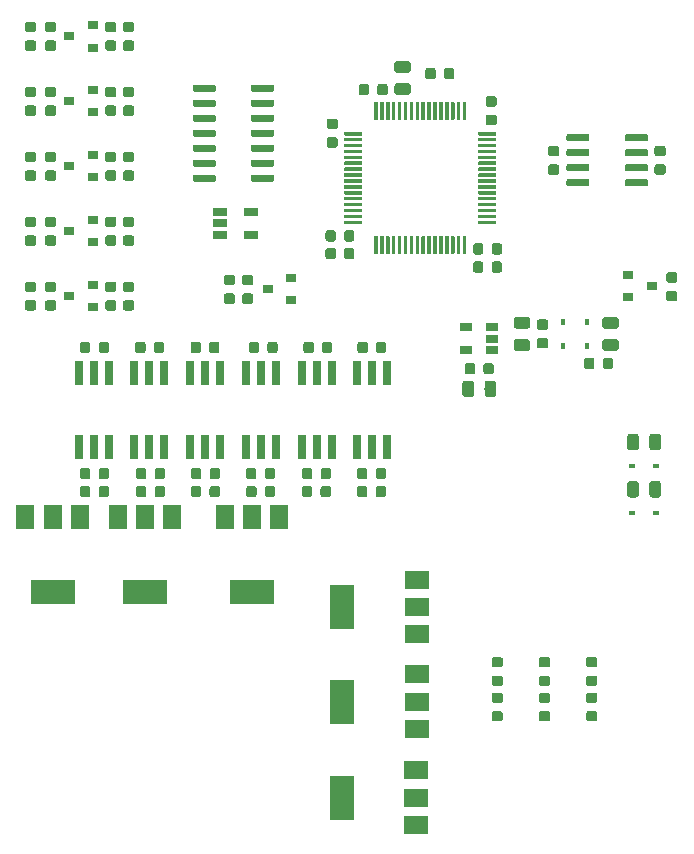
<source format=gbr>
G04 #@! TF.GenerationSoftware,KiCad,Pcbnew,(5.1.4-0)*
G04 #@! TF.CreationDate,2021-02-17T16:02:49+01:00*
G04 #@! TF.ProjectId,cooling control unit,636f6f6c-696e-4672-9063-6f6e74726f6c,rev?*
G04 #@! TF.SameCoordinates,Original*
G04 #@! TF.FileFunction,Paste,Top*
G04 #@! TF.FilePolarity,Positive*
%FSLAX46Y46*%
G04 Gerber Fmt 4.6, Leading zero omitted, Abs format (unit mm)*
G04 Created by KiCad (PCBNEW (5.1.4-0)) date 2021-02-17 16:02:49*
%MOMM*%
%LPD*%
G04 APERTURE LIST*
%ADD10C,0.100000*%
%ADD11C,0.975000*%
%ADD12C,0.875000*%
%ADD13R,1.220000X0.650000*%
%ADD14C,0.600000*%
%ADD15R,0.640000X2.000000*%
%ADD16R,2.000000X3.800000*%
%ADD17R,2.000000X1.500000*%
%ADD18R,3.800000X2.000000*%
%ADD19R,1.500000X2.000000*%
%ADD20R,1.060000X0.650000*%
%ADD21C,0.300000*%
%ADD22R,0.900000X0.800000*%
%ADD23R,0.450000X0.600000*%
%ADD24R,0.600000X0.450000*%
G04 APERTURE END LIST*
D10*
G36*
X141688902Y-62096494D02*
G01*
X141712563Y-62100004D01*
X141735767Y-62105816D01*
X141758289Y-62113874D01*
X141779913Y-62124102D01*
X141800430Y-62136399D01*
X141819643Y-62150649D01*
X141837367Y-62166713D01*
X141853431Y-62184437D01*
X141867681Y-62203650D01*
X141879978Y-62224167D01*
X141890206Y-62245791D01*
X141898264Y-62268313D01*
X141904076Y-62291517D01*
X141907586Y-62315178D01*
X141908760Y-62339070D01*
X141908760Y-62826570D01*
X141907586Y-62850462D01*
X141904076Y-62874123D01*
X141898264Y-62897327D01*
X141890206Y-62919849D01*
X141879978Y-62941473D01*
X141867681Y-62961990D01*
X141853431Y-62981203D01*
X141837367Y-62998927D01*
X141819643Y-63014991D01*
X141800430Y-63029241D01*
X141779913Y-63041538D01*
X141758289Y-63051766D01*
X141735767Y-63059824D01*
X141712563Y-63065636D01*
X141688902Y-63069146D01*
X141665010Y-63070320D01*
X140752510Y-63070320D01*
X140728618Y-63069146D01*
X140704957Y-63065636D01*
X140681753Y-63059824D01*
X140659231Y-63051766D01*
X140637607Y-63041538D01*
X140617090Y-63029241D01*
X140597877Y-63014991D01*
X140580153Y-62998927D01*
X140564089Y-62981203D01*
X140549839Y-62961990D01*
X140537542Y-62941473D01*
X140527314Y-62919849D01*
X140519256Y-62897327D01*
X140513444Y-62874123D01*
X140509934Y-62850462D01*
X140508760Y-62826570D01*
X140508760Y-62339070D01*
X140509934Y-62315178D01*
X140513444Y-62291517D01*
X140519256Y-62268313D01*
X140527314Y-62245791D01*
X140537542Y-62224167D01*
X140549839Y-62203650D01*
X140564089Y-62184437D01*
X140580153Y-62166713D01*
X140597877Y-62150649D01*
X140617090Y-62136399D01*
X140637607Y-62124102D01*
X140659231Y-62113874D01*
X140681753Y-62105816D01*
X140704957Y-62100004D01*
X140728618Y-62096494D01*
X140752510Y-62095320D01*
X141665010Y-62095320D01*
X141688902Y-62096494D01*
X141688902Y-62096494D01*
G37*
D11*
X141208760Y-62582820D03*
D10*
G36*
X141688902Y-63971494D02*
G01*
X141712563Y-63975004D01*
X141735767Y-63980816D01*
X141758289Y-63988874D01*
X141779913Y-63999102D01*
X141800430Y-64011399D01*
X141819643Y-64025649D01*
X141837367Y-64041713D01*
X141853431Y-64059437D01*
X141867681Y-64078650D01*
X141879978Y-64099167D01*
X141890206Y-64120791D01*
X141898264Y-64143313D01*
X141904076Y-64166517D01*
X141907586Y-64190178D01*
X141908760Y-64214070D01*
X141908760Y-64701570D01*
X141907586Y-64725462D01*
X141904076Y-64749123D01*
X141898264Y-64772327D01*
X141890206Y-64794849D01*
X141879978Y-64816473D01*
X141867681Y-64836990D01*
X141853431Y-64856203D01*
X141837367Y-64873927D01*
X141819643Y-64889991D01*
X141800430Y-64904241D01*
X141779913Y-64916538D01*
X141758289Y-64926766D01*
X141735767Y-64934824D01*
X141712563Y-64940636D01*
X141688902Y-64944146D01*
X141665010Y-64945320D01*
X140752510Y-64945320D01*
X140728618Y-64944146D01*
X140704957Y-64940636D01*
X140681753Y-64934824D01*
X140659231Y-64926766D01*
X140637607Y-64916538D01*
X140617090Y-64904241D01*
X140597877Y-64889991D01*
X140580153Y-64873927D01*
X140564089Y-64856203D01*
X140549839Y-64836990D01*
X140537542Y-64816473D01*
X140527314Y-64794849D01*
X140519256Y-64772327D01*
X140513444Y-64749123D01*
X140509934Y-64725462D01*
X140508760Y-64701570D01*
X140508760Y-64214070D01*
X140509934Y-64190178D01*
X140513444Y-64166517D01*
X140519256Y-64143313D01*
X140527314Y-64120791D01*
X140537542Y-64099167D01*
X140549839Y-64078650D01*
X140564089Y-64059437D01*
X140580153Y-64041713D01*
X140597877Y-64025649D01*
X140617090Y-64011399D01*
X140637607Y-63999102D01*
X140659231Y-63988874D01*
X140681753Y-63980816D01*
X140704957Y-63975004D01*
X140728618Y-63971494D01*
X140752510Y-63970320D01*
X141665010Y-63970320D01*
X141688902Y-63971494D01*
X141688902Y-63971494D01*
G37*
D11*
X141208760Y-64457820D03*
D10*
G36*
X151780142Y-85651174D02*
G01*
X151803803Y-85654684D01*
X151827007Y-85660496D01*
X151849529Y-85668554D01*
X151871153Y-85678782D01*
X151891670Y-85691079D01*
X151910883Y-85705329D01*
X151928607Y-85721393D01*
X151944671Y-85739117D01*
X151958921Y-85758330D01*
X151971218Y-85778847D01*
X151981446Y-85800471D01*
X151989504Y-85822993D01*
X151995316Y-85846197D01*
X151998826Y-85869858D01*
X152000000Y-85893750D01*
X152000000Y-86381250D01*
X151998826Y-86405142D01*
X151995316Y-86428803D01*
X151989504Y-86452007D01*
X151981446Y-86474529D01*
X151971218Y-86496153D01*
X151958921Y-86516670D01*
X151944671Y-86535883D01*
X151928607Y-86553607D01*
X151910883Y-86569671D01*
X151891670Y-86583921D01*
X151871153Y-86596218D01*
X151849529Y-86606446D01*
X151827007Y-86614504D01*
X151803803Y-86620316D01*
X151780142Y-86623826D01*
X151756250Y-86625000D01*
X150843750Y-86625000D01*
X150819858Y-86623826D01*
X150796197Y-86620316D01*
X150772993Y-86614504D01*
X150750471Y-86606446D01*
X150728847Y-86596218D01*
X150708330Y-86583921D01*
X150689117Y-86569671D01*
X150671393Y-86553607D01*
X150655329Y-86535883D01*
X150641079Y-86516670D01*
X150628782Y-86496153D01*
X150618554Y-86474529D01*
X150610496Y-86452007D01*
X150604684Y-86428803D01*
X150601174Y-86405142D01*
X150600000Y-86381250D01*
X150600000Y-85893750D01*
X150601174Y-85869858D01*
X150604684Y-85846197D01*
X150610496Y-85822993D01*
X150618554Y-85800471D01*
X150628782Y-85778847D01*
X150641079Y-85758330D01*
X150655329Y-85739117D01*
X150671393Y-85721393D01*
X150689117Y-85705329D01*
X150708330Y-85691079D01*
X150728847Y-85678782D01*
X150750471Y-85668554D01*
X150772993Y-85660496D01*
X150796197Y-85654684D01*
X150819858Y-85651174D01*
X150843750Y-85650000D01*
X151756250Y-85650000D01*
X151780142Y-85651174D01*
X151780142Y-85651174D01*
G37*
D11*
X151300000Y-86137500D03*
D10*
G36*
X151780142Y-83776174D02*
G01*
X151803803Y-83779684D01*
X151827007Y-83785496D01*
X151849529Y-83793554D01*
X151871153Y-83803782D01*
X151891670Y-83816079D01*
X151910883Y-83830329D01*
X151928607Y-83846393D01*
X151944671Y-83864117D01*
X151958921Y-83883330D01*
X151971218Y-83903847D01*
X151981446Y-83925471D01*
X151989504Y-83947993D01*
X151995316Y-83971197D01*
X151998826Y-83994858D01*
X152000000Y-84018750D01*
X152000000Y-84506250D01*
X151998826Y-84530142D01*
X151995316Y-84553803D01*
X151989504Y-84577007D01*
X151981446Y-84599529D01*
X151971218Y-84621153D01*
X151958921Y-84641670D01*
X151944671Y-84660883D01*
X151928607Y-84678607D01*
X151910883Y-84694671D01*
X151891670Y-84708921D01*
X151871153Y-84721218D01*
X151849529Y-84731446D01*
X151827007Y-84739504D01*
X151803803Y-84745316D01*
X151780142Y-84748826D01*
X151756250Y-84750000D01*
X150843750Y-84750000D01*
X150819858Y-84748826D01*
X150796197Y-84745316D01*
X150772993Y-84739504D01*
X150750471Y-84731446D01*
X150728847Y-84721218D01*
X150708330Y-84708921D01*
X150689117Y-84694671D01*
X150671393Y-84678607D01*
X150655329Y-84660883D01*
X150641079Y-84641670D01*
X150628782Y-84621153D01*
X150618554Y-84599529D01*
X150610496Y-84577007D01*
X150604684Y-84553803D01*
X150601174Y-84530142D01*
X150600000Y-84506250D01*
X150600000Y-84018750D01*
X150601174Y-83994858D01*
X150604684Y-83971197D01*
X150610496Y-83947993D01*
X150618554Y-83925471D01*
X150628782Y-83903847D01*
X150641079Y-83883330D01*
X150655329Y-83864117D01*
X150671393Y-83846393D01*
X150689117Y-83830329D01*
X150708330Y-83816079D01*
X150728847Y-83803782D01*
X150750471Y-83793554D01*
X150772993Y-83785496D01*
X150796197Y-83779684D01*
X150819858Y-83776174D01*
X150843750Y-83775000D01*
X151756250Y-83775000D01*
X151780142Y-83776174D01*
X151780142Y-83776174D01*
G37*
D11*
X151300000Y-84262500D03*
D10*
G36*
X148905142Y-89151174D02*
G01*
X148928803Y-89154684D01*
X148952007Y-89160496D01*
X148974529Y-89168554D01*
X148996153Y-89178782D01*
X149016670Y-89191079D01*
X149035883Y-89205329D01*
X149053607Y-89221393D01*
X149069671Y-89239117D01*
X149083921Y-89258330D01*
X149096218Y-89278847D01*
X149106446Y-89300471D01*
X149114504Y-89322993D01*
X149120316Y-89346197D01*
X149123826Y-89369858D01*
X149125000Y-89393750D01*
X149125000Y-90306250D01*
X149123826Y-90330142D01*
X149120316Y-90353803D01*
X149114504Y-90377007D01*
X149106446Y-90399529D01*
X149096218Y-90421153D01*
X149083921Y-90441670D01*
X149069671Y-90460883D01*
X149053607Y-90478607D01*
X149035883Y-90494671D01*
X149016670Y-90508921D01*
X148996153Y-90521218D01*
X148974529Y-90531446D01*
X148952007Y-90539504D01*
X148928803Y-90545316D01*
X148905142Y-90548826D01*
X148881250Y-90550000D01*
X148393750Y-90550000D01*
X148369858Y-90548826D01*
X148346197Y-90545316D01*
X148322993Y-90539504D01*
X148300471Y-90531446D01*
X148278847Y-90521218D01*
X148258330Y-90508921D01*
X148239117Y-90494671D01*
X148221393Y-90478607D01*
X148205329Y-90460883D01*
X148191079Y-90441670D01*
X148178782Y-90421153D01*
X148168554Y-90399529D01*
X148160496Y-90377007D01*
X148154684Y-90353803D01*
X148151174Y-90330142D01*
X148150000Y-90306250D01*
X148150000Y-89393750D01*
X148151174Y-89369858D01*
X148154684Y-89346197D01*
X148160496Y-89322993D01*
X148168554Y-89300471D01*
X148178782Y-89278847D01*
X148191079Y-89258330D01*
X148205329Y-89239117D01*
X148221393Y-89221393D01*
X148239117Y-89205329D01*
X148258330Y-89191079D01*
X148278847Y-89178782D01*
X148300471Y-89168554D01*
X148322993Y-89160496D01*
X148346197Y-89154684D01*
X148369858Y-89151174D01*
X148393750Y-89150000D01*
X148881250Y-89150000D01*
X148905142Y-89151174D01*
X148905142Y-89151174D01*
G37*
D11*
X148637500Y-89850000D03*
D10*
G36*
X147030142Y-89151174D02*
G01*
X147053803Y-89154684D01*
X147077007Y-89160496D01*
X147099529Y-89168554D01*
X147121153Y-89178782D01*
X147141670Y-89191079D01*
X147160883Y-89205329D01*
X147178607Y-89221393D01*
X147194671Y-89239117D01*
X147208921Y-89258330D01*
X147221218Y-89278847D01*
X147231446Y-89300471D01*
X147239504Y-89322993D01*
X147245316Y-89346197D01*
X147248826Y-89369858D01*
X147250000Y-89393750D01*
X147250000Y-90306250D01*
X147248826Y-90330142D01*
X147245316Y-90353803D01*
X147239504Y-90377007D01*
X147231446Y-90399529D01*
X147221218Y-90421153D01*
X147208921Y-90441670D01*
X147194671Y-90460883D01*
X147178607Y-90478607D01*
X147160883Y-90494671D01*
X147141670Y-90508921D01*
X147121153Y-90521218D01*
X147099529Y-90531446D01*
X147077007Y-90539504D01*
X147053803Y-90545316D01*
X147030142Y-90548826D01*
X147006250Y-90550000D01*
X146518750Y-90550000D01*
X146494858Y-90548826D01*
X146471197Y-90545316D01*
X146447993Y-90539504D01*
X146425471Y-90531446D01*
X146403847Y-90521218D01*
X146383330Y-90508921D01*
X146364117Y-90494671D01*
X146346393Y-90478607D01*
X146330329Y-90460883D01*
X146316079Y-90441670D01*
X146303782Y-90421153D01*
X146293554Y-90399529D01*
X146285496Y-90377007D01*
X146279684Y-90353803D01*
X146276174Y-90330142D01*
X146275000Y-90306250D01*
X146275000Y-89393750D01*
X146276174Y-89369858D01*
X146279684Y-89346197D01*
X146285496Y-89322993D01*
X146293554Y-89300471D01*
X146303782Y-89278847D01*
X146316079Y-89258330D01*
X146330329Y-89239117D01*
X146346393Y-89221393D01*
X146364117Y-89205329D01*
X146383330Y-89191079D01*
X146403847Y-89178782D01*
X146425471Y-89168554D01*
X146447993Y-89160496D01*
X146471197Y-89154684D01*
X146494858Y-89151174D01*
X146518750Y-89150000D01*
X147006250Y-89150000D01*
X147030142Y-89151174D01*
X147030142Y-89151174D01*
G37*
D11*
X146762500Y-89850000D03*
D10*
G36*
X162855142Y-93651174D02*
G01*
X162878803Y-93654684D01*
X162902007Y-93660496D01*
X162924529Y-93668554D01*
X162946153Y-93678782D01*
X162966670Y-93691079D01*
X162985883Y-93705329D01*
X163003607Y-93721393D01*
X163019671Y-93739117D01*
X163033921Y-93758330D01*
X163046218Y-93778847D01*
X163056446Y-93800471D01*
X163064504Y-93822993D01*
X163070316Y-93846197D01*
X163073826Y-93869858D01*
X163075000Y-93893750D01*
X163075000Y-94806250D01*
X163073826Y-94830142D01*
X163070316Y-94853803D01*
X163064504Y-94877007D01*
X163056446Y-94899529D01*
X163046218Y-94921153D01*
X163033921Y-94941670D01*
X163019671Y-94960883D01*
X163003607Y-94978607D01*
X162985883Y-94994671D01*
X162966670Y-95008921D01*
X162946153Y-95021218D01*
X162924529Y-95031446D01*
X162902007Y-95039504D01*
X162878803Y-95045316D01*
X162855142Y-95048826D01*
X162831250Y-95050000D01*
X162343750Y-95050000D01*
X162319858Y-95048826D01*
X162296197Y-95045316D01*
X162272993Y-95039504D01*
X162250471Y-95031446D01*
X162228847Y-95021218D01*
X162208330Y-95008921D01*
X162189117Y-94994671D01*
X162171393Y-94978607D01*
X162155329Y-94960883D01*
X162141079Y-94941670D01*
X162128782Y-94921153D01*
X162118554Y-94899529D01*
X162110496Y-94877007D01*
X162104684Y-94853803D01*
X162101174Y-94830142D01*
X162100000Y-94806250D01*
X162100000Y-93893750D01*
X162101174Y-93869858D01*
X162104684Y-93846197D01*
X162110496Y-93822993D01*
X162118554Y-93800471D01*
X162128782Y-93778847D01*
X162141079Y-93758330D01*
X162155329Y-93739117D01*
X162171393Y-93721393D01*
X162189117Y-93705329D01*
X162208330Y-93691079D01*
X162228847Y-93678782D01*
X162250471Y-93668554D01*
X162272993Y-93660496D01*
X162296197Y-93654684D01*
X162319858Y-93651174D01*
X162343750Y-93650000D01*
X162831250Y-93650000D01*
X162855142Y-93651174D01*
X162855142Y-93651174D01*
G37*
D11*
X162587500Y-94350000D03*
D10*
G36*
X160980142Y-93651174D02*
G01*
X161003803Y-93654684D01*
X161027007Y-93660496D01*
X161049529Y-93668554D01*
X161071153Y-93678782D01*
X161091670Y-93691079D01*
X161110883Y-93705329D01*
X161128607Y-93721393D01*
X161144671Y-93739117D01*
X161158921Y-93758330D01*
X161171218Y-93778847D01*
X161181446Y-93800471D01*
X161189504Y-93822993D01*
X161195316Y-93846197D01*
X161198826Y-93869858D01*
X161200000Y-93893750D01*
X161200000Y-94806250D01*
X161198826Y-94830142D01*
X161195316Y-94853803D01*
X161189504Y-94877007D01*
X161181446Y-94899529D01*
X161171218Y-94921153D01*
X161158921Y-94941670D01*
X161144671Y-94960883D01*
X161128607Y-94978607D01*
X161110883Y-94994671D01*
X161091670Y-95008921D01*
X161071153Y-95021218D01*
X161049529Y-95031446D01*
X161027007Y-95039504D01*
X161003803Y-95045316D01*
X160980142Y-95048826D01*
X160956250Y-95050000D01*
X160468750Y-95050000D01*
X160444858Y-95048826D01*
X160421197Y-95045316D01*
X160397993Y-95039504D01*
X160375471Y-95031446D01*
X160353847Y-95021218D01*
X160333330Y-95008921D01*
X160314117Y-94994671D01*
X160296393Y-94978607D01*
X160280329Y-94960883D01*
X160266079Y-94941670D01*
X160253782Y-94921153D01*
X160243554Y-94899529D01*
X160235496Y-94877007D01*
X160229684Y-94853803D01*
X160226174Y-94830142D01*
X160225000Y-94806250D01*
X160225000Y-93893750D01*
X160226174Y-93869858D01*
X160229684Y-93846197D01*
X160235496Y-93822993D01*
X160243554Y-93800471D01*
X160253782Y-93778847D01*
X160266079Y-93758330D01*
X160280329Y-93739117D01*
X160296393Y-93721393D01*
X160314117Y-93705329D01*
X160333330Y-93691079D01*
X160353847Y-93678782D01*
X160375471Y-93668554D01*
X160397993Y-93660496D01*
X160421197Y-93654684D01*
X160444858Y-93651174D01*
X160468750Y-93650000D01*
X160956250Y-93650000D01*
X160980142Y-93651174D01*
X160980142Y-93651174D01*
G37*
D11*
X160712500Y-94350000D03*
D10*
G36*
X114570571Y-98078053D02*
G01*
X114591806Y-98081203D01*
X114612630Y-98086419D01*
X114632842Y-98093651D01*
X114652248Y-98102830D01*
X114670661Y-98113866D01*
X114687904Y-98126654D01*
X114703810Y-98141070D01*
X114718226Y-98156976D01*
X114731014Y-98174219D01*
X114742050Y-98192632D01*
X114751229Y-98212038D01*
X114758461Y-98232250D01*
X114763677Y-98253074D01*
X114766827Y-98274309D01*
X114767880Y-98295750D01*
X114767880Y-98808250D01*
X114766827Y-98829691D01*
X114763677Y-98850926D01*
X114758461Y-98871750D01*
X114751229Y-98891962D01*
X114742050Y-98911368D01*
X114731014Y-98929781D01*
X114718226Y-98947024D01*
X114703810Y-98962930D01*
X114687904Y-98977346D01*
X114670661Y-98990134D01*
X114652248Y-99001170D01*
X114632842Y-99010349D01*
X114612630Y-99017581D01*
X114591806Y-99022797D01*
X114570571Y-99025947D01*
X114549130Y-99027000D01*
X114111630Y-99027000D01*
X114090189Y-99025947D01*
X114068954Y-99022797D01*
X114048130Y-99017581D01*
X114027918Y-99010349D01*
X114008512Y-99001170D01*
X113990099Y-98990134D01*
X113972856Y-98977346D01*
X113956950Y-98962930D01*
X113942534Y-98947024D01*
X113929746Y-98929781D01*
X113918710Y-98911368D01*
X113909531Y-98891962D01*
X113902299Y-98871750D01*
X113897083Y-98850926D01*
X113893933Y-98829691D01*
X113892880Y-98808250D01*
X113892880Y-98295750D01*
X113893933Y-98274309D01*
X113897083Y-98253074D01*
X113902299Y-98232250D01*
X113909531Y-98212038D01*
X113918710Y-98192632D01*
X113929746Y-98174219D01*
X113942534Y-98156976D01*
X113956950Y-98141070D01*
X113972856Y-98126654D01*
X113990099Y-98113866D01*
X114008512Y-98102830D01*
X114027918Y-98093651D01*
X114048130Y-98086419D01*
X114068954Y-98081203D01*
X114090189Y-98078053D01*
X114111630Y-98077000D01*
X114549130Y-98077000D01*
X114570571Y-98078053D01*
X114570571Y-98078053D01*
G37*
D12*
X114330380Y-98552000D03*
D10*
G36*
X116145571Y-98078053D02*
G01*
X116166806Y-98081203D01*
X116187630Y-98086419D01*
X116207842Y-98093651D01*
X116227248Y-98102830D01*
X116245661Y-98113866D01*
X116262904Y-98126654D01*
X116278810Y-98141070D01*
X116293226Y-98156976D01*
X116306014Y-98174219D01*
X116317050Y-98192632D01*
X116326229Y-98212038D01*
X116333461Y-98232250D01*
X116338677Y-98253074D01*
X116341827Y-98274309D01*
X116342880Y-98295750D01*
X116342880Y-98808250D01*
X116341827Y-98829691D01*
X116338677Y-98850926D01*
X116333461Y-98871750D01*
X116326229Y-98891962D01*
X116317050Y-98911368D01*
X116306014Y-98929781D01*
X116293226Y-98947024D01*
X116278810Y-98962930D01*
X116262904Y-98977346D01*
X116245661Y-98990134D01*
X116227248Y-99001170D01*
X116207842Y-99010349D01*
X116187630Y-99017581D01*
X116166806Y-99022797D01*
X116145571Y-99025947D01*
X116124130Y-99027000D01*
X115686630Y-99027000D01*
X115665189Y-99025947D01*
X115643954Y-99022797D01*
X115623130Y-99017581D01*
X115602918Y-99010349D01*
X115583512Y-99001170D01*
X115565099Y-98990134D01*
X115547856Y-98977346D01*
X115531950Y-98962930D01*
X115517534Y-98947024D01*
X115504746Y-98929781D01*
X115493710Y-98911368D01*
X115484531Y-98891962D01*
X115477299Y-98871750D01*
X115472083Y-98850926D01*
X115468933Y-98829691D01*
X115467880Y-98808250D01*
X115467880Y-98295750D01*
X115468933Y-98274309D01*
X115472083Y-98253074D01*
X115477299Y-98232250D01*
X115484531Y-98212038D01*
X115493710Y-98192632D01*
X115504746Y-98174219D01*
X115517534Y-98156976D01*
X115531950Y-98141070D01*
X115547856Y-98126654D01*
X115565099Y-98113866D01*
X115583512Y-98102830D01*
X115602918Y-98093651D01*
X115623130Y-98086419D01*
X115643954Y-98081203D01*
X115665189Y-98078053D01*
X115686630Y-98077000D01*
X116124130Y-98077000D01*
X116145571Y-98078053D01*
X116145571Y-98078053D01*
G37*
D12*
X115905380Y-98552000D03*
D13*
X128360800Y-74894400D03*
X128360800Y-76794400D03*
X125740800Y-76794400D03*
X125740800Y-75844400D03*
X125740800Y-74894400D03*
D10*
G36*
X130187703Y-64089722D02*
G01*
X130202264Y-64091882D01*
X130216543Y-64095459D01*
X130230403Y-64100418D01*
X130243710Y-64106712D01*
X130256336Y-64114280D01*
X130268159Y-64123048D01*
X130279066Y-64132934D01*
X130288952Y-64143841D01*
X130297720Y-64155664D01*
X130305288Y-64168290D01*
X130311582Y-64181597D01*
X130316541Y-64195457D01*
X130320118Y-64209736D01*
X130322278Y-64224297D01*
X130323000Y-64239000D01*
X130323000Y-64539000D01*
X130322278Y-64553703D01*
X130320118Y-64568264D01*
X130316541Y-64582543D01*
X130311582Y-64596403D01*
X130305288Y-64609710D01*
X130297720Y-64622336D01*
X130288952Y-64634159D01*
X130279066Y-64645066D01*
X130268159Y-64654952D01*
X130256336Y-64663720D01*
X130243710Y-64671288D01*
X130230403Y-64677582D01*
X130216543Y-64682541D01*
X130202264Y-64686118D01*
X130187703Y-64688278D01*
X130173000Y-64689000D01*
X128523000Y-64689000D01*
X128508297Y-64688278D01*
X128493736Y-64686118D01*
X128479457Y-64682541D01*
X128465597Y-64677582D01*
X128452290Y-64671288D01*
X128439664Y-64663720D01*
X128427841Y-64654952D01*
X128416934Y-64645066D01*
X128407048Y-64634159D01*
X128398280Y-64622336D01*
X128390712Y-64609710D01*
X128384418Y-64596403D01*
X128379459Y-64582543D01*
X128375882Y-64568264D01*
X128373722Y-64553703D01*
X128373000Y-64539000D01*
X128373000Y-64239000D01*
X128373722Y-64224297D01*
X128375882Y-64209736D01*
X128379459Y-64195457D01*
X128384418Y-64181597D01*
X128390712Y-64168290D01*
X128398280Y-64155664D01*
X128407048Y-64143841D01*
X128416934Y-64132934D01*
X128427841Y-64123048D01*
X128439664Y-64114280D01*
X128452290Y-64106712D01*
X128465597Y-64100418D01*
X128479457Y-64095459D01*
X128493736Y-64091882D01*
X128508297Y-64089722D01*
X128523000Y-64089000D01*
X130173000Y-64089000D01*
X130187703Y-64089722D01*
X130187703Y-64089722D01*
G37*
D14*
X129348000Y-64389000D03*
D10*
G36*
X130187703Y-65359722D02*
G01*
X130202264Y-65361882D01*
X130216543Y-65365459D01*
X130230403Y-65370418D01*
X130243710Y-65376712D01*
X130256336Y-65384280D01*
X130268159Y-65393048D01*
X130279066Y-65402934D01*
X130288952Y-65413841D01*
X130297720Y-65425664D01*
X130305288Y-65438290D01*
X130311582Y-65451597D01*
X130316541Y-65465457D01*
X130320118Y-65479736D01*
X130322278Y-65494297D01*
X130323000Y-65509000D01*
X130323000Y-65809000D01*
X130322278Y-65823703D01*
X130320118Y-65838264D01*
X130316541Y-65852543D01*
X130311582Y-65866403D01*
X130305288Y-65879710D01*
X130297720Y-65892336D01*
X130288952Y-65904159D01*
X130279066Y-65915066D01*
X130268159Y-65924952D01*
X130256336Y-65933720D01*
X130243710Y-65941288D01*
X130230403Y-65947582D01*
X130216543Y-65952541D01*
X130202264Y-65956118D01*
X130187703Y-65958278D01*
X130173000Y-65959000D01*
X128523000Y-65959000D01*
X128508297Y-65958278D01*
X128493736Y-65956118D01*
X128479457Y-65952541D01*
X128465597Y-65947582D01*
X128452290Y-65941288D01*
X128439664Y-65933720D01*
X128427841Y-65924952D01*
X128416934Y-65915066D01*
X128407048Y-65904159D01*
X128398280Y-65892336D01*
X128390712Y-65879710D01*
X128384418Y-65866403D01*
X128379459Y-65852543D01*
X128375882Y-65838264D01*
X128373722Y-65823703D01*
X128373000Y-65809000D01*
X128373000Y-65509000D01*
X128373722Y-65494297D01*
X128375882Y-65479736D01*
X128379459Y-65465457D01*
X128384418Y-65451597D01*
X128390712Y-65438290D01*
X128398280Y-65425664D01*
X128407048Y-65413841D01*
X128416934Y-65402934D01*
X128427841Y-65393048D01*
X128439664Y-65384280D01*
X128452290Y-65376712D01*
X128465597Y-65370418D01*
X128479457Y-65365459D01*
X128493736Y-65361882D01*
X128508297Y-65359722D01*
X128523000Y-65359000D01*
X130173000Y-65359000D01*
X130187703Y-65359722D01*
X130187703Y-65359722D01*
G37*
D14*
X129348000Y-65659000D03*
D10*
G36*
X130187703Y-66629722D02*
G01*
X130202264Y-66631882D01*
X130216543Y-66635459D01*
X130230403Y-66640418D01*
X130243710Y-66646712D01*
X130256336Y-66654280D01*
X130268159Y-66663048D01*
X130279066Y-66672934D01*
X130288952Y-66683841D01*
X130297720Y-66695664D01*
X130305288Y-66708290D01*
X130311582Y-66721597D01*
X130316541Y-66735457D01*
X130320118Y-66749736D01*
X130322278Y-66764297D01*
X130323000Y-66779000D01*
X130323000Y-67079000D01*
X130322278Y-67093703D01*
X130320118Y-67108264D01*
X130316541Y-67122543D01*
X130311582Y-67136403D01*
X130305288Y-67149710D01*
X130297720Y-67162336D01*
X130288952Y-67174159D01*
X130279066Y-67185066D01*
X130268159Y-67194952D01*
X130256336Y-67203720D01*
X130243710Y-67211288D01*
X130230403Y-67217582D01*
X130216543Y-67222541D01*
X130202264Y-67226118D01*
X130187703Y-67228278D01*
X130173000Y-67229000D01*
X128523000Y-67229000D01*
X128508297Y-67228278D01*
X128493736Y-67226118D01*
X128479457Y-67222541D01*
X128465597Y-67217582D01*
X128452290Y-67211288D01*
X128439664Y-67203720D01*
X128427841Y-67194952D01*
X128416934Y-67185066D01*
X128407048Y-67174159D01*
X128398280Y-67162336D01*
X128390712Y-67149710D01*
X128384418Y-67136403D01*
X128379459Y-67122543D01*
X128375882Y-67108264D01*
X128373722Y-67093703D01*
X128373000Y-67079000D01*
X128373000Y-66779000D01*
X128373722Y-66764297D01*
X128375882Y-66749736D01*
X128379459Y-66735457D01*
X128384418Y-66721597D01*
X128390712Y-66708290D01*
X128398280Y-66695664D01*
X128407048Y-66683841D01*
X128416934Y-66672934D01*
X128427841Y-66663048D01*
X128439664Y-66654280D01*
X128452290Y-66646712D01*
X128465597Y-66640418D01*
X128479457Y-66635459D01*
X128493736Y-66631882D01*
X128508297Y-66629722D01*
X128523000Y-66629000D01*
X130173000Y-66629000D01*
X130187703Y-66629722D01*
X130187703Y-66629722D01*
G37*
D14*
X129348000Y-66929000D03*
D10*
G36*
X130187703Y-67899722D02*
G01*
X130202264Y-67901882D01*
X130216543Y-67905459D01*
X130230403Y-67910418D01*
X130243710Y-67916712D01*
X130256336Y-67924280D01*
X130268159Y-67933048D01*
X130279066Y-67942934D01*
X130288952Y-67953841D01*
X130297720Y-67965664D01*
X130305288Y-67978290D01*
X130311582Y-67991597D01*
X130316541Y-68005457D01*
X130320118Y-68019736D01*
X130322278Y-68034297D01*
X130323000Y-68049000D01*
X130323000Y-68349000D01*
X130322278Y-68363703D01*
X130320118Y-68378264D01*
X130316541Y-68392543D01*
X130311582Y-68406403D01*
X130305288Y-68419710D01*
X130297720Y-68432336D01*
X130288952Y-68444159D01*
X130279066Y-68455066D01*
X130268159Y-68464952D01*
X130256336Y-68473720D01*
X130243710Y-68481288D01*
X130230403Y-68487582D01*
X130216543Y-68492541D01*
X130202264Y-68496118D01*
X130187703Y-68498278D01*
X130173000Y-68499000D01*
X128523000Y-68499000D01*
X128508297Y-68498278D01*
X128493736Y-68496118D01*
X128479457Y-68492541D01*
X128465597Y-68487582D01*
X128452290Y-68481288D01*
X128439664Y-68473720D01*
X128427841Y-68464952D01*
X128416934Y-68455066D01*
X128407048Y-68444159D01*
X128398280Y-68432336D01*
X128390712Y-68419710D01*
X128384418Y-68406403D01*
X128379459Y-68392543D01*
X128375882Y-68378264D01*
X128373722Y-68363703D01*
X128373000Y-68349000D01*
X128373000Y-68049000D01*
X128373722Y-68034297D01*
X128375882Y-68019736D01*
X128379459Y-68005457D01*
X128384418Y-67991597D01*
X128390712Y-67978290D01*
X128398280Y-67965664D01*
X128407048Y-67953841D01*
X128416934Y-67942934D01*
X128427841Y-67933048D01*
X128439664Y-67924280D01*
X128452290Y-67916712D01*
X128465597Y-67910418D01*
X128479457Y-67905459D01*
X128493736Y-67901882D01*
X128508297Y-67899722D01*
X128523000Y-67899000D01*
X130173000Y-67899000D01*
X130187703Y-67899722D01*
X130187703Y-67899722D01*
G37*
D14*
X129348000Y-68199000D03*
D10*
G36*
X130187703Y-69169722D02*
G01*
X130202264Y-69171882D01*
X130216543Y-69175459D01*
X130230403Y-69180418D01*
X130243710Y-69186712D01*
X130256336Y-69194280D01*
X130268159Y-69203048D01*
X130279066Y-69212934D01*
X130288952Y-69223841D01*
X130297720Y-69235664D01*
X130305288Y-69248290D01*
X130311582Y-69261597D01*
X130316541Y-69275457D01*
X130320118Y-69289736D01*
X130322278Y-69304297D01*
X130323000Y-69319000D01*
X130323000Y-69619000D01*
X130322278Y-69633703D01*
X130320118Y-69648264D01*
X130316541Y-69662543D01*
X130311582Y-69676403D01*
X130305288Y-69689710D01*
X130297720Y-69702336D01*
X130288952Y-69714159D01*
X130279066Y-69725066D01*
X130268159Y-69734952D01*
X130256336Y-69743720D01*
X130243710Y-69751288D01*
X130230403Y-69757582D01*
X130216543Y-69762541D01*
X130202264Y-69766118D01*
X130187703Y-69768278D01*
X130173000Y-69769000D01*
X128523000Y-69769000D01*
X128508297Y-69768278D01*
X128493736Y-69766118D01*
X128479457Y-69762541D01*
X128465597Y-69757582D01*
X128452290Y-69751288D01*
X128439664Y-69743720D01*
X128427841Y-69734952D01*
X128416934Y-69725066D01*
X128407048Y-69714159D01*
X128398280Y-69702336D01*
X128390712Y-69689710D01*
X128384418Y-69676403D01*
X128379459Y-69662543D01*
X128375882Y-69648264D01*
X128373722Y-69633703D01*
X128373000Y-69619000D01*
X128373000Y-69319000D01*
X128373722Y-69304297D01*
X128375882Y-69289736D01*
X128379459Y-69275457D01*
X128384418Y-69261597D01*
X128390712Y-69248290D01*
X128398280Y-69235664D01*
X128407048Y-69223841D01*
X128416934Y-69212934D01*
X128427841Y-69203048D01*
X128439664Y-69194280D01*
X128452290Y-69186712D01*
X128465597Y-69180418D01*
X128479457Y-69175459D01*
X128493736Y-69171882D01*
X128508297Y-69169722D01*
X128523000Y-69169000D01*
X130173000Y-69169000D01*
X130187703Y-69169722D01*
X130187703Y-69169722D01*
G37*
D14*
X129348000Y-69469000D03*
D10*
G36*
X130187703Y-70439722D02*
G01*
X130202264Y-70441882D01*
X130216543Y-70445459D01*
X130230403Y-70450418D01*
X130243710Y-70456712D01*
X130256336Y-70464280D01*
X130268159Y-70473048D01*
X130279066Y-70482934D01*
X130288952Y-70493841D01*
X130297720Y-70505664D01*
X130305288Y-70518290D01*
X130311582Y-70531597D01*
X130316541Y-70545457D01*
X130320118Y-70559736D01*
X130322278Y-70574297D01*
X130323000Y-70589000D01*
X130323000Y-70889000D01*
X130322278Y-70903703D01*
X130320118Y-70918264D01*
X130316541Y-70932543D01*
X130311582Y-70946403D01*
X130305288Y-70959710D01*
X130297720Y-70972336D01*
X130288952Y-70984159D01*
X130279066Y-70995066D01*
X130268159Y-71004952D01*
X130256336Y-71013720D01*
X130243710Y-71021288D01*
X130230403Y-71027582D01*
X130216543Y-71032541D01*
X130202264Y-71036118D01*
X130187703Y-71038278D01*
X130173000Y-71039000D01*
X128523000Y-71039000D01*
X128508297Y-71038278D01*
X128493736Y-71036118D01*
X128479457Y-71032541D01*
X128465597Y-71027582D01*
X128452290Y-71021288D01*
X128439664Y-71013720D01*
X128427841Y-71004952D01*
X128416934Y-70995066D01*
X128407048Y-70984159D01*
X128398280Y-70972336D01*
X128390712Y-70959710D01*
X128384418Y-70946403D01*
X128379459Y-70932543D01*
X128375882Y-70918264D01*
X128373722Y-70903703D01*
X128373000Y-70889000D01*
X128373000Y-70589000D01*
X128373722Y-70574297D01*
X128375882Y-70559736D01*
X128379459Y-70545457D01*
X128384418Y-70531597D01*
X128390712Y-70518290D01*
X128398280Y-70505664D01*
X128407048Y-70493841D01*
X128416934Y-70482934D01*
X128427841Y-70473048D01*
X128439664Y-70464280D01*
X128452290Y-70456712D01*
X128465597Y-70450418D01*
X128479457Y-70445459D01*
X128493736Y-70441882D01*
X128508297Y-70439722D01*
X128523000Y-70439000D01*
X130173000Y-70439000D01*
X130187703Y-70439722D01*
X130187703Y-70439722D01*
G37*
D14*
X129348000Y-70739000D03*
D10*
G36*
X130187703Y-71709722D02*
G01*
X130202264Y-71711882D01*
X130216543Y-71715459D01*
X130230403Y-71720418D01*
X130243710Y-71726712D01*
X130256336Y-71734280D01*
X130268159Y-71743048D01*
X130279066Y-71752934D01*
X130288952Y-71763841D01*
X130297720Y-71775664D01*
X130305288Y-71788290D01*
X130311582Y-71801597D01*
X130316541Y-71815457D01*
X130320118Y-71829736D01*
X130322278Y-71844297D01*
X130323000Y-71859000D01*
X130323000Y-72159000D01*
X130322278Y-72173703D01*
X130320118Y-72188264D01*
X130316541Y-72202543D01*
X130311582Y-72216403D01*
X130305288Y-72229710D01*
X130297720Y-72242336D01*
X130288952Y-72254159D01*
X130279066Y-72265066D01*
X130268159Y-72274952D01*
X130256336Y-72283720D01*
X130243710Y-72291288D01*
X130230403Y-72297582D01*
X130216543Y-72302541D01*
X130202264Y-72306118D01*
X130187703Y-72308278D01*
X130173000Y-72309000D01*
X128523000Y-72309000D01*
X128508297Y-72308278D01*
X128493736Y-72306118D01*
X128479457Y-72302541D01*
X128465597Y-72297582D01*
X128452290Y-72291288D01*
X128439664Y-72283720D01*
X128427841Y-72274952D01*
X128416934Y-72265066D01*
X128407048Y-72254159D01*
X128398280Y-72242336D01*
X128390712Y-72229710D01*
X128384418Y-72216403D01*
X128379459Y-72202543D01*
X128375882Y-72188264D01*
X128373722Y-72173703D01*
X128373000Y-72159000D01*
X128373000Y-71859000D01*
X128373722Y-71844297D01*
X128375882Y-71829736D01*
X128379459Y-71815457D01*
X128384418Y-71801597D01*
X128390712Y-71788290D01*
X128398280Y-71775664D01*
X128407048Y-71763841D01*
X128416934Y-71752934D01*
X128427841Y-71743048D01*
X128439664Y-71734280D01*
X128452290Y-71726712D01*
X128465597Y-71720418D01*
X128479457Y-71715459D01*
X128493736Y-71711882D01*
X128508297Y-71709722D01*
X128523000Y-71709000D01*
X130173000Y-71709000D01*
X130187703Y-71709722D01*
X130187703Y-71709722D01*
G37*
D14*
X129348000Y-72009000D03*
D10*
G36*
X125237703Y-71709722D02*
G01*
X125252264Y-71711882D01*
X125266543Y-71715459D01*
X125280403Y-71720418D01*
X125293710Y-71726712D01*
X125306336Y-71734280D01*
X125318159Y-71743048D01*
X125329066Y-71752934D01*
X125338952Y-71763841D01*
X125347720Y-71775664D01*
X125355288Y-71788290D01*
X125361582Y-71801597D01*
X125366541Y-71815457D01*
X125370118Y-71829736D01*
X125372278Y-71844297D01*
X125373000Y-71859000D01*
X125373000Y-72159000D01*
X125372278Y-72173703D01*
X125370118Y-72188264D01*
X125366541Y-72202543D01*
X125361582Y-72216403D01*
X125355288Y-72229710D01*
X125347720Y-72242336D01*
X125338952Y-72254159D01*
X125329066Y-72265066D01*
X125318159Y-72274952D01*
X125306336Y-72283720D01*
X125293710Y-72291288D01*
X125280403Y-72297582D01*
X125266543Y-72302541D01*
X125252264Y-72306118D01*
X125237703Y-72308278D01*
X125223000Y-72309000D01*
X123573000Y-72309000D01*
X123558297Y-72308278D01*
X123543736Y-72306118D01*
X123529457Y-72302541D01*
X123515597Y-72297582D01*
X123502290Y-72291288D01*
X123489664Y-72283720D01*
X123477841Y-72274952D01*
X123466934Y-72265066D01*
X123457048Y-72254159D01*
X123448280Y-72242336D01*
X123440712Y-72229710D01*
X123434418Y-72216403D01*
X123429459Y-72202543D01*
X123425882Y-72188264D01*
X123423722Y-72173703D01*
X123423000Y-72159000D01*
X123423000Y-71859000D01*
X123423722Y-71844297D01*
X123425882Y-71829736D01*
X123429459Y-71815457D01*
X123434418Y-71801597D01*
X123440712Y-71788290D01*
X123448280Y-71775664D01*
X123457048Y-71763841D01*
X123466934Y-71752934D01*
X123477841Y-71743048D01*
X123489664Y-71734280D01*
X123502290Y-71726712D01*
X123515597Y-71720418D01*
X123529457Y-71715459D01*
X123543736Y-71711882D01*
X123558297Y-71709722D01*
X123573000Y-71709000D01*
X125223000Y-71709000D01*
X125237703Y-71709722D01*
X125237703Y-71709722D01*
G37*
D14*
X124398000Y-72009000D03*
D10*
G36*
X125237703Y-70439722D02*
G01*
X125252264Y-70441882D01*
X125266543Y-70445459D01*
X125280403Y-70450418D01*
X125293710Y-70456712D01*
X125306336Y-70464280D01*
X125318159Y-70473048D01*
X125329066Y-70482934D01*
X125338952Y-70493841D01*
X125347720Y-70505664D01*
X125355288Y-70518290D01*
X125361582Y-70531597D01*
X125366541Y-70545457D01*
X125370118Y-70559736D01*
X125372278Y-70574297D01*
X125373000Y-70589000D01*
X125373000Y-70889000D01*
X125372278Y-70903703D01*
X125370118Y-70918264D01*
X125366541Y-70932543D01*
X125361582Y-70946403D01*
X125355288Y-70959710D01*
X125347720Y-70972336D01*
X125338952Y-70984159D01*
X125329066Y-70995066D01*
X125318159Y-71004952D01*
X125306336Y-71013720D01*
X125293710Y-71021288D01*
X125280403Y-71027582D01*
X125266543Y-71032541D01*
X125252264Y-71036118D01*
X125237703Y-71038278D01*
X125223000Y-71039000D01*
X123573000Y-71039000D01*
X123558297Y-71038278D01*
X123543736Y-71036118D01*
X123529457Y-71032541D01*
X123515597Y-71027582D01*
X123502290Y-71021288D01*
X123489664Y-71013720D01*
X123477841Y-71004952D01*
X123466934Y-70995066D01*
X123457048Y-70984159D01*
X123448280Y-70972336D01*
X123440712Y-70959710D01*
X123434418Y-70946403D01*
X123429459Y-70932543D01*
X123425882Y-70918264D01*
X123423722Y-70903703D01*
X123423000Y-70889000D01*
X123423000Y-70589000D01*
X123423722Y-70574297D01*
X123425882Y-70559736D01*
X123429459Y-70545457D01*
X123434418Y-70531597D01*
X123440712Y-70518290D01*
X123448280Y-70505664D01*
X123457048Y-70493841D01*
X123466934Y-70482934D01*
X123477841Y-70473048D01*
X123489664Y-70464280D01*
X123502290Y-70456712D01*
X123515597Y-70450418D01*
X123529457Y-70445459D01*
X123543736Y-70441882D01*
X123558297Y-70439722D01*
X123573000Y-70439000D01*
X125223000Y-70439000D01*
X125237703Y-70439722D01*
X125237703Y-70439722D01*
G37*
D14*
X124398000Y-70739000D03*
D10*
G36*
X125237703Y-69169722D02*
G01*
X125252264Y-69171882D01*
X125266543Y-69175459D01*
X125280403Y-69180418D01*
X125293710Y-69186712D01*
X125306336Y-69194280D01*
X125318159Y-69203048D01*
X125329066Y-69212934D01*
X125338952Y-69223841D01*
X125347720Y-69235664D01*
X125355288Y-69248290D01*
X125361582Y-69261597D01*
X125366541Y-69275457D01*
X125370118Y-69289736D01*
X125372278Y-69304297D01*
X125373000Y-69319000D01*
X125373000Y-69619000D01*
X125372278Y-69633703D01*
X125370118Y-69648264D01*
X125366541Y-69662543D01*
X125361582Y-69676403D01*
X125355288Y-69689710D01*
X125347720Y-69702336D01*
X125338952Y-69714159D01*
X125329066Y-69725066D01*
X125318159Y-69734952D01*
X125306336Y-69743720D01*
X125293710Y-69751288D01*
X125280403Y-69757582D01*
X125266543Y-69762541D01*
X125252264Y-69766118D01*
X125237703Y-69768278D01*
X125223000Y-69769000D01*
X123573000Y-69769000D01*
X123558297Y-69768278D01*
X123543736Y-69766118D01*
X123529457Y-69762541D01*
X123515597Y-69757582D01*
X123502290Y-69751288D01*
X123489664Y-69743720D01*
X123477841Y-69734952D01*
X123466934Y-69725066D01*
X123457048Y-69714159D01*
X123448280Y-69702336D01*
X123440712Y-69689710D01*
X123434418Y-69676403D01*
X123429459Y-69662543D01*
X123425882Y-69648264D01*
X123423722Y-69633703D01*
X123423000Y-69619000D01*
X123423000Y-69319000D01*
X123423722Y-69304297D01*
X123425882Y-69289736D01*
X123429459Y-69275457D01*
X123434418Y-69261597D01*
X123440712Y-69248290D01*
X123448280Y-69235664D01*
X123457048Y-69223841D01*
X123466934Y-69212934D01*
X123477841Y-69203048D01*
X123489664Y-69194280D01*
X123502290Y-69186712D01*
X123515597Y-69180418D01*
X123529457Y-69175459D01*
X123543736Y-69171882D01*
X123558297Y-69169722D01*
X123573000Y-69169000D01*
X125223000Y-69169000D01*
X125237703Y-69169722D01*
X125237703Y-69169722D01*
G37*
D14*
X124398000Y-69469000D03*
D10*
G36*
X125237703Y-67899722D02*
G01*
X125252264Y-67901882D01*
X125266543Y-67905459D01*
X125280403Y-67910418D01*
X125293710Y-67916712D01*
X125306336Y-67924280D01*
X125318159Y-67933048D01*
X125329066Y-67942934D01*
X125338952Y-67953841D01*
X125347720Y-67965664D01*
X125355288Y-67978290D01*
X125361582Y-67991597D01*
X125366541Y-68005457D01*
X125370118Y-68019736D01*
X125372278Y-68034297D01*
X125373000Y-68049000D01*
X125373000Y-68349000D01*
X125372278Y-68363703D01*
X125370118Y-68378264D01*
X125366541Y-68392543D01*
X125361582Y-68406403D01*
X125355288Y-68419710D01*
X125347720Y-68432336D01*
X125338952Y-68444159D01*
X125329066Y-68455066D01*
X125318159Y-68464952D01*
X125306336Y-68473720D01*
X125293710Y-68481288D01*
X125280403Y-68487582D01*
X125266543Y-68492541D01*
X125252264Y-68496118D01*
X125237703Y-68498278D01*
X125223000Y-68499000D01*
X123573000Y-68499000D01*
X123558297Y-68498278D01*
X123543736Y-68496118D01*
X123529457Y-68492541D01*
X123515597Y-68487582D01*
X123502290Y-68481288D01*
X123489664Y-68473720D01*
X123477841Y-68464952D01*
X123466934Y-68455066D01*
X123457048Y-68444159D01*
X123448280Y-68432336D01*
X123440712Y-68419710D01*
X123434418Y-68406403D01*
X123429459Y-68392543D01*
X123425882Y-68378264D01*
X123423722Y-68363703D01*
X123423000Y-68349000D01*
X123423000Y-68049000D01*
X123423722Y-68034297D01*
X123425882Y-68019736D01*
X123429459Y-68005457D01*
X123434418Y-67991597D01*
X123440712Y-67978290D01*
X123448280Y-67965664D01*
X123457048Y-67953841D01*
X123466934Y-67942934D01*
X123477841Y-67933048D01*
X123489664Y-67924280D01*
X123502290Y-67916712D01*
X123515597Y-67910418D01*
X123529457Y-67905459D01*
X123543736Y-67901882D01*
X123558297Y-67899722D01*
X123573000Y-67899000D01*
X125223000Y-67899000D01*
X125237703Y-67899722D01*
X125237703Y-67899722D01*
G37*
D14*
X124398000Y-68199000D03*
D10*
G36*
X125237703Y-66629722D02*
G01*
X125252264Y-66631882D01*
X125266543Y-66635459D01*
X125280403Y-66640418D01*
X125293710Y-66646712D01*
X125306336Y-66654280D01*
X125318159Y-66663048D01*
X125329066Y-66672934D01*
X125338952Y-66683841D01*
X125347720Y-66695664D01*
X125355288Y-66708290D01*
X125361582Y-66721597D01*
X125366541Y-66735457D01*
X125370118Y-66749736D01*
X125372278Y-66764297D01*
X125373000Y-66779000D01*
X125373000Y-67079000D01*
X125372278Y-67093703D01*
X125370118Y-67108264D01*
X125366541Y-67122543D01*
X125361582Y-67136403D01*
X125355288Y-67149710D01*
X125347720Y-67162336D01*
X125338952Y-67174159D01*
X125329066Y-67185066D01*
X125318159Y-67194952D01*
X125306336Y-67203720D01*
X125293710Y-67211288D01*
X125280403Y-67217582D01*
X125266543Y-67222541D01*
X125252264Y-67226118D01*
X125237703Y-67228278D01*
X125223000Y-67229000D01*
X123573000Y-67229000D01*
X123558297Y-67228278D01*
X123543736Y-67226118D01*
X123529457Y-67222541D01*
X123515597Y-67217582D01*
X123502290Y-67211288D01*
X123489664Y-67203720D01*
X123477841Y-67194952D01*
X123466934Y-67185066D01*
X123457048Y-67174159D01*
X123448280Y-67162336D01*
X123440712Y-67149710D01*
X123434418Y-67136403D01*
X123429459Y-67122543D01*
X123425882Y-67108264D01*
X123423722Y-67093703D01*
X123423000Y-67079000D01*
X123423000Y-66779000D01*
X123423722Y-66764297D01*
X123425882Y-66749736D01*
X123429459Y-66735457D01*
X123434418Y-66721597D01*
X123440712Y-66708290D01*
X123448280Y-66695664D01*
X123457048Y-66683841D01*
X123466934Y-66672934D01*
X123477841Y-66663048D01*
X123489664Y-66654280D01*
X123502290Y-66646712D01*
X123515597Y-66640418D01*
X123529457Y-66635459D01*
X123543736Y-66631882D01*
X123558297Y-66629722D01*
X123573000Y-66629000D01*
X125223000Y-66629000D01*
X125237703Y-66629722D01*
X125237703Y-66629722D01*
G37*
D14*
X124398000Y-66929000D03*
D10*
G36*
X125237703Y-65359722D02*
G01*
X125252264Y-65361882D01*
X125266543Y-65365459D01*
X125280403Y-65370418D01*
X125293710Y-65376712D01*
X125306336Y-65384280D01*
X125318159Y-65393048D01*
X125329066Y-65402934D01*
X125338952Y-65413841D01*
X125347720Y-65425664D01*
X125355288Y-65438290D01*
X125361582Y-65451597D01*
X125366541Y-65465457D01*
X125370118Y-65479736D01*
X125372278Y-65494297D01*
X125373000Y-65509000D01*
X125373000Y-65809000D01*
X125372278Y-65823703D01*
X125370118Y-65838264D01*
X125366541Y-65852543D01*
X125361582Y-65866403D01*
X125355288Y-65879710D01*
X125347720Y-65892336D01*
X125338952Y-65904159D01*
X125329066Y-65915066D01*
X125318159Y-65924952D01*
X125306336Y-65933720D01*
X125293710Y-65941288D01*
X125280403Y-65947582D01*
X125266543Y-65952541D01*
X125252264Y-65956118D01*
X125237703Y-65958278D01*
X125223000Y-65959000D01*
X123573000Y-65959000D01*
X123558297Y-65958278D01*
X123543736Y-65956118D01*
X123529457Y-65952541D01*
X123515597Y-65947582D01*
X123502290Y-65941288D01*
X123489664Y-65933720D01*
X123477841Y-65924952D01*
X123466934Y-65915066D01*
X123457048Y-65904159D01*
X123448280Y-65892336D01*
X123440712Y-65879710D01*
X123434418Y-65866403D01*
X123429459Y-65852543D01*
X123425882Y-65838264D01*
X123423722Y-65823703D01*
X123423000Y-65809000D01*
X123423000Y-65509000D01*
X123423722Y-65494297D01*
X123425882Y-65479736D01*
X123429459Y-65465457D01*
X123434418Y-65451597D01*
X123440712Y-65438290D01*
X123448280Y-65425664D01*
X123457048Y-65413841D01*
X123466934Y-65402934D01*
X123477841Y-65393048D01*
X123489664Y-65384280D01*
X123502290Y-65376712D01*
X123515597Y-65370418D01*
X123529457Y-65365459D01*
X123543736Y-65361882D01*
X123558297Y-65359722D01*
X123573000Y-65359000D01*
X125223000Y-65359000D01*
X125237703Y-65359722D01*
X125237703Y-65359722D01*
G37*
D14*
X124398000Y-65659000D03*
D10*
G36*
X125237703Y-64089722D02*
G01*
X125252264Y-64091882D01*
X125266543Y-64095459D01*
X125280403Y-64100418D01*
X125293710Y-64106712D01*
X125306336Y-64114280D01*
X125318159Y-64123048D01*
X125329066Y-64132934D01*
X125338952Y-64143841D01*
X125347720Y-64155664D01*
X125355288Y-64168290D01*
X125361582Y-64181597D01*
X125366541Y-64195457D01*
X125370118Y-64209736D01*
X125372278Y-64224297D01*
X125373000Y-64239000D01*
X125373000Y-64539000D01*
X125372278Y-64553703D01*
X125370118Y-64568264D01*
X125366541Y-64582543D01*
X125361582Y-64596403D01*
X125355288Y-64609710D01*
X125347720Y-64622336D01*
X125338952Y-64634159D01*
X125329066Y-64645066D01*
X125318159Y-64654952D01*
X125306336Y-64663720D01*
X125293710Y-64671288D01*
X125280403Y-64677582D01*
X125266543Y-64682541D01*
X125252264Y-64686118D01*
X125237703Y-64688278D01*
X125223000Y-64689000D01*
X123573000Y-64689000D01*
X123558297Y-64688278D01*
X123543736Y-64686118D01*
X123529457Y-64682541D01*
X123515597Y-64677582D01*
X123502290Y-64671288D01*
X123489664Y-64663720D01*
X123477841Y-64654952D01*
X123466934Y-64645066D01*
X123457048Y-64634159D01*
X123448280Y-64622336D01*
X123440712Y-64609710D01*
X123434418Y-64596403D01*
X123429459Y-64582543D01*
X123425882Y-64568264D01*
X123423722Y-64553703D01*
X123423000Y-64539000D01*
X123423000Y-64239000D01*
X123423722Y-64224297D01*
X123425882Y-64209736D01*
X123429459Y-64195457D01*
X123434418Y-64181597D01*
X123440712Y-64168290D01*
X123448280Y-64155664D01*
X123457048Y-64143841D01*
X123466934Y-64132934D01*
X123477841Y-64123048D01*
X123489664Y-64114280D01*
X123502290Y-64106712D01*
X123515597Y-64100418D01*
X123529457Y-64095459D01*
X123543736Y-64091882D01*
X123558297Y-64089722D01*
X123573000Y-64089000D01*
X125223000Y-64089000D01*
X125237703Y-64089722D01*
X125237703Y-64089722D01*
G37*
D14*
X124398000Y-64389000D03*
D10*
G36*
X123963491Y-96554053D02*
G01*
X123984726Y-96557203D01*
X124005550Y-96562419D01*
X124025762Y-96569651D01*
X124045168Y-96578830D01*
X124063581Y-96589866D01*
X124080824Y-96602654D01*
X124096730Y-96617070D01*
X124111146Y-96632976D01*
X124123934Y-96650219D01*
X124134970Y-96668632D01*
X124144149Y-96688038D01*
X124151381Y-96708250D01*
X124156597Y-96729074D01*
X124159747Y-96750309D01*
X124160800Y-96771750D01*
X124160800Y-97284250D01*
X124159747Y-97305691D01*
X124156597Y-97326926D01*
X124151381Y-97347750D01*
X124144149Y-97367962D01*
X124134970Y-97387368D01*
X124123934Y-97405781D01*
X124111146Y-97423024D01*
X124096730Y-97438930D01*
X124080824Y-97453346D01*
X124063581Y-97466134D01*
X124045168Y-97477170D01*
X124025762Y-97486349D01*
X124005550Y-97493581D01*
X123984726Y-97498797D01*
X123963491Y-97501947D01*
X123942050Y-97503000D01*
X123504550Y-97503000D01*
X123483109Y-97501947D01*
X123461874Y-97498797D01*
X123441050Y-97493581D01*
X123420838Y-97486349D01*
X123401432Y-97477170D01*
X123383019Y-97466134D01*
X123365776Y-97453346D01*
X123349870Y-97438930D01*
X123335454Y-97423024D01*
X123322666Y-97405781D01*
X123311630Y-97387368D01*
X123302451Y-97367962D01*
X123295219Y-97347750D01*
X123290003Y-97326926D01*
X123286853Y-97305691D01*
X123285800Y-97284250D01*
X123285800Y-96771750D01*
X123286853Y-96750309D01*
X123290003Y-96729074D01*
X123295219Y-96708250D01*
X123302451Y-96688038D01*
X123311630Y-96668632D01*
X123322666Y-96650219D01*
X123335454Y-96632976D01*
X123349870Y-96617070D01*
X123365776Y-96602654D01*
X123383019Y-96589866D01*
X123401432Y-96578830D01*
X123420838Y-96569651D01*
X123441050Y-96562419D01*
X123461874Y-96557203D01*
X123483109Y-96554053D01*
X123504550Y-96553000D01*
X123942050Y-96553000D01*
X123963491Y-96554053D01*
X123963491Y-96554053D01*
G37*
D12*
X123723300Y-97028000D03*
D10*
G36*
X125538491Y-96554053D02*
G01*
X125559726Y-96557203D01*
X125580550Y-96562419D01*
X125600762Y-96569651D01*
X125620168Y-96578830D01*
X125638581Y-96589866D01*
X125655824Y-96602654D01*
X125671730Y-96617070D01*
X125686146Y-96632976D01*
X125698934Y-96650219D01*
X125709970Y-96668632D01*
X125719149Y-96688038D01*
X125726381Y-96708250D01*
X125731597Y-96729074D01*
X125734747Y-96750309D01*
X125735800Y-96771750D01*
X125735800Y-97284250D01*
X125734747Y-97305691D01*
X125731597Y-97326926D01*
X125726381Y-97347750D01*
X125719149Y-97367962D01*
X125709970Y-97387368D01*
X125698934Y-97405781D01*
X125686146Y-97423024D01*
X125671730Y-97438930D01*
X125655824Y-97453346D01*
X125638581Y-97466134D01*
X125620168Y-97477170D01*
X125600762Y-97486349D01*
X125580550Y-97493581D01*
X125559726Y-97498797D01*
X125538491Y-97501947D01*
X125517050Y-97503000D01*
X125079550Y-97503000D01*
X125058109Y-97501947D01*
X125036874Y-97498797D01*
X125016050Y-97493581D01*
X124995838Y-97486349D01*
X124976432Y-97477170D01*
X124958019Y-97466134D01*
X124940776Y-97453346D01*
X124924870Y-97438930D01*
X124910454Y-97423024D01*
X124897666Y-97405781D01*
X124886630Y-97387368D01*
X124877451Y-97367962D01*
X124870219Y-97347750D01*
X124865003Y-97326926D01*
X124861853Y-97305691D01*
X124860800Y-97284250D01*
X124860800Y-96771750D01*
X124861853Y-96750309D01*
X124865003Y-96729074D01*
X124870219Y-96708250D01*
X124877451Y-96688038D01*
X124886630Y-96668632D01*
X124897666Y-96650219D01*
X124910454Y-96632976D01*
X124924870Y-96617070D01*
X124940776Y-96602654D01*
X124958019Y-96589866D01*
X124976432Y-96578830D01*
X124995838Y-96569651D01*
X125016050Y-96562419D01*
X125036874Y-96557203D01*
X125058109Y-96554053D01*
X125079550Y-96553000D01*
X125517050Y-96553000D01*
X125538491Y-96554053D01*
X125538491Y-96554053D01*
G37*
D12*
X125298300Y-97028000D03*
D10*
G36*
X128637091Y-96554053D02*
G01*
X128658326Y-96557203D01*
X128679150Y-96562419D01*
X128699362Y-96569651D01*
X128718768Y-96578830D01*
X128737181Y-96589866D01*
X128754424Y-96602654D01*
X128770330Y-96617070D01*
X128784746Y-96632976D01*
X128797534Y-96650219D01*
X128808570Y-96668632D01*
X128817749Y-96688038D01*
X128824981Y-96708250D01*
X128830197Y-96729074D01*
X128833347Y-96750309D01*
X128834400Y-96771750D01*
X128834400Y-97284250D01*
X128833347Y-97305691D01*
X128830197Y-97326926D01*
X128824981Y-97347750D01*
X128817749Y-97367962D01*
X128808570Y-97387368D01*
X128797534Y-97405781D01*
X128784746Y-97423024D01*
X128770330Y-97438930D01*
X128754424Y-97453346D01*
X128737181Y-97466134D01*
X128718768Y-97477170D01*
X128699362Y-97486349D01*
X128679150Y-97493581D01*
X128658326Y-97498797D01*
X128637091Y-97501947D01*
X128615650Y-97503000D01*
X128178150Y-97503000D01*
X128156709Y-97501947D01*
X128135474Y-97498797D01*
X128114650Y-97493581D01*
X128094438Y-97486349D01*
X128075032Y-97477170D01*
X128056619Y-97466134D01*
X128039376Y-97453346D01*
X128023470Y-97438930D01*
X128009054Y-97423024D01*
X127996266Y-97405781D01*
X127985230Y-97387368D01*
X127976051Y-97367962D01*
X127968819Y-97347750D01*
X127963603Y-97326926D01*
X127960453Y-97305691D01*
X127959400Y-97284250D01*
X127959400Y-96771750D01*
X127960453Y-96750309D01*
X127963603Y-96729074D01*
X127968819Y-96708250D01*
X127976051Y-96688038D01*
X127985230Y-96668632D01*
X127996266Y-96650219D01*
X128009054Y-96632976D01*
X128023470Y-96617070D01*
X128039376Y-96602654D01*
X128056619Y-96589866D01*
X128075032Y-96578830D01*
X128094438Y-96569651D01*
X128114650Y-96562419D01*
X128135474Y-96557203D01*
X128156709Y-96554053D01*
X128178150Y-96553000D01*
X128615650Y-96553000D01*
X128637091Y-96554053D01*
X128637091Y-96554053D01*
G37*
D12*
X128396900Y-97028000D03*
D10*
G36*
X130212091Y-96554053D02*
G01*
X130233326Y-96557203D01*
X130254150Y-96562419D01*
X130274362Y-96569651D01*
X130293768Y-96578830D01*
X130312181Y-96589866D01*
X130329424Y-96602654D01*
X130345330Y-96617070D01*
X130359746Y-96632976D01*
X130372534Y-96650219D01*
X130383570Y-96668632D01*
X130392749Y-96688038D01*
X130399981Y-96708250D01*
X130405197Y-96729074D01*
X130408347Y-96750309D01*
X130409400Y-96771750D01*
X130409400Y-97284250D01*
X130408347Y-97305691D01*
X130405197Y-97326926D01*
X130399981Y-97347750D01*
X130392749Y-97367962D01*
X130383570Y-97387368D01*
X130372534Y-97405781D01*
X130359746Y-97423024D01*
X130345330Y-97438930D01*
X130329424Y-97453346D01*
X130312181Y-97466134D01*
X130293768Y-97477170D01*
X130274362Y-97486349D01*
X130254150Y-97493581D01*
X130233326Y-97498797D01*
X130212091Y-97501947D01*
X130190650Y-97503000D01*
X129753150Y-97503000D01*
X129731709Y-97501947D01*
X129710474Y-97498797D01*
X129689650Y-97493581D01*
X129669438Y-97486349D01*
X129650032Y-97477170D01*
X129631619Y-97466134D01*
X129614376Y-97453346D01*
X129598470Y-97438930D01*
X129584054Y-97423024D01*
X129571266Y-97405781D01*
X129560230Y-97387368D01*
X129551051Y-97367962D01*
X129543819Y-97347750D01*
X129538603Y-97326926D01*
X129535453Y-97305691D01*
X129534400Y-97284250D01*
X129534400Y-96771750D01*
X129535453Y-96750309D01*
X129538603Y-96729074D01*
X129543819Y-96708250D01*
X129551051Y-96688038D01*
X129560230Y-96668632D01*
X129571266Y-96650219D01*
X129584054Y-96632976D01*
X129598470Y-96617070D01*
X129614376Y-96602654D01*
X129631619Y-96589866D01*
X129650032Y-96578830D01*
X129669438Y-96569651D01*
X129689650Y-96562419D01*
X129710474Y-96557203D01*
X129731709Y-96554053D01*
X129753150Y-96553000D01*
X130190650Y-96553000D01*
X130212091Y-96554053D01*
X130212091Y-96554053D01*
G37*
D12*
X129971900Y-97028000D03*
D10*
G36*
X119315291Y-96554053D02*
G01*
X119336526Y-96557203D01*
X119357350Y-96562419D01*
X119377562Y-96569651D01*
X119396968Y-96578830D01*
X119415381Y-96589866D01*
X119432624Y-96602654D01*
X119448530Y-96617070D01*
X119462946Y-96632976D01*
X119475734Y-96650219D01*
X119486770Y-96668632D01*
X119495949Y-96688038D01*
X119503181Y-96708250D01*
X119508397Y-96729074D01*
X119511547Y-96750309D01*
X119512600Y-96771750D01*
X119512600Y-97284250D01*
X119511547Y-97305691D01*
X119508397Y-97326926D01*
X119503181Y-97347750D01*
X119495949Y-97367962D01*
X119486770Y-97387368D01*
X119475734Y-97405781D01*
X119462946Y-97423024D01*
X119448530Y-97438930D01*
X119432624Y-97453346D01*
X119415381Y-97466134D01*
X119396968Y-97477170D01*
X119377562Y-97486349D01*
X119357350Y-97493581D01*
X119336526Y-97498797D01*
X119315291Y-97501947D01*
X119293850Y-97503000D01*
X118856350Y-97503000D01*
X118834909Y-97501947D01*
X118813674Y-97498797D01*
X118792850Y-97493581D01*
X118772638Y-97486349D01*
X118753232Y-97477170D01*
X118734819Y-97466134D01*
X118717576Y-97453346D01*
X118701670Y-97438930D01*
X118687254Y-97423024D01*
X118674466Y-97405781D01*
X118663430Y-97387368D01*
X118654251Y-97367962D01*
X118647019Y-97347750D01*
X118641803Y-97326926D01*
X118638653Y-97305691D01*
X118637600Y-97284250D01*
X118637600Y-96771750D01*
X118638653Y-96750309D01*
X118641803Y-96729074D01*
X118647019Y-96708250D01*
X118654251Y-96688038D01*
X118663430Y-96668632D01*
X118674466Y-96650219D01*
X118687254Y-96632976D01*
X118701670Y-96617070D01*
X118717576Y-96602654D01*
X118734819Y-96589866D01*
X118753232Y-96578830D01*
X118772638Y-96569651D01*
X118792850Y-96562419D01*
X118813674Y-96557203D01*
X118834909Y-96554053D01*
X118856350Y-96553000D01*
X119293850Y-96553000D01*
X119315291Y-96554053D01*
X119315291Y-96554053D01*
G37*
D12*
X119075100Y-97028000D03*
D10*
G36*
X120890291Y-96554053D02*
G01*
X120911526Y-96557203D01*
X120932350Y-96562419D01*
X120952562Y-96569651D01*
X120971968Y-96578830D01*
X120990381Y-96589866D01*
X121007624Y-96602654D01*
X121023530Y-96617070D01*
X121037946Y-96632976D01*
X121050734Y-96650219D01*
X121061770Y-96668632D01*
X121070949Y-96688038D01*
X121078181Y-96708250D01*
X121083397Y-96729074D01*
X121086547Y-96750309D01*
X121087600Y-96771750D01*
X121087600Y-97284250D01*
X121086547Y-97305691D01*
X121083397Y-97326926D01*
X121078181Y-97347750D01*
X121070949Y-97367962D01*
X121061770Y-97387368D01*
X121050734Y-97405781D01*
X121037946Y-97423024D01*
X121023530Y-97438930D01*
X121007624Y-97453346D01*
X120990381Y-97466134D01*
X120971968Y-97477170D01*
X120952562Y-97486349D01*
X120932350Y-97493581D01*
X120911526Y-97498797D01*
X120890291Y-97501947D01*
X120868850Y-97503000D01*
X120431350Y-97503000D01*
X120409909Y-97501947D01*
X120388674Y-97498797D01*
X120367850Y-97493581D01*
X120347638Y-97486349D01*
X120328232Y-97477170D01*
X120309819Y-97466134D01*
X120292576Y-97453346D01*
X120276670Y-97438930D01*
X120262254Y-97423024D01*
X120249466Y-97405781D01*
X120238430Y-97387368D01*
X120229251Y-97367962D01*
X120222019Y-97347750D01*
X120216803Y-97326926D01*
X120213653Y-97305691D01*
X120212600Y-97284250D01*
X120212600Y-96771750D01*
X120213653Y-96750309D01*
X120216803Y-96729074D01*
X120222019Y-96708250D01*
X120229251Y-96688038D01*
X120238430Y-96668632D01*
X120249466Y-96650219D01*
X120262254Y-96632976D01*
X120276670Y-96617070D01*
X120292576Y-96602654D01*
X120309819Y-96589866D01*
X120328232Y-96578830D01*
X120347638Y-96569651D01*
X120367850Y-96562419D01*
X120388674Y-96557203D01*
X120409909Y-96554053D01*
X120431350Y-96553000D01*
X120868850Y-96553000D01*
X120890291Y-96554053D01*
X120890291Y-96554053D01*
G37*
D12*
X120650100Y-97028000D03*
D10*
G36*
X114565491Y-96554053D02*
G01*
X114586726Y-96557203D01*
X114607550Y-96562419D01*
X114627762Y-96569651D01*
X114647168Y-96578830D01*
X114665581Y-96589866D01*
X114682824Y-96602654D01*
X114698730Y-96617070D01*
X114713146Y-96632976D01*
X114725934Y-96650219D01*
X114736970Y-96668632D01*
X114746149Y-96688038D01*
X114753381Y-96708250D01*
X114758597Y-96729074D01*
X114761747Y-96750309D01*
X114762800Y-96771750D01*
X114762800Y-97284250D01*
X114761747Y-97305691D01*
X114758597Y-97326926D01*
X114753381Y-97347750D01*
X114746149Y-97367962D01*
X114736970Y-97387368D01*
X114725934Y-97405781D01*
X114713146Y-97423024D01*
X114698730Y-97438930D01*
X114682824Y-97453346D01*
X114665581Y-97466134D01*
X114647168Y-97477170D01*
X114627762Y-97486349D01*
X114607550Y-97493581D01*
X114586726Y-97498797D01*
X114565491Y-97501947D01*
X114544050Y-97503000D01*
X114106550Y-97503000D01*
X114085109Y-97501947D01*
X114063874Y-97498797D01*
X114043050Y-97493581D01*
X114022838Y-97486349D01*
X114003432Y-97477170D01*
X113985019Y-97466134D01*
X113967776Y-97453346D01*
X113951870Y-97438930D01*
X113937454Y-97423024D01*
X113924666Y-97405781D01*
X113913630Y-97387368D01*
X113904451Y-97367962D01*
X113897219Y-97347750D01*
X113892003Y-97326926D01*
X113888853Y-97305691D01*
X113887800Y-97284250D01*
X113887800Y-96771750D01*
X113888853Y-96750309D01*
X113892003Y-96729074D01*
X113897219Y-96708250D01*
X113904451Y-96688038D01*
X113913630Y-96668632D01*
X113924666Y-96650219D01*
X113937454Y-96632976D01*
X113951870Y-96617070D01*
X113967776Y-96602654D01*
X113985019Y-96589866D01*
X114003432Y-96578830D01*
X114022838Y-96569651D01*
X114043050Y-96562419D01*
X114063874Y-96557203D01*
X114085109Y-96554053D01*
X114106550Y-96553000D01*
X114544050Y-96553000D01*
X114565491Y-96554053D01*
X114565491Y-96554053D01*
G37*
D12*
X114325300Y-97028000D03*
D10*
G36*
X116140491Y-96554053D02*
G01*
X116161726Y-96557203D01*
X116182550Y-96562419D01*
X116202762Y-96569651D01*
X116222168Y-96578830D01*
X116240581Y-96589866D01*
X116257824Y-96602654D01*
X116273730Y-96617070D01*
X116288146Y-96632976D01*
X116300934Y-96650219D01*
X116311970Y-96668632D01*
X116321149Y-96688038D01*
X116328381Y-96708250D01*
X116333597Y-96729074D01*
X116336747Y-96750309D01*
X116337800Y-96771750D01*
X116337800Y-97284250D01*
X116336747Y-97305691D01*
X116333597Y-97326926D01*
X116328381Y-97347750D01*
X116321149Y-97367962D01*
X116311970Y-97387368D01*
X116300934Y-97405781D01*
X116288146Y-97423024D01*
X116273730Y-97438930D01*
X116257824Y-97453346D01*
X116240581Y-97466134D01*
X116222168Y-97477170D01*
X116202762Y-97486349D01*
X116182550Y-97493581D01*
X116161726Y-97498797D01*
X116140491Y-97501947D01*
X116119050Y-97503000D01*
X115681550Y-97503000D01*
X115660109Y-97501947D01*
X115638874Y-97498797D01*
X115618050Y-97493581D01*
X115597838Y-97486349D01*
X115578432Y-97477170D01*
X115560019Y-97466134D01*
X115542776Y-97453346D01*
X115526870Y-97438930D01*
X115512454Y-97423024D01*
X115499666Y-97405781D01*
X115488630Y-97387368D01*
X115479451Y-97367962D01*
X115472219Y-97347750D01*
X115467003Y-97326926D01*
X115463853Y-97305691D01*
X115462800Y-97284250D01*
X115462800Y-96771750D01*
X115463853Y-96750309D01*
X115467003Y-96729074D01*
X115472219Y-96708250D01*
X115479451Y-96688038D01*
X115488630Y-96668632D01*
X115499666Y-96650219D01*
X115512454Y-96632976D01*
X115526870Y-96617070D01*
X115542776Y-96602654D01*
X115560019Y-96589866D01*
X115578432Y-96578830D01*
X115597838Y-96569651D01*
X115618050Y-96562419D01*
X115638874Y-96557203D01*
X115660109Y-96554053D01*
X115681550Y-96553000D01*
X116119050Y-96553000D01*
X116140491Y-96554053D01*
X116140491Y-96554053D01*
G37*
D12*
X115900300Y-97028000D03*
D10*
G36*
X138035091Y-96554053D02*
G01*
X138056326Y-96557203D01*
X138077150Y-96562419D01*
X138097362Y-96569651D01*
X138116768Y-96578830D01*
X138135181Y-96589866D01*
X138152424Y-96602654D01*
X138168330Y-96617070D01*
X138182746Y-96632976D01*
X138195534Y-96650219D01*
X138206570Y-96668632D01*
X138215749Y-96688038D01*
X138222981Y-96708250D01*
X138228197Y-96729074D01*
X138231347Y-96750309D01*
X138232400Y-96771750D01*
X138232400Y-97284250D01*
X138231347Y-97305691D01*
X138228197Y-97326926D01*
X138222981Y-97347750D01*
X138215749Y-97367962D01*
X138206570Y-97387368D01*
X138195534Y-97405781D01*
X138182746Y-97423024D01*
X138168330Y-97438930D01*
X138152424Y-97453346D01*
X138135181Y-97466134D01*
X138116768Y-97477170D01*
X138097362Y-97486349D01*
X138077150Y-97493581D01*
X138056326Y-97498797D01*
X138035091Y-97501947D01*
X138013650Y-97503000D01*
X137576150Y-97503000D01*
X137554709Y-97501947D01*
X137533474Y-97498797D01*
X137512650Y-97493581D01*
X137492438Y-97486349D01*
X137473032Y-97477170D01*
X137454619Y-97466134D01*
X137437376Y-97453346D01*
X137421470Y-97438930D01*
X137407054Y-97423024D01*
X137394266Y-97405781D01*
X137383230Y-97387368D01*
X137374051Y-97367962D01*
X137366819Y-97347750D01*
X137361603Y-97326926D01*
X137358453Y-97305691D01*
X137357400Y-97284250D01*
X137357400Y-96771750D01*
X137358453Y-96750309D01*
X137361603Y-96729074D01*
X137366819Y-96708250D01*
X137374051Y-96688038D01*
X137383230Y-96668632D01*
X137394266Y-96650219D01*
X137407054Y-96632976D01*
X137421470Y-96617070D01*
X137437376Y-96602654D01*
X137454619Y-96589866D01*
X137473032Y-96578830D01*
X137492438Y-96569651D01*
X137512650Y-96562419D01*
X137533474Y-96557203D01*
X137554709Y-96554053D01*
X137576150Y-96553000D01*
X138013650Y-96553000D01*
X138035091Y-96554053D01*
X138035091Y-96554053D01*
G37*
D12*
X137794900Y-97028000D03*
D10*
G36*
X139610091Y-96554053D02*
G01*
X139631326Y-96557203D01*
X139652150Y-96562419D01*
X139672362Y-96569651D01*
X139691768Y-96578830D01*
X139710181Y-96589866D01*
X139727424Y-96602654D01*
X139743330Y-96617070D01*
X139757746Y-96632976D01*
X139770534Y-96650219D01*
X139781570Y-96668632D01*
X139790749Y-96688038D01*
X139797981Y-96708250D01*
X139803197Y-96729074D01*
X139806347Y-96750309D01*
X139807400Y-96771750D01*
X139807400Y-97284250D01*
X139806347Y-97305691D01*
X139803197Y-97326926D01*
X139797981Y-97347750D01*
X139790749Y-97367962D01*
X139781570Y-97387368D01*
X139770534Y-97405781D01*
X139757746Y-97423024D01*
X139743330Y-97438930D01*
X139727424Y-97453346D01*
X139710181Y-97466134D01*
X139691768Y-97477170D01*
X139672362Y-97486349D01*
X139652150Y-97493581D01*
X139631326Y-97498797D01*
X139610091Y-97501947D01*
X139588650Y-97503000D01*
X139151150Y-97503000D01*
X139129709Y-97501947D01*
X139108474Y-97498797D01*
X139087650Y-97493581D01*
X139067438Y-97486349D01*
X139048032Y-97477170D01*
X139029619Y-97466134D01*
X139012376Y-97453346D01*
X138996470Y-97438930D01*
X138982054Y-97423024D01*
X138969266Y-97405781D01*
X138958230Y-97387368D01*
X138949051Y-97367962D01*
X138941819Y-97347750D01*
X138936603Y-97326926D01*
X138933453Y-97305691D01*
X138932400Y-97284250D01*
X138932400Y-96771750D01*
X138933453Y-96750309D01*
X138936603Y-96729074D01*
X138941819Y-96708250D01*
X138949051Y-96688038D01*
X138958230Y-96668632D01*
X138969266Y-96650219D01*
X138982054Y-96632976D01*
X138996470Y-96617070D01*
X139012376Y-96602654D01*
X139029619Y-96589866D01*
X139048032Y-96578830D01*
X139067438Y-96569651D01*
X139087650Y-96562419D01*
X139108474Y-96557203D01*
X139129709Y-96554053D01*
X139151150Y-96553000D01*
X139588650Y-96553000D01*
X139610091Y-96554053D01*
X139610091Y-96554053D01*
G37*
D12*
X139369900Y-97028000D03*
D10*
G36*
X133361491Y-96554053D02*
G01*
X133382726Y-96557203D01*
X133403550Y-96562419D01*
X133423762Y-96569651D01*
X133443168Y-96578830D01*
X133461581Y-96589866D01*
X133478824Y-96602654D01*
X133494730Y-96617070D01*
X133509146Y-96632976D01*
X133521934Y-96650219D01*
X133532970Y-96668632D01*
X133542149Y-96688038D01*
X133549381Y-96708250D01*
X133554597Y-96729074D01*
X133557747Y-96750309D01*
X133558800Y-96771750D01*
X133558800Y-97284250D01*
X133557747Y-97305691D01*
X133554597Y-97326926D01*
X133549381Y-97347750D01*
X133542149Y-97367962D01*
X133532970Y-97387368D01*
X133521934Y-97405781D01*
X133509146Y-97423024D01*
X133494730Y-97438930D01*
X133478824Y-97453346D01*
X133461581Y-97466134D01*
X133443168Y-97477170D01*
X133423762Y-97486349D01*
X133403550Y-97493581D01*
X133382726Y-97498797D01*
X133361491Y-97501947D01*
X133340050Y-97503000D01*
X132902550Y-97503000D01*
X132881109Y-97501947D01*
X132859874Y-97498797D01*
X132839050Y-97493581D01*
X132818838Y-97486349D01*
X132799432Y-97477170D01*
X132781019Y-97466134D01*
X132763776Y-97453346D01*
X132747870Y-97438930D01*
X132733454Y-97423024D01*
X132720666Y-97405781D01*
X132709630Y-97387368D01*
X132700451Y-97367962D01*
X132693219Y-97347750D01*
X132688003Y-97326926D01*
X132684853Y-97305691D01*
X132683800Y-97284250D01*
X132683800Y-96771750D01*
X132684853Y-96750309D01*
X132688003Y-96729074D01*
X132693219Y-96708250D01*
X132700451Y-96688038D01*
X132709630Y-96668632D01*
X132720666Y-96650219D01*
X132733454Y-96632976D01*
X132747870Y-96617070D01*
X132763776Y-96602654D01*
X132781019Y-96589866D01*
X132799432Y-96578830D01*
X132818838Y-96569651D01*
X132839050Y-96562419D01*
X132859874Y-96557203D01*
X132881109Y-96554053D01*
X132902550Y-96553000D01*
X133340050Y-96553000D01*
X133361491Y-96554053D01*
X133361491Y-96554053D01*
G37*
D12*
X133121300Y-97028000D03*
D10*
G36*
X134936491Y-96554053D02*
G01*
X134957726Y-96557203D01*
X134978550Y-96562419D01*
X134998762Y-96569651D01*
X135018168Y-96578830D01*
X135036581Y-96589866D01*
X135053824Y-96602654D01*
X135069730Y-96617070D01*
X135084146Y-96632976D01*
X135096934Y-96650219D01*
X135107970Y-96668632D01*
X135117149Y-96688038D01*
X135124381Y-96708250D01*
X135129597Y-96729074D01*
X135132747Y-96750309D01*
X135133800Y-96771750D01*
X135133800Y-97284250D01*
X135132747Y-97305691D01*
X135129597Y-97326926D01*
X135124381Y-97347750D01*
X135117149Y-97367962D01*
X135107970Y-97387368D01*
X135096934Y-97405781D01*
X135084146Y-97423024D01*
X135069730Y-97438930D01*
X135053824Y-97453346D01*
X135036581Y-97466134D01*
X135018168Y-97477170D01*
X134998762Y-97486349D01*
X134978550Y-97493581D01*
X134957726Y-97498797D01*
X134936491Y-97501947D01*
X134915050Y-97503000D01*
X134477550Y-97503000D01*
X134456109Y-97501947D01*
X134434874Y-97498797D01*
X134414050Y-97493581D01*
X134393838Y-97486349D01*
X134374432Y-97477170D01*
X134356019Y-97466134D01*
X134338776Y-97453346D01*
X134322870Y-97438930D01*
X134308454Y-97423024D01*
X134295666Y-97405781D01*
X134284630Y-97387368D01*
X134275451Y-97367962D01*
X134268219Y-97347750D01*
X134263003Y-97326926D01*
X134259853Y-97305691D01*
X134258800Y-97284250D01*
X134258800Y-96771750D01*
X134259853Y-96750309D01*
X134263003Y-96729074D01*
X134268219Y-96708250D01*
X134275451Y-96688038D01*
X134284630Y-96668632D01*
X134295666Y-96650219D01*
X134308454Y-96632976D01*
X134322870Y-96617070D01*
X134338776Y-96602654D01*
X134356019Y-96589866D01*
X134374432Y-96578830D01*
X134393838Y-96569651D01*
X134414050Y-96562419D01*
X134434874Y-96557203D01*
X134456109Y-96554053D01*
X134477550Y-96553000D01*
X134915050Y-96553000D01*
X134936491Y-96554053D01*
X134936491Y-96554053D01*
G37*
D12*
X134696300Y-97028000D03*
D15*
X125756399Y-88493200D03*
X124486399Y-88493200D03*
X123216399Y-88493200D03*
X123216399Y-94793200D03*
X124486399Y-94793200D03*
X125756399Y-94793200D03*
X116325199Y-88493200D03*
X115055199Y-88493200D03*
X113785199Y-88493200D03*
X113785199Y-94793200D03*
X115055199Y-94793200D03*
X116325199Y-94793200D03*
X121040799Y-88493200D03*
X119770799Y-88493200D03*
X118500799Y-88493200D03*
X118500799Y-94793200D03*
X119770799Y-94793200D03*
X121040799Y-94793200D03*
X130471999Y-88493200D03*
X129201999Y-88493200D03*
X127931999Y-88493200D03*
X127931999Y-94793200D03*
X129201999Y-94793200D03*
X130471999Y-94793200D03*
X135187599Y-88493200D03*
X133917599Y-88493200D03*
X132647599Y-88493200D03*
X132647599Y-94793200D03*
X133917599Y-94793200D03*
X135187599Y-94793200D03*
X139903199Y-88493200D03*
X138633199Y-88493200D03*
X137363199Y-88493200D03*
X137363199Y-94793200D03*
X138633199Y-94793200D03*
X139903199Y-94793200D03*
D10*
G36*
X123958411Y-98078053D02*
G01*
X123979646Y-98081203D01*
X124000470Y-98086419D01*
X124020682Y-98093651D01*
X124040088Y-98102830D01*
X124058501Y-98113866D01*
X124075744Y-98126654D01*
X124091650Y-98141070D01*
X124106066Y-98156976D01*
X124118854Y-98174219D01*
X124129890Y-98192632D01*
X124139069Y-98212038D01*
X124146301Y-98232250D01*
X124151517Y-98253074D01*
X124154667Y-98274309D01*
X124155720Y-98295750D01*
X124155720Y-98808250D01*
X124154667Y-98829691D01*
X124151517Y-98850926D01*
X124146301Y-98871750D01*
X124139069Y-98891962D01*
X124129890Y-98911368D01*
X124118854Y-98929781D01*
X124106066Y-98947024D01*
X124091650Y-98962930D01*
X124075744Y-98977346D01*
X124058501Y-98990134D01*
X124040088Y-99001170D01*
X124020682Y-99010349D01*
X124000470Y-99017581D01*
X123979646Y-99022797D01*
X123958411Y-99025947D01*
X123936970Y-99027000D01*
X123499470Y-99027000D01*
X123478029Y-99025947D01*
X123456794Y-99022797D01*
X123435970Y-99017581D01*
X123415758Y-99010349D01*
X123396352Y-99001170D01*
X123377939Y-98990134D01*
X123360696Y-98977346D01*
X123344790Y-98962930D01*
X123330374Y-98947024D01*
X123317586Y-98929781D01*
X123306550Y-98911368D01*
X123297371Y-98891962D01*
X123290139Y-98871750D01*
X123284923Y-98850926D01*
X123281773Y-98829691D01*
X123280720Y-98808250D01*
X123280720Y-98295750D01*
X123281773Y-98274309D01*
X123284923Y-98253074D01*
X123290139Y-98232250D01*
X123297371Y-98212038D01*
X123306550Y-98192632D01*
X123317586Y-98174219D01*
X123330374Y-98156976D01*
X123344790Y-98141070D01*
X123360696Y-98126654D01*
X123377939Y-98113866D01*
X123396352Y-98102830D01*
X123415758Y-98093651D01*
X123435970Y-98086419D01*
X123456794Y-98081203D01*
X123478029Y-98078053D01*
X123499470Y-98077000D01*
X123936970Y-98077000D01*
X123958411Y-98078053D01*
X123958411Y-98078053D01*
G37*
D12*
X123718220Y-98552000D03*
D10*
G36*
X125533411Y-98078053D02*
G01*
X125554646Y-98081203D01*
X125575470Y-98086419D01*
X125595682Y-98093651D01*
X125615088Y-98102830D01*
X125633501Y-98113866D01*
X125650744Y-98126654D01*
X125666650Y-98141070D01*
X125681066Y-98156976D01*
X125693854Y-98174219D01*
X125704890Y-98192632D01*
X125714069Y-98212038D01*
X125721301Y-98232250D01*
X125726517Y-98253074D01*
X125729667Y-98274309D01*
X125730720Y-98295750D01*
X125730720Y-98808250D01*
X125729667Y-98829691D01*
X125726517Y-98850926D01*
X125721301Y-98871750D01*
X125714069Y-98891962D01*
X125704890Y-98911368D01*
X125693854Y-98929781D01*
X125681066Y-98947024D01*
X125666650Y-98962930D01*
X125650744Y-98977346D01*
X125633501Y-98990134D01*
X125615088Y-99001170D01*
X125595682Y-99010349D01*
X125575470Y-99017581D01*
X125554646Y-99022797D01*
X125533411Y-99025947D01*
X125511970Y-99027000D01*
X125074470Y-99027000D01*
X125053029Y-99025947D01*
X125031794Y-99022797D01*
X125010970Y-99017581D01*
X124990758Y-99010349D01*
X124971352Y-99001170D01*
X124952939Y-98990134D01*
X124935696Y-98977346D01*
X124919790Y-98962930D01*
X124905374Y-98947024D01*
X124892586Y-98929781D01*
X124881550Y-98911368D01*
X124872371Y-98891962D01*
X124865139Y-98871750D01*
X124859923Y-98850926D01*
X124856773Y-98829691D01*
X124855720Y-98808250D01*
X124855720Y-98295750D01*
X124856773Y-98274309D01*
X124859923Y-98253074D01*
X124865139Y-98232250D01*
X124872371Y-98212038D01*
X124881550Y-98192632D01*
X124892586Y-98174219D01*
X124905374Y-98156976D01*
X124919790Y-98141070D01*
X124935696Y-98126654D01*
X124952939Y-98113866D01*
X124971352Y-98102830D01*
X124990758Y-98093651D01*
X125010970Y-98086419D01*
X125031794Y-98081203D01*
X125053029Y-98078053D01*
X125074470Y-98077000D01*
X125511970Y-98077000D01*
X125533411Y-98078053D01*
X125533411Y-98078053D01*
G37*
D12*
X125293220Y-98552000D03*
D10*
G36*
X119320371Y-98078053D02*
G01*
X119341606Y-98081203D01*
X119362430Y-98086419D01*
X119382642Y-98093651D01*
X119402048Y-98102830D01*
X119420461Y-98113866D01*
X119437704Y-98126654D01*
X119453610Y-98141070D01*
X119468026Y-98156976D01*
X119480814Y-98174219D01*
X119491850Y-98192632D01*
X119501029Y-98212038D01*
X119508261Y-98232250D01*
X119513477Y-98253074D01*
X119516627Y-98274309D01*
X119517680Y-98295750D01*
X119517680Y-98808250D01*
X119516627Y-98829691D01*
X119513477Y-98850926D01*
X119508261Y-98871750D01*
X119501029Y-98891962D01*
X119491850Y-98911368D01*
X119480814Y-98929781D01*
X119468026Y-98947024D01*
X119453610Y-98962930D01*
X119437704Y-98977346D01*
X119420461Y-98990134D01*
X119402048Y-99001170D01*
X119382642Y-99010349D01*
X119362430Y-99017581D01*
X119341606Y-99022797D01*
X119320371Y-99025947D01*
X119298930Y-99027000D01*
X118861430Y-99027000D01*
X118839989Y-99025947D01*
X118818754Y-99022797D01*
X118797930Y-99017581D01*
X118777718Y-99010349D01*
X118758312Y-99001170D01*
X118739899Y-98990134D01*
X118722656Y-98977346D01*
X118706750Y-98962930D01*
X118692334Y-98947024D01*
X118679546Y-98929781D01*
X118668510Y-98911368D01*
X118659331Y-98891962D01*
X118652099Y-98871750D01*
X118646883Y-98850926D01*
X118643733Y-98829691D01*
X118642680Y-98808250D01*
X118642680Y-98295750D01*
X118643733Y-98274309D01*
X118646883Y-98253074D01*
X118652099Y-98232250D01*
X118659331Y-98212038D01*
X118668510Y-98192632D01*
X118679546Y-98174219D01*
X118692334Y-98156976D01*
X118706750Y-98141070D01*
X118722656Y-98126654D01*
X118739899Y-98113866D01*
X118758312Y-98102830D01*
X118777718Y-98093651D01*
X118797930Y-98086419D01*
X118818754Y-98081203D01*
X118839989Y-98078053D01*
X118861430Y-98077000D01*
X119298930Y-98077000D01*
X119320371Y-98078053D01*
X119320371Y-98078053D01*
G37*
D12*
X119080180Y-98552000D03*
D10*
G36*
X120895371Y-98078053D02*
G01*
X120916606Y-98081203D01*
X120937430Y-98086419D01*
X120957642Y-98093651D01*
X120977048Y-98102830D01*
X120995461Y-98113866D01*
X121012704Y-98126654D01*
X121028610Y-98141070D01*
X121043026Y-98156976D01*
X121055814Y-98174219D01*
X121066850Y-98192632D01*
X121076029Y-98212038D01*
X121083261Y-98232250D01*
X121088477Y-98253074D01*
X121091627Y-98274309D01*
X121092680Y-98295750D01*
X121092680Y-98808250D01*
X121091627Y-98829691D01*
X121088477Y-98850926D01*
X121083261Y-98871750D01*
X121076029Y-98891962D01*
X121066850Y-98911368D01*
X121055814Y-98929781D01*
X121043026Y-98947024D01*
X121028610Y-98962930D01*
X121012704Y-98977346D01*
X120995461Y-98990134D01*
X120977048Y-99001170D01*
X120957642Y-99010349D01*
X120937430Y-99017581D01*
X120916606Y-99022797D01*
X120895371Y-99025947D01*
X120873930Y-99027000D01*
X120436430Y-99027000D01*
X120414989Y-99025947D01*
X120393754Y-99022797D01*
X120372930Y-99017581D01*
X120352718Y-99010349D01*
X120333312Y-99001170D01*
X120314899Y-98990134D01*
X120297656Y-98977346D01*
X120281750Y-98962930D01*
X120267334Y-98947024D01*
X120254546Y-98929781D01*
X120243510Y-98911368D01*
X120234331Y-98891962D01*
X120227099Y-98871750D01*
X120221883Y-98850926D01*
X120218733Y-98829691D01*
X120217680Y-98808250D01*
X120217680Y-98295750D01*
X120218733Y-98274309D01*
X120221883Y-98253074D01*
X120227099Y-98232250D01*
X120234331Y-98212038D01*
X120243510Y-98192632D01*
X120254546Y-98174219D01*
X120267334Y-98156976D01*
X120281750Y-98141070D01*
X120297656Y-98126654D01*
X120314899Y-98113866D01*
X120333312Y-98102830D01*
X120352718Y-98093651D01*
X120372930Y-98086419D01*
X120393754Y-98081203D01*
X120414989Y-98078053D01*
X120436430Y-98077000D01*
X120873930Y-98077000D01*
X120895371Y-98078053D01*
X120895371Y-98078053D01*
G37*
D12*
X120655180Y-98552000D03*
D10*
G36*
X125502931Y-85865733D02*
G01*
X125524166Y-85868883D01*
X125544990Y-85874099D01*
X125565202Y-85881331D01*
X125584608Y-85890510D01*
X125603021Y-85901546D01*
X125620264Y-85914334D01*
X125636170Y-85928750D01*
X125650586Y-85944656D01*
X125663374Y-85961899D01*
X125674410Y-85980312D01*
X125683589Y-85999718D01*
X125690821Y-86019930D01*
X125696037Y-86040754D01*
X125699187Y-86061989D01*
X125700240Y-86083430D01*
X125700240Y-86595930D01*
X125699187Y-86617371D01*
X125696037Y-86638606D01*
X125690821Y-86659430D01*
X125683589Y-86679642D01*
X125674410Y-86699048D01*
X125663374Y-86717461D01*
X125650586Y-86734704D01*
X125636170Y-86750610D01*
X125620264Y-86765026D01*
X125603021Y-86777814D01*
X125584608Y-86788850D01*
X125565202Y-86798029D01*
X125544990Y-86805261D01*
X125524166Y-86810477D01*
X125502931Y-86813627D01*
X125481490Y-86814680D01*
X125043990Y-86814680D01*
X125022549Y-86813627D01*
X125001314Y-86810477D01*
X124980490Y-86805261D01*
X124960278Y-86798029D01*
X124940872Y-86788850D01*
X124922459Y-86777814D01*
X124905216Y-86765026D01*
X124889310Y-86750610D01*
X124874894Y-86734704D01*
X124862106Y-86717461D01*
X124851070Y-86699048D01*
X124841891Y-86679642D01*
X124834659Y-86659430D01*
X124829443Y-86638606D01*
X124826293Y-86617371D01*
X124825240Y-86595930D01*
X124825240Y-86083430D01*
X124826293Y-86061989D01*
X124829443Y-86040754D01*
X124834659Y-86019930D01*
X124841891Y-85999718D01*
X124851070Y-85980312D01*
X124862106Y-85961899D01*
X124874894Y-85944656D01*
X124889310Y-85928750D01*
X124905216Y-85914334D01*
X124922459Y-85901546D01*
X124940872Y-85890510D01*
X124960278Y-85881331D01*
X124980490Y-85874099D01*
X125001314Y-85868883D01*
X125022549Y-85865733D01*
X125043990Y-85864680D01*
X125481490Y-85864680D01*
X125502931Y-85865733D01*
X125502931Y-85865733D01*
G37*
D12*
X125262740Y-86339680D03*
D10*
G36*
X123927931Y-85865733D02*
G01*
X123949166Y-85868883D01*
X123969990Y-85874099D01*
X123990202Y-85881331D01*
X124009608Y-85890510D01*
X124028021Y-85901546D01*
X124045264Y-85914334D01*
X124061170Y-85928750D01*
X124075586Y-85944656D01*
X124088374Y-85961899D01*
X124099410Y-85980312D01*
X124108589Y-85999718D01*
X124115821Y-86019930D01*
X124121037Y-86040754D01*
X124124187Y-86061989D01*
X124125240Y-86083430D01*
X124125240Y-86595930D01*
X124124187Y-86617371D01*
X124121037Y-86638606D01*
X124115821Y-86659430D01*
X124108589Y-86679642D01*
X124099410Y-86699048D01*
X124088374Y-86717461D01*
X124075586Y-86734704D01*
X124061170Y-86750610D01*
X124045264Y-86765026D01*
X124028021Y-86777814D01*
X124009608Y-86788850D01*
X123990202Y-86798029D01*
X123969990Y-86805261D01*
X123949166Y-86810477D01*
X123927931Y-86813627D01*
X123906490Y-86814680D01*
X123468990Y-86814680D01*
X123447549Y-86813627D01*
X123426314Y-86810477D01*
X123405490Y-86805261D01*
X123385278Y-86798029D01*
X123365872Y-86788850D01*
X123347459Y-86777814D01*
X123330216Y-86765026D01*
X123314310Y-86750610D01*
X123299894Y-86734704D01*
X123287106Y-86717461D01*
X123276070Y-86699048D01*
X123266891Y-86679642D01*
X123259659Y-86659430D01*
X123254443Y-86638606D01*
X123251293Y-86617371D01*
X123250240Y-86595930D01*
X123250240Y-86083430D01*
X123251293Y-86061989D01*
X123254443Y-86040754D01*
X123259659Y-86019930D01*
X123266891Y-85999718D01*
X123276070Y-85980312D01*
X123287106Y-85961899D01*
X123299894Y-85944656D01*
X123314310Y-85928750D01*
X123330216Y-85914334D01*
X123347459Y-85901546D01*
X123365872Y-85890510D01*
X123385278Y-85881331D01*
X123405490Y-85874099D01*
X123426314Y-85868883D01*
X123447549Y-85865733D01*
X123468990Y-85864680D01*
X123906490Y-85864680D01*
X123927931Y-85865733D01*
X123927931Y-85865733D01*
G37*
D12*
X123687740Y-86339680D03*
D10*
G36*
X116145571Y-85865733D02*
G01*
X116166806Y-85868883D01*
X116187630Y-85874099D01*
X116207842Y-85881331D01*
X116227248Y-85890510D01*
X116245661Y-85901546D01*
X116262904Y-85914334D01*
X116278810Y-85928750D01*
X116293226Y-85944656D01*
X116306014Y-85961899D01*
X116317050Y-85980312D01*
X116326229Y-85999718D01*
X116333461Y-86019930D01*
X116338677Y-86040754D01*
X116341827Y-86061989D01*
X116342880Y-86083430D01*
X116342880Y-86595930D01*
X116341827Y-86617371D01*
X116338677Y-86638606D01*
X116333461Y-86659430D01*
X116326229Y-86679642D01*
X116317050Y-86699048D01*
X116306014Y-86717461D01*
X116293226Y-86734704D01*
X116278810Y-86750610D01*
X116262904Y-86765026D01*
X116245661Y-86777814D01*
X116227248Y-86788850D01*
X116207842Y-86798029D01*
X116187630Y-86805261D01*
X116166806Y-86810477D01*
X116145571Y-86813627D01*
X116124130Y-86814680D01*
X115686630Y-86814680D01*
X115665189Y-86813627D01*
X115643954Y-86810477D01*
X115623130Y-86805261D01*
X115602918Y-86798029D01*
X115583512Y-86788850D01*
X115565099Y-86777814D01*
X115547856Y-86765026D01*
X115531950Y-86750610D01*
X115517534Y-86734704D01*
X115504746Y-86717461D01*
X115493710Y-86699048D01*
X115484531Y-86679642D01*
X115477299Y-86659430D01*
X115472083Y-86638606D01*
X115468933Y-86617371D01*
X115467880Y-86595930D01*
X115467880Y-86083430D01*
X115468933Y-86061989D01*
X115472083Y-86040754D01*
X115477299Y-86019930D01*
X115484531Y-85999718D01*
X115493710Y-85980312D01*
X115504746Y-85961899D01*
X115517534Y-85944656D01*
X115531950Y-85928750D01*
X115547856Y-85914334D01*
X115565099Y-85901546D01*
X115583512Y-85890510D01*
X115602918Y-85881331D01*
X115623130Y-85874099D01*
X115643954Y-85868883D01*
X115665189Y-85865733D01*
X115686630Y-85864680D01*
X116124130Y-85864680D01*
X116145571Y-85865733D01*
X116145571Y-85865733D01*
G37*
D12*
X115905380Y-86339680D03*
D10*
G36*
X114570571Y-85865733D02*
G01*
X114591806Y-85868883D01*
X114612630Y-85874099D01*
X114632842Y-85881331D01*
X114652248Y-85890510D01*
X114670661Y-85901546D01*
X114687904Y-85914334D01*
X114703810Y-85928750D01*
X114718226Y-85944656D01*
X114731014Y-85961899D01*
X114742050Y-85980312D01*
X114751229Y-85999718D01*
X114758461Y-86019930D01*
X114763677Y-86040754D01*
X114766827Y-86061989D01*
X114767880Y-86083430D01*
X114767880Y-86595930D01*
X114766827Y-86617371D01*
X114763677Y-86638606D01*
X114758461Y-86659430D01*
X114751229Y-86679642D01*
X114742050Y-86699048D01*
X114731014Y-86717461D01*
X114718226Y-86734704D01*
X114703810Y-86750610D01*
X114687904Y-86765026D01*
X114670661Y-86777814D01*
X114652248Y-86788850D01*
X114632842Y-86798029D01*
X114612630Y-86805261D01*
X114591806Y-86810477D01*
X114570571Y-86813627D01*
X114549130Y-86814680D01*
X114111630Y-86814680D01*
X114090189Y-86813627D01*
X114068954Y-86810477D01*
X114048130Y-86805261D01*
X114027918Y-86798029D01*
X114008512Y-86788850D01*
X113990099Y-86777814D01*
X113972856Y-86765026D01*
X113956950Y-86750610D01*
X113942534Y-86734704D01*
X113929746Y-86717461D01*
X113918710Y-86699048D01*
X113909531Y-86679642D01*
X113902299Y-86659430D01*
X113897083Y-86638606D01*
X113893933Y-86617371D01*
X113892880Y-86595930D01*
X113892880Y-86083430D01*
X113893933Y-86061989D01*
X113897083Y-86040754D01*
X113902299Y-86019930D01*
X113909531Y-85999718D01*
X113918710Y-85980312D01*
X113929746Y-85961899D01*
X113942534Y-85944656D01*
X113956950Y-85928750D01*
X113972856Y-85914334D01*
X113990099Y-85901546D01*
X114008512Y-85890510D01*
X114027918Y-85881331D01*
X114048130Y-85874099D01*
X114068954Y-85868883D01*
X114090189Y-85865733D01*
X114111630Y-85864680D01*
X114549130Y-85864680D01*
X114570571Y-85865733D01*
X114570571Y-85865733D01*
G37*
D12*
X114330380Y-86339680D03*
D10*
G36*
X120824251Y-85865733D02*
G01*
X120845486Y-85868883D01*
X120866310Y-85874099D01*
X120886522Y-85881331D01*
X120905928Y-85890510D01*
X120924341Y-85901546D01*
X120941584Y-85914334D01*
X120957490Y-85928750D01*
X120971906Y-85944656D01*
X120984694Y-85961899D01*
X120995730Y-85980312D01*
X121004909Y-85999718D01*
X121012141Y-86019930D01*
X121017357Y-86040754D01*
X121020507Y-86061989D01*
X121021560Y-86083430D01*
X121021560Y-86595930D01*
X121020507Y-86617371D01*
X121017357Y-86638606D01*
X121012141Y-86659430D01*
X121004909Y-86679642D01*
X120995730Y-86699048D01*
X120984694Y-86717461D01*
X120971906Y-86734704D01*
X120957490Y-86750610D01*
X120941584Y-86765026D01*
X120924341Y-86777814D01*
X120905928Y-86788850D01*
X120886522Y-86798029D01*
X120866310Y-86805261D01*
X120845486Y-86810477D01*
X120824251Y-86813627D01*
X120802810Y-86814680D01*
X120365310Y-86814680D01*
X120343869Y-86813627D01*
X120322634Y-86810477D01*
X120301810Y-86805261D01*
X120281598Y-86798029D01*
X120262192Y-86788850D01*
X120243779Y-86777814D01*
X120226536Y-86765026D01*
X120210630Y-86750610D01*
X120196214Y-86734704D01*
X120183426Y-86717461D01*
X120172390Y-86699048D01*
X120163211Y-86679642D01*
X120155979Y-86659430D01*
X120150763Y-86638606D01*
X120147613Y-86617371D01*
X120146560Y-86595930D01*
X120146560Y-86083430D01*
X120147613Y-86061989D01*
X120150763Y-86040754D01*
X120155979Y-86019930D01*
X120163211Y-85999718D01*
X120172390Y-85980312D01*
X120183426Y-85961899D01*
X120196214Y-85944656D01*
X120210630Y-85928750D01*
X120226536Y-85914334D01*
X120243779Y-85901546D01*
X120262192Y-85890510D01*
X120281598Y-85881331D01*
X120301810Y-85874099D01*
X120322634Y-85868883D01*
X120343869Y-85865733D01*
X120365310Y-85864680D01*
X120802810Y-85864680D01*
X120824251Y-85865733D01*
X120824251Y-85865733D01*
G37*
D12*
X120584060Y-86339680D03*
D10*
G36*
X119249251Y-85865733D02*
G01*
X119270486Y-85868883D01*
X119291310Y-85874099D01*
X119311522Y-85881331D01*
X119330928Y-85890510D01*
X119349341Y-85901546D01*
X119366584Y-85914334D01*
X119382490Y-85928750D01*
X119396906Y-85944656D01*
X119409694Y-85961899D01*
X119420730Y-85980312D01*
X119429909Y-85999718D01*
X119437141Y-86019930D01*
X119442357Y-86040754D01*
X119445507Y-86061989D01*
X119446560Y-86083430D01*
X119446560Y-86595930D01*
X119445507Y-86617371D01*
X119442357Y-86638606D01*
X119437141Y-86659430D01*
X119429909Y-86679642D01*
X119420730Y-86699048D01*
X119409694Y-86717461D01*
X119396906Y-86734704D01*
X119382490Y-86750610D01*
X119366584Y-86765026D01*
X119349341Y-86777814D01*
X119330928Y-86788850D01*
X119311522Y-86798029D01*
X119291310Y-86805261D01*
X119270486Y-86810477D01*
X119249251Y-86813627D01*
X119227810Y-86814680D01*
X118790310Y-86814680D01*
X118768869Y-86813627D01*
X118747634Y-86810477D01*
X118726810Y-86805261D01*
X118706598Y-86798029D01*
X118687192Y-86788850D01*
X118668779Y-86777814D01*
X118651536Y-86765026D01*
X118635630Y-86750610D01*
X118621214Y-86734704D01*
X118608426Y-86717461D01*
X118597390Y-86699048D01*
X118588211Y-86679642D01*
X118580979Y-86659430D01*
X118575763Y-86638606D01*
X118572613Y-86617371D01*
X118571560Y-86595930D01*
X118571560Y-86083430D01*
X118572613Y-86061989D01*
X118575763Y-86040754D01*
X118580979Y-86019930D01*
X118588211Y-85999718D01*
X118597390Y-85980312D01*
X118608426Y-85961899D01*
X118621214Y-85944656D01*
X118635630Y-85928750D01*
X118651536Y-85914334D01*
X118668779Y-85901546D01*
X118687192Y-85890510D01*
X118706598Y-85881331D01*
X118726810Y-85874099D01*
X118747634Y-85868883D01*
X118768869Y-85865733D01*
X118790310Y-85864680D01*
X119227810Y-85864680D01*
X119249251Y-85865733D01*
X119249251Y-85865733D01*
G37*
D12*
X119009060Y-86339680D03*
D10*
G36*
X128642171Y-98078053D02*
G01*
X128663406Y-98081203D01*
X128684230Y-98086419D01*
X128704442Y-98093651D01*
X128723848Y-98102830D01*
X128742261Y-98113866D01*
X128759504Y-98126654D01*
X128775410Y-98141070D01*
X128789826Y-98156976D01*
X128802614Y-98174219D01*
X128813650Y-98192632D01*
X128822829Y-98212038D01*
X128830061Y-98232250D01*
X128835277Y-98253074D01*
X128838427Y-98274309D01*
X128839480Y-98295750D01*
X128839480Y-98808250D01*
X128838427Y-98829691D01*
X128835277Y-98850926D01*
X128830061Y-98871750D01*
X128822829Y-98891962D01*
X128813650Y-98911368D01*
X128802614Y-98929781D01*
X128789826Y-98947024D01*
X128775410Y-98962930D01*
X128759504Y-98977346D01*
X128742261Y-98990134D01*
X128723848Y-99001170D01*
X128704442Y-99010349D01*
X128684230Y-99017581D01*
X128663406Y-99022797D01*
X128642171Y-99025947D01*
X128620730Y-99027000D01*
X128183230Y-99027000D01*
X128161789Y-99025947D01*
X128140554Y-99022797D01*
X128119730Y-99017581D01*
X128099518Y-99010349D01*
X128080112Y-99001170D01*
X128061699Y-98990134D01*
X128044456Y-98977346D01*
X128028550Y-98962930D01*
X128014134Y-98947024D01*
X128001346Y-98929781D01*
X127990310Y-98911368D01*
X127981131Y-98891962D01*
X127973899Y-98871750D01*
X127968683Y-98850926D01*
X127965533Y-98829691D01*
X127964480Y-98808250D01*
X127964480Y-98295750D01*
X127965533Y-98274309D01*
X127968683Y-98253074D01*
X127973899Y-98232250D01*
X127981131Y-98212038D01*
X127990310Y-98192632D01*
X128001346Y-98174219D01*
X128014134Y-98156976D01*
X128028550Y-98141070D01*
X128044456Y-98126654D01*
X128061699Y-98113866D01*
X128080112Y-98102830D01*
X128099518Y-98093651D01*
X128119730Y-98086419D01*
X128140554Y-98081203D01*
X128161789Y-98078053D01*
X128183230Y-98077000D01*
X128620730Y-98077000D01*
X128642171Y-98078053D01*
X128642171Y-98078053D01*
G37*
D12*
X128401980Y-98552000D03*
D10*
G36*
X130217171Y-98078053D02*
G01*
X130238406Y-98081203D01*
X130259230Y-98086419D01*
X130279442Y-98093651D01*
X130298848Y-98102830D01*
X130317261Y-98113866D01*
X130334504Y-98126654D01*
X130350410Y-98141070D01*
X130364826Y-98156976D01*
X130377614Y-98174219D01*
X130388650Y-98192632D01*
X130397829Y-98212038D01*
X130405061Y-98232250D01*
X130410277Y-98253074D01*
X130413427Y-98274309D01*
X130414480Y-98295750D01*
X130414480Y-98808250D01*
X130413427Y-98829691D01*
X130410277Y-98850926D01*
X130405061Y-98871750D01*
X130397829Y-98891962D01*
X130388650Y-98911368D01*
X130377614Y-98929781D01*
X130364826Y-98947024D01*
X130350410Y-98962930D01*
X130334504Y-98977346D01*
X130317261Y-98990134D01*
X130298848Y-99001170D01*
X130279442Y-99010349D01*
X130259230Y-99017581D01*
X130238406Y-99022797D01*
X130217171Y-99025947D01*
X130195730Y-99027000D01*
X129758230Y-99027000D01*
X129736789Y-99025947D01*
X129715554Y-99022797D01*
X129694730Y-99017581D01*
X129674518Y-99010349D01*
X129655112Y-99001170D01*
X129636699Y-98990134D01*
X129619456Y-98977346D01*
X129603550Y-98962930D01*
X129589134Y-98947024D01*
X129576346Y-98929781D01*
X129565310Y-98911368D01*
X129556131Y-98891962D01*
X129548899Y-98871750D01*
X129543683Y-98850926D01*
X129540533Y-98829691D01*
X129539480Y-98808250D01*
X129539480Y-98295750D01*
X129540533Y-98274309D01*
X129543683Y-98253074D01*
X129548899Y-98232250D01*
X129556131Y-98212038D01*
X129565310Y-98192632D01*
X129576346Y-98174219D01*
X129589134Y-98156976D01*
X129603550Y-98141070D01*
X129619456Y-98126654D01*
X129636699Y-98113866D01*
X129655112Y-98102830D01*
X129674518Y-98093651D01*
X129694730Y-98086419D01*
X129715554Y-98081203D01*
X129736789Y-98078053D01*
X129758230Y-98077000D01*
X130195730Y-98077000D01*
X130217171Y-98078053D01*
X130217171Y-98078053D01*
G37*
D12*
X129976980Y-98552000D03*
D10*
G36*
X138030011Y-98078053D02*
G01*
X138051246Y-98081203D01*
X138072070Y-98086419D01*
X138092282Y-98093651D01*
X138111688Y-98102830D01*
X138130101Y-98113866D01*
X138147344Y-98126654D01*
X138163250Y-98141070D01*
X138177666Y-98156976D01*
X138190454Y-98174219D01*
X138201490Y-98192632D01*
X138210669Y-98212038D01*
X138217901Y-98232250D01*
X138223117Y-98253074D01*
X138226267Y-98274309D01*
X138227320Y-98295750D01*
X138227320Y-98808250D01*
X138226267Y-98829691D01*
X138223117Y-98850926D01*
X138217901Y-98871750D01*
X138210669Y-98891962D01*
X138201490Y-98911368D01*
X138190454Y-98929781D01*
X138177666Y-98947024D01*
X138163250Y-98962930D01*
X138147344Y-98977346D01*
X138130101Y-98990134D01*
X138111688Y-99001170D01*
X138092282Y-99010349D01*
X138072070Y-99017581D01*
X138051246Y-99022797D01*
X138030011Y-99025947D01*
X138008570Y-99027000D01*
X137571070Y-99027000D01*
X137549629Y-99025947D01*
X137528394Y-99022797D01*
X137507570Y-99017581D01*
X137487358Y-99010349D01*
X137467952Y-99001170D01*
X137449539Y-98990134D01*
X137432296Y-98977346D01*
X137416390Y-98962930D01*
X137401974Y-98947024D01*
X137389186Y-98929781D01*
X137378150Y-98911368D01*
X137368971Y-98891962D01*
X137361739Y-98871750D01*
X137356523Y-98850926D01*
X137353373Y-98829691D01*
X137352320Y-98808250D01*
X137352320Y-98295750D01*
X137353373Y-98274309D01*
X137356523Y-98253074D01*
X137361739Y-98232250D01*
X137368971Y-98212038D01*
X137378150Y-98192632D01*
X137389186Y-98174219D01*
X137401974Y-98156976D01*
X137416390Y-98141070D01*
X137432296Y-98126654D01*
X137449539Y-98113866D01*
X137467952Y-98102830D01*
X137487358Y-98093651D01*
X137507570Y-98086419D01*
X137528394Y-98081203D01*
X137549629Y-98078053D01*
X137571070Y-98077000D01*
X138008570Y-98077000D01*
X138030011Y-98078053D01*
X138030011Y-98078053D01*
G37*
D12*
X137789820Y-98552000D03*
D10*
G36*
X139605011Y-98078053D02*
G01*
X139626246Y-98081203D01*
X139647070Y-98086419D01*
X139667282Y-98093651D01*
X139686688Y-98102830D01*
X139705101Y-98113866D01*
X139722344Y-98126654D01*
X139738250Y-98141070D01*
X139752666Y-98156976D01*
X139765454Y-98174219D01*
X139776490Y-98192632D01*
X139785669Y-98212038D01*
X139792901Y-98232250D01*
X139798117Y-98253074D01*
X139801267Y-98274309D01*
X139802320Y-98295750D01*
X139802320Y-98808250D01*
X139801267Y-98829691D01*
X139798117Y-98850926D01*
X139792901Y-98871750D01*
X139785669Y-98891962D01*
X139776490Y-98911368D01*
X139765454Y-98929781D01*
X139752666Y-98947024D01*
X139738250Y-98962930D01*
X139722344Y-98977346D01*
X139705101Y-98990134D01*
X139686688Y-99001170D01*
X139667282Y-99010349D01*
X139647070Y-99017581D01*
X139626246Y-99022797D01*
X139605011Y-99025947D01*
X139583570Y-99027000D01*
X139146070Y-99027000D01*
X139124629Y-99025947D01*
X139103394Y-99022797D01*
X139082570Y-99017581D01*
X139062358Y-99010349D01*
X139042952Y-99001170D01*
X139024539Y-98990134D01*
X139007296Y-98977346D01*
X138991390Y-98962930D01*
X138976974Y-98947024D01*
X138964186Y-98929781D01*
X138953150Y-98911368D01*
X138943971Y-98891962D01*
X138936739Y-98871750D01*
X138931523Y-98850926D01*
X138928373Y-98829691D01*
X138927320Y-98808250D01*
X138927320Y-98295750D01*
X138928373Y-98274309D01*
X138931523Y-98253074D01*
X138936739Y-98232250D01*
X138943971Y-98212038D01*
X138953150Y-98192632D01*
X138964186Y-98174219D01*
X138976974Y-98156976D01*
X138991390Y-98141070D01*
X139007296Y-98126654D01*
X139024539Y-98113866D01*
X139042952Y-98102830D01*
X139062358Y-98093651D01*
X139082570Y-98086419D01*
X139103394Y-98081203D01*
X139124629Y-98078053D01*
X139146070Y-98077000D01*
X139583570Y-98077000D01*
X139605011Y-98078053D01*
X139605011Y-98078053D01*
G37*
D12*
X139364820Y-98552000D03*
D10*
G36*
X130430531Y-85865733D02*
G01*
X130451766Y-85868883D01*
X130472590Y-85874099D01*
X130492802Y-85881331D01*
X130512208Y-85890510D01*
X130530621Y-85901546D01*
X130547864Y-85914334D01*
X130563770Y-85928750D01*
X130578186Y-85944656D01*
X130590974Y-85961899D01*
X130602010Y-85980312D01*
X130611189Y-85999718D01*
X130618421Y-86019930D01*
X130623637Y-86040754D01*
X130626787Y-86061989D01*
X130627840Y-86083430D01*
X130627840Y-86595930D01*
X130626787Y-86617371D01*
X130623637Y-86638606D01*
X130618421Y-86659430D01*
X130611189Y-86679642D01*
X130602010Y-86699048D01*
X130590974Y-86717461D01*
X130578186Y-86734704D01*
X130563770Y-86750610D01*
X130547864Y-86765026D01*
X130530621Y-86777814D01*
X130512208Y-86788850D01*
X130492802Y-86798029D01*
X130472590Y-86805261D01*
X130451766Y-86810477D01*
X130430531Y-86813627D01*
X130409090Y-86814680D01*
X129971590Y-86814680D01*
X129950149Y-86813627D01*
X129928914Y-86810477D01*
X129908090Y-86805261D01*
X129887878Y-86798029D01*
X129868472Y-86788850D01*
X129850059Y-86777814D01*
X129832816Y-86765026D01*
X129816910Y-86750610D01*
X129802494Y-86734704D01*
X129789706Y-86717461D01*
X129778670Y-86699048D01*
X129769491Y-86679642D01*
X129762259Y-86659430D01*
X129757043Y-86638606D01*
X129753893Y-86617371D01*
X129752840Y-86595930D01*
X129752840Y-86083430D01*
X129753893Y-86061989D01*
X129757043Y-86040754D01*
X129762259Y-86019930D01*
X129769491Y-85999718D01*
X129778670Y-85980312D01*
X129789706Y-85961899D01*
X129802494Y-85944656D01*
X129816910Y-85928750D01*
X129832816Y-85914334D01*
X129850059Y-85901546D01*
X129868472Y-85890510D01*
X129887878Y-85881331D01*
X129908090Y-85874099D01*
X129928914Y-85868883D01*
X129950149Y-85865733D01*
X129971590Y-85864680D01*
X130409090Y-85864680D01*
X130430531Y-85865733D01*
X130430531Y-85865733D01*
G37*
D12*
X130190340Y-86339680D03*
D10*
G36*
X128855531Y-85865733D02*
G01*
X128876766Y-85868883D01*
X128897590Y-85874099D01*
X128917802Y-85881331D01*
X128937208Y-85890510D01*
X128955621Y-85901546D01*
X128972864Y-85914334D01*
X128988770Y-85928750D01*
X129003186Y-85944656D01*
X129015974Y-85961899D01*
X129027010Y-85980312D01*
X129036189Y-85999718D01*
X129043421Y-86019930D01*
X129048637Y-86040754D01*
X129051787Y-86061989D01*
X129052840Y-86083430D01*
X129052840Y-86595930D01*
X129051787Y-86617371D01*
X129048637Y-86638606D01*
X129043421Y-86659430D01*
X129036189Y-86679642D01*
X129027010Y-86699048D01*
X129015974Y-86717461D01*
X129003186Y-86734704D01*
X128988770Y-86750610D01*
X128972864Y-86765026D01*
X128955621Y-86777814D01*
X128937208Y-86788850D01*
X128917802Y-86798029D01*
X128897590Y-86805261D01*
X128876766Y-86810477D01*
X128855531Y-86813627D01*
X128834090Y-86814680D01*
X128396590Y-86814680D01*
X128375149Y-86813627D01*
X128353914Y-86810477D01*
X128333090Y-86805261D01*
X128312878Y-86798029D01*
X128293472Y-86788850D01*
X128275059Y-86777814D01*
X128257816Y-86765026D01*
X128241910Y-86750610D01*
X128227494Y-86734704D01*
X128214706Y-86717461D01*
X128203670Y-86699048D01*
X128194491Y-86679642D01*
X128187259Y-86659430D01*
X128182043Y-86638606D01*
X128178893Y-86617371D01*
X128177840Y-86595930D01*
X128177840Y-86083430D01*
X128178893Y-86061989D01*
X128182043Y-86040754D01*
X128187259Y-86019930D01*
X128194491Y-85999718D01*
X128203670Y-85980312D01*
X128214706Y-85961899D01*
X128227494Y-85944656D01*
X128241910Y-85928750D01*
X128257816Y-85914334D01*
X128275059Y-85901546D01*
X128293472Y-85890510D01*
X128312878Y-85881331D01*
X128333090Y-85874099D01*
X128353914Y-85868883D01*
X128375149Y-85865733D01*
X128396590Y-85864680D01*
X128834090Y-85864680D01*
X128855531Y-85865733D01*
X128855531Y-85865733D01*
G37*
D12*
X128615340Y-86339680D03*
D10*
G36*
X139630411Y-85865733D02*
G01*
X139651646Y-85868883D01*
X139672470Y-85874099D01*
X139692682Y-85881331D01*
X139712088Y-85890510D01*
X139730501Y-85901546D01*
X139747744Y-85914334D01*
X139763650Y-85928750D01*
X139778066Y-85944656D01*
X139790854Y-85961899D01*
X139801890Y-85980312D01*
X139811069Y-85999718D01*
X139818301Y-86019930D01*
X139823517Y-86040754D01*
X139826667Y-86061989D01*
X139827720Y-86083430D01*
X139827720Y-86595930D01*
X139826667Y-86617371D01*
X139823517Y-86638606D01*
X139818301Y-86659430D01*
X139811069Y-86679642D01*
X139801890Y-86699048D01*
X139790854Y-86717461D01*
X139778066Y-86734704D01*
X139763650Y-86750610D01*
X139747744Y-86765026D01*
X139730501Y-86777814D01*
X139712088Y-86788850D01*
X139692682Y-86798029D01*
X139672470Y-86805261D01*
X139651646Y-86810477D01*
X139630411Y-86813627D01*
X139608970Y-86814680D01*
X139171470Y-86814680D01*
X139150029Y-86813627D01*
X139128794Y-86810477D01*
X139107970Y-86805261D01*
X139087758Y-86798029D01*
X139068352Y-86788850D01*
X139049939Y-86777814D01*
X139032696Y-86765026D01*
X139016790Y-86750610D01*
X139002374Y-86734704D01*
X138989586Y-86717461D01*
X138978550Y-86699048D01*
X138969371Y-86679642D01*
X138962139Y-86659430D01*
X138956923Y-86638606D01*
X138953773Y-86617371D01*
X138952720Y-86595930D01*
X138952720Y-86083430D01*
X138953773Y-86061989D01*
X138956923Y-86040754D01*
X138962139Y-86019930D01*
X138969371Y-85999718D01*
X138978550Y-85980312D01*
X138989586Y-85961899D01*
X139002374Y-85944656D01*
X139016790Y-85928750D01*
X139032696Y-85914334D01*
X139049939Y-85901546D01*
X139068352Y-85890510D01*
X139087758Y-85881331D01*
X139107970Y-85874099D01*
X139128794Y-85868883D01*
X139150029Y-85865733D01*
X139171470Y-85864680D01*
X139608970Y-85864680D01*
X139630411Y-85865733D01*
X139630411Y-85865733D01*
G37*
D12*
X139390220Y-86339680D03*
D10*
G36*
X138055411Y-85865733D02*
G01*
X138076646Y-85868883D01*
X138097470Y-85874099D01*
X138117682Y-85881331D01*
X138137088Y-85890510D01*
X138155501Y-85901546D01*
X138172744Y-85914334D01*
X138188650Y-85928750D01*
X138203066Y-85944656D01*
X138215854Y-85961899D01*
X138226890Y-85980312D01*
X138236069Y-85999718D01*
X138243301Y-86019930D01*
X138248517Y-86040754D01*
X138251667Y-86061989D01*
X138252720Y-86083430D01*
X138252720Y-86595930D01*
X138251667Y-86617371D01*
X138248517Y-86638606D01*
X138243301Y-86659430D01*
X138236069Y-86679642D01*
X138226890Y-86699048D01*
X138215854Y-86717461D01*
X138203066Y-86734704D01*
X138188650Y-86750610D01*
X138172744Y-86765026D01*
X138155501Y-86777814D01*
X138137088Y-86788850D01*
X138117682Y-86798029D01*
X138097470Y-86805261D01*
X138076646Y-86810477D01*
X138055411Y-86813627D01*
X138033970Y-86814680D01*
X137596470Y-86814680D01*
X137575029Y-86813627D01*
X137553794Y-86810477D01*
X137532970Y-86805261D01*
X137512758Y-86798029D01*
X137493352Y-86788850D01*
X137474939Y-86777814D01*
X137457696Y-86765026D01*
X137441790Y-86750610D01*
X137427374Y-86734704D01*
X137414586Y-86717461D01*
X137403550Y-86699048D01*
X137394371Y-86679642D01*
X137387139Y-86659430D01*
X137381923Y-86638606D01*
X137378773Y-86617371D01*
X137377720Y-86595930D01*
X137377720Y-86083430D01*
X137378773Y-86061989D01*
X137381923Y-86040754D01*
X137387139Y-86019930D01*
X137394371Y-85999718D01*
X137403550Y-85980312D01*
X137414586Y-85961899D01*
X137427374Y-85944656D01*
X137441790Y-85928750D01*
X137457696Y-85914334D01*
X137474939Y-85901546D01*
X137493352Y-85890510D01*
X137512758Y-85881331D01*
X137532970Y-85874099D01*
X137553794Y-85868883D01*
X137575029Y-85865733D01*
X137596470Y-85864680D01*
X138033970Y-85864680D01*
X138055411Y-85865733D01*
X138055411Y-85865733D01*
G37*
D12*
X137815220Y-86339680D03*
D10*
G36*
X128368691Y-81775053D02*
G01*
X128389926Y-81778203D01*
X128410750Y-81783419D01*
X128430962Y-81790651D01*
X128450368Y-81799830D01*
X128468781Y-81810866D01*
X128486024Y-81823654D01*
X128501930Y-81838070D01*
X128516346Y-81853976D01*
X128529134Y-81871219D01*
X128540170Y-81889632D01*
X128549349Y-81909038D01*
X128556581Y-81929250D01*
X128561797Y-81950074D01*
X128564947Y-81971309D01*
X128566000Y-81992750D01*
X128566000Y-82430250D01*
X128564947Y-82451691D01*
X128561797Y-82472926D01*
X128556581Y-82493750D01*
X128549349Y-82513962D01*
X128540170Y-82533368D01*
X128529134Y-82551781D01*
X128516346Y-82569024D01*
X128501930Y-82584930D01*
X128486024Y-82599346D01*
X128468781Y-82612134D01*
X128450368Y-82623170D01*
X128430962Y-82632349D01*
X128410750Y-82639581D01*
X128389926Y-82644797D01*
X128368691Y-82647947D01*
X128347250Y-82649000D01*
X127834750Y-82649000D01*
X127813309Y-82647947D01*
X127792074Y-82644797D01*
X127771250Y-82639581D01*
X127751038Y-82632349D01*
X127731632Y-82623170D01*
X127713219Y-82612134D01*
X127695976Y-82599346D01*
X127680070Y-82584930D01*
X127665654Y-82569024D01*
X127652866Y-82551781D01*
X127641830Y-82533368D01*
X127632651Y-82513962D01*
X127625419Y-82493750D01*
X127620203Y-82472926D01*
X127617053Y-82451691D01*
X127616000Y-82430250D01*
X127616000Y-81992750D01*
X127617053Y-81971309D01*
X127620203Y-81950074D01*
X127625419Y-81929250D01*
X127632651Y-81909038D01*
X127641830Y-81889632D01*
X127652866Y-81871219D01*
X127665654Y-81853976D01*
X127680070Y-81838070D01*
X127695976Y-81823654D01*
X127713219Y-81810866D01*
X127731632Y-81799830D01*
X127751038Y-81790651D01*
X127771250Y-81783419D01*
X127792074Y-81778203D01*
X127813309Y-81775053D01*
X127834750Y-81774000D01*
X128347250Y-81774000D01*
X128368691Y-81775053D01*
X128368691Y-81775053D01*
G37*
D12*
X128091000Y-82211500D03*
D10*
G36*
X128368691Y-80200053D02*
G01*
X128389926Y-80203203D01*
X128410750Y-80208419D01*
X128430962Y-80215651D01*
X128450368Y-80224830D01*
X128468781Y-80235866D01*
X128486024Y-80248654D01*
X128501930Y-80263070D01*
X128516346Y-80278976D01*
X128529134Y-80296219D01*
X128540170Y-80314632D01*
X128549349Y-80334038D01*
X128556581Y-80354250D01*
X128561797Y-80375074D01*
X128564947Y-80396309D01*
X128566000Y-80417750D01*
X128566000Y-80855250D01*
X128564947Y-80876691D01*
X128561797Y-80897926D01*
X128556581Y-80918750D01*
X128549349Y-80938962D01*
X128540170Y-80958368D01*
X128529134Y-80976781D01*
X128516346Y-80994024D01*
X128501930Y-81009930D01*
X128486024Y-81024346D01*
X128468781Y-81037134D01*
X128450368Y-81048170D01*
X128430962Y-81057349D01*
X128410750Y-81064581D01*
X128389926Y-81069797D01*
X128368691Y-81072947D01*
X128347250Y-81074000D01*
X127834750Y-81074000D01*
X127813309Y-81072947D01*
X127792074Y-81069797D01*
X127771250Y-81064581D01*
X127751038Y-81057349D01*
X127731632Y-81048170D01*
X127713219Y-81037134D01*
X127695976Y-81024346D01*
X127680070Y-81009930D01*
X127665654Y-80994024D01*
X127652866Y-80976781D01*
X127641830Y-80958368D01*
X127632651Y-80938962D01*
X127625419Y-80918750D01*
X127620203Y-80897926D01*
X127617053Y-80876691D01*
X127616000Y-80855250D01*
X127616000Y-80417750D01*
X127617053Y-80396309D01*
X127620203Y-80375074D01*
X127625419Y-80354250D01*
X127632651Y-80334038D01*
X127641830Y-80314632D01*
X127652866Y-80296219D01*
X127665654Y-80278976D01*
X127680070Y-80263070D01*
X127695976Y-80248654D01*
X127713219Y-80235866D01*
X127731632Y-80224830D01*
X127751038Y-80215651D01*
X127771250Y-80208419D01*
X127792074Y-80203203D01*
X127813309Y-80200053D01*
X127834750Y-80199000D01*
X128347250Y-80199000D01*
X128368691Y-80200053D01*
X128368691Y-80200053D01*
G37*
D12*
X128091000Y-80636500D03*
D10*
G36*
X126818691Y-80200053D02*
G01*
X126839926Y-80203203D01*
X126860750Y-80208419D01*
X126880962Y-80215651D01*
X126900368Y-80224830D01*
X126918781Y-80235866D01*
X126936024Y-80248654D01*
X126951930Y-80263070D01*
X126966346Y-80278976D01*
X126979134Y-80296219D01*
X126990170Y-80314632D01*
X126999349Y-80334038D01*
X127006581Y-80354250D01*
X127011797Y-80375074D01*
X127014947Y-80396309D01*
X127016000Y-80417750D01*
X127016000Y-80855250D01*
X127014947Y-80876691D01*
X127011797Y-80897926D01*
X127006581Y-80918750D01*
X126999349Y-80938962D01*
X126990170Y-80958368D01*
X126979134Y-80976781D01*
X126966346Y-80994024D01*
X126951930Y-81009930D01*
X126936024Y-81024346D01*
X126918781Y-81037134D01*
X126900368Y-81048170D01*
X126880962Y-81057349D01*
X126860750Y-81064581D01*
X126839926Y-81069797D01*
X126818691Y-81072947D01*
X126797250Y-81074000D01*
X126284750Y-81074000D01*
X126263309Y-81072947D01*
X126242074Y-81069797D01*
X126221250Y-81064581D01*
X126201038Y-81057349D01*
X126181632Y-81048170D01*
X126163219Y-81037134D01*
X126145976Y-81024346D01*
X126130070Y-81009930D01*
X126115654Y-80994024D01*
X126102866Y-80976781D01*
X126091830Y-80958368D01*
X126082651Y-80938962D01*
X126075419Y-80918750D01*
X126070203Y-80897926D01*
X126067053Y-80876691D01*
X126066000Y-80855250D01*
X126066000Y-80417750D01*
X126067053Y-80396309D01*
X126070203Y-80375074D01*
X126075419Y-80354250D01*
X126082651Y-80334038D01*
X126091830Y-80314632D01*
X126102866Y-80296219D01*
X126115654Y-80278976D01*
X126130070Y-80263070D01*
X126145976Y-80248654D01*
X126163219Y-80235866D01*
X126181632Y-80224830D01*
X126201038Y-80215651D01*
X126221250Y-80208419D01*
X126242074Y-80203203D01*
X126263309Y-80200053D01*
X126284750Y-80199000D01*
X126797250Y-80199000D01*
X126818691Y-80200053D01*
X126818691Y-80200053D01*
G37*
D12*
X126541000Y-80636500D03*
D10*
G36*
X126818691Y-81775053D02*
G01*
X126839926Y-81778203D01*
X126860750Y-81783419D01*
X126880962Y-81790651D01*
X126900368Y-81799830D01*
X126918781Y-81810866D01*
X126936024Y-81823654D01*
X126951930Y-81838070D01*
X126966346Y-81853976D01*
X126979134Y-81871219D01*
X126990170Y-81889632D01*
X126999349Y-81909038D01*
X127006581Y-81929250D01*
X127011797Y-81950074D01*
X127014947Y-81971309D01*
X127016000Y-81992750D01*
X127016000Y-82430250D01*
X127014947Y-82451691D01*
X127011797Y-82472926D01*
X127006581Y-82493750D01*
X126999349Y-82513962D01*
X126990170Y-82533368D01*
X126979134Y-82551781D01*
X126966346Y-82569024D01*
X126951930Y-82584930D01*
X126936024Y-82599346D01*
X126918781Y-82612134D01*
X126900368Y-82623170D01*
X126880962Y-82632349D01*
X126860750Y-82639581D01*
X126839926Y-82644797D01*
X126818691Y-82647947D01*
X126797250Y-82649000D01*
X126284750Y-82649000D01*
X126263309Y-82647947D01*
X126242074Y-82644797D01*
X126221250Y-82639581D01*
X126201038Y-82632349D01*
X126181632Y-82623170D01*
X126163219Y-82612134D01*
X126145976Y-82599346D01*
X126130070Y-82584930D01*
X126115654Y-82569024D01*
X126102866Y-82551781D01*
X126091830Y-82533368D01*
X126082651Y-82513962D01*
X126075419Y-82493750D01*
X126070203Y-82472926D01*
X126067053Y-82451691D01*
X126066000Y-82430250D01*
X126066000Y-81992750D01*
X126067053Y-81971309D01*
X126070203Y-81950074D01*
X126075419Y-81929250D01*
X126082651Y-81909038D01*
X126091830Y-81889632D01*
X126102866Y-81871219D01*
X126115654Y-81853976D01*
X126130070Y-81838070D01*
X126145976Y-81823654D01*
X126163219Y-81810866D01*
X126181632Y-81799830D01*
X126201038Y-81790651D01*
X126221250Y-81783419D01*
X126242074Y-81778203D01*
X126263309Y-81775053D01*
X126284750Y-81774000D01*
X126797250Y-81774000D01*
X126818691Y-81775053D01*
X126818691Y-81775053D01*
G37*
D12*
X126541000Y-82211500D03*
D16*
X136100000Y-108331000D03*
D17*
X142400000Y-108331000D03*
X142400000Y-106031000D03*
X142400000Y-110631000D03*
D10*
G36*
X147839491Y-79066153D02*
G01*
X147860726Y-79069303D01*
X147881550Y-79074519D01*
X147901762Y-79081751D01*
X147921168Y-79090930D01*
X147939581Y-79101966D01*
X147956824Y-79114754D01*
X147972730Y-79129170D01*
X147987146Y-79145076D01*
X147999934Y-79162319D01*
X148010970Y-79180732D01*
X148020149Y-79200138D01*
X148027381Y-79220350D01*
X148032597Y-79241174D01*
X148035747Y-79262409D01*
X148036800Y-79283850D01*
X148036800Y-79796350D01*
X148035747Y-79817791D01*
X148032597Y-79839026D01*
X148027381Y-79859850D01*
X148020149Y-79880062D01*
X148010970Y-79899468D01*
X147999934Y-79917881D01*
X147987146Y-79935124D01*
X147972730Y-79951030D01*
X147956824Y-79965446D01*
X147939581Y-79978234D01*
X147921168Y-79989270D01*
X147901762Y-79998449D01*
X147881550Y-80005681D01*
X147860726Y-80010897D01*
X147839491Y-80014047D01*
X147818050Y-80015100D01*
X147380550Y-80015100D01*
X147359109Y-80014047D01*
X147337874Y-80010897D01*
X147317050Y-80005681D01*
X147296838Y-79998449D01*
X147277432Y-79989270D01*
X147259019Y-79978234D01*
X147241776Y-79965446D01*
X147225870Y-79951030D01*
X147211454Y-79935124D01*
X147198666Y-79917881D01*
X147187630Y-79899468D01*
X147178451Y-79880062D01*
X147171219Y-79859850D01*
X147166003Y-79839026D01*
X147162853Y-79817791D01*
X147161800Y-79796350D01*
X147161800Y-79283850D01*
X147162853Y-79262409D01*
X147166003Y-79241174D01*
X147171219Y-79220350D01*
X147178451Y-79200138D01*
X147187630Y-79180732D01*
X147198666Y-79162319D01*
X147211454Y-79145076D01*
X147225870Y-79129170D01*
X147241776Y-79114754D01*
X147259019Y-79101966D01*
X147277432Y-79090930D01*
X147296838Y-79081751D01*
X147317050Y-79074519D01*
X147337874Y-79069303D01*
X147359109Y-79066153D01*
X147380550Y-79065100D01*
X147818050Y-79065100D01*
X147839491Y-79066153D01*
X147839491Y-79066153D01*
G37*
D12*
X147599300Y-79540100D03*
D10*
G36*
X149414491Y-79066153D02*
G01*
X149435726Y-79069303D01*
X149456550Y-79074519D01*
X149476762Y-79081751D01*
X149496168Y-79090930D01*
X149514581Y-79101966D01*
X149531824Y-79114754D01*
X149547730Y-79129170D01*
X149562146Y-79145076D01*
X149574934Y-79162319D01*
X149585970Y-79180732D01*
X149595149Y-79200138D01*
X149602381Y-79220350D01*
X149607597Y-79241174D01*
X149610747Y-79262409D01*
X149611800Y-79283850D01*
X149611800Y-79796350D01*
X149610747Y-79817791D01*
X149607597Y-79839026D01*
X149602381Y-79859850D01*
X149595149Y-79880062D01*
X149585970Y-79899468D01*
X149574934Y-79917881D01*
X149562146Y-79935124D01*
X149547730Y-79951030D01*
X149531824Y-79965446D01*
X149514581Y-79978234D01*
X149496168Y-79989270D01*
X149476762Y-79998449D01*
X149456550Y-80005681D01*
X149435726Y-80010897D01*
X149414491Y-80014047D01*
X149393050Y-80015100D01*
X148955550Y-80015100D01*
X148934109Y-80014047D01*
X148912874Y-80010897D01*
X148892050Y-80005681D01*
X148871838Y-79998449D01*
X148852432Y-79989270D01*
X148834019Y-79978234D01*
X148816776Y-79965446D01*
X148800870Y-79951030D01*
X148786454Y-79935124D01*
X148773666Y-79917881D01*
X148762630Y-79899468D01*
X148753451Y-79880062D01*
X148746219Y-79859850D01*
X148741003Y-79839026D01*
X148737853Y-79817791D01*
X148736800Y-79796350D01*
X148736800Y-79283850D01*
X148737853Y-79262409D01*
X148741003Y-79241174D01*
X148746219Y-79220350D01*
X148753451Y-79200138D01*
X148762630Y-79180732D01*
X148773666Y-79162319D01*
X148786454Y-79145076D01*
X148800870Y-79129170D01*
X148816776Y-79114754D01*
X148834019Y-79101966D01*
X148852432Y-79090930D01*
X148871838Y-79081751D01*
X148892050Y-79074519D01*
X148912874Y-79069303D01*
X148934109Y-79066153D01*
X148955550Y-79065100D01*
X149393050Y-79065100D01*
X149414491Y-79066153D01*
X149414491Y-79066153D01*
G37*
D12*
X149174300Y-79540100D03*
D18*
X128469000Y-107011000D03*
D19*
X128469000Y-100711000D03*
X126169000Y-100711000D03*
X130769000Y-100711000D03*
X113869000Y-100711000D03*
X109269000Y-100711000D03*
X111569000Y-100711000D03*
D18*
X111569000Y-107011000D03*
D20*
X146600000Y-86550000D03*
X146600000Y-84650000D03*
X148800000Y-84650000D03*
X148800000Y-85600000D03*
X148800000Y-86550000D03*
D10*
G36*
X149082351Y-68100361D02*
G01*
X149089632Y-68101441D01*
X149096771Y-68103229D01*
X149103701Y-68105709D01*
X149110355Y-68108856D01*
X149116668Y-68112640D01*
X149122579Y-68117024D01*
X149128033Y-68121967D01*
X149132976Y-68127421D01*
X149137360Y-68133332D01*
X149141144Y-68139645D01*
X149144291Y-68146299D01*
X149146771Y-68153229D01*
X149148559Y-68160368D01*
X149149639Y-68167649D01*
X149150000Y-68175000D01*
X149150000Y-68325000D01*
X149149639Y-68332351D01*
X149148559Y-68339632D01*
X149146771Y-68346771D01*
X149144291Y-68353701D01*
X149141144Y-68360355D01*
X149137360Y-68366668D01*
X149132976Y-68372579D01*
X149128033Y-68378033D01*
X149122579Y-68382976D01*
X149116668Y-68387360D01*
X149110355Y-68391144D01*
X149103701Y-68394291D01*
X149096771Y-68396771D01*
X149089632Y-68398559D01*
X149082351Y-68399639D01*
X149075000Y-68400000D01*
X147675000Y-68400000D01*
X147667649Y-68399639D01*
X147660368Y-68398559D01*
X147653229Y-68396771D01*
X147646299Y-68394291D01*
X147639645Y-68391144D01*
X147633332Y-68387360D01*
X147627421Y-68382976D01*
X147621967Y-68378033D01*
X147617024Y-68372579D01*
X147612640Y-68366668D01*
X147608856Y-68360355D01*
X147605709Y-68353701D01*
X147603229Y-68346771D01*
X147601441Y-68339632D01*
X147600361Y-68332351D01*
X147600000Y-68325000D01*
X147600000Y-68175000D01*
X147600361Y-68167649D01*
X147601441Y-68160368D01*
X147603229Y-68153229D01*
X147605709Y-68146299D01*
X147608856Y-68139645D01*
X147612640Y-68133332D01*
X147617024Y-68127421D01*
X147621967Y-68121967D01*
X147627421Y-68117024D01*
X147633332Y-68112640D01*
X147639645Y-68108856D01*
X147646299Y-68105709D01*
X147653229Y-68103229D01*
X147660368Y-68101441D01*
X147667649Y-68100361D01*
X147675000Y-68100000D01*
X149075000Y-68100000D01*
X149082351Y-68100361D01*
X149082351Y-68100361D01*
G37*
D21*
X148375000Y-68250000D03*
D10*
G36*
X149082351Y-68600361D02*
G01*
X149089632Y-68601441D01*
X149096771Y-68603229D01*
X149103701Y-68605709D01*
X149110355Y-68608856D01*
X149116668Y-68612640D01*
X149122579Y-68617024D01*
X149128033Y-68621967D01*
X149132976Y-68627421D01*
X149137360Y-68633332D01*
X149141144Y-68639645D01*
X149144291Y-68646299D01*
X149146771Y-68653229D01*
X149148559Y-68660368D01*
X149149639Y-68667649D01*
X149150000Y-68675000D01*
X149150000Y-68825000D01*
X149149639Y-68832351D01*
X149148559Y-68839632D01*
X149146771Y-68846771D01*
X149144291Y-68853701D01*
X149141144Y-68860355D01*
X149137360Y-68866668D01*
X149132976Y-68872579D01*
X149128033Y-68878033D01*
X149122579Y-68882976D01*
X149116668Y-68887360D01*
X149110355Y-68891144D01*
X149103701Y-68894291D01*
X149096771Y-68896771D01*
X149089632Y-68898559D01*
X149082351Y-68899639D01*
X149075000Y-68900000D01*
X147675000Y-68900000D01*
X147667649Y-68899639D01*
X147660368Y-68898559D01*
X147653229Y-68896771D01*
X147646299Y-68894291D01*
X147639645Y-68891144D01*
X147633332Y-68887360D01*
X147627421Y-68882976D01*
X147621967Y-68878033D01*
X147617024Y-68872579D01*
X147612640Y-68866668D01*
X147608856Y-68860355D01*
X147605709Y-68853701D01*
X147603229Y-68846771D01*
X147601441Y-68839632D01*
X147600361Y-68832351D01*
X147600000Y-68825000D01*
X147600000Y-68675000D01*
X147600361Y-68667649D01*
X147601441Y-68660368D01*
X147603229Y-68653229D01*
X147605709Y-68646299D01*
X147608856Y-68639645D01*
X147612640Y-68633332D01*
X147617024Y-68627421D01*
X147621967Y-68621967D01*
X147627421Y-68617024D01*
X147633332Y-68612640D01*
X147639645Y-68608856D01*
X147646299Y-68605709D01*
X147653229Y-68603229D01*
X147660368Y-68601441D01*
X147667649Y-68600361D01*
X147675000Y-68600000D01*
X149075000Y-68600000D01*
X149082351Y-68600361D01*
X149082351Y-68600361D01*
G37*
D21*
X148375000Y-68750000D03*
D10*
G36*
X149082351Y-69100361D02*
G01*
X149089632Y-69101441D01*
X149096771Y-69103229D01*
X149103701Y-69105709D01*
X149110355Y-69108856D01*
X149116668Y-69112640D01*
X149122579Y-69117024D01*
X149128033Y-69121967D01*
X149132976Y-69127421D01*
X149137360Y-69133332D01*
X149141144Y-69139645D01*
X149144291Y-69146299D01*
X149146771Y-69153229D01*
X149148559Y-69160368D01*
X149149639Y-69167649D01*
X149150000Y-69175000D01*
X149150000Y-69325000D01*
X149149639Y-69332351D01*
X149148559Y-69339632D01*
X149146771Y-69346771D01*
X149144291Y-69353701D01*
X149141144Y-69360355D01*
X149137360Y-69366668D01*
X149132976Y-69372579D01*
X149128033Y-69378033D01*
X149122579Y-69382976D01*
X149116668Y-69387360D01*
X149110355Y-69391144D01*
X149103701Y-69394291D01*
X149096771Y-69396771D01*
X149089632Y-69398559D01*
X149082351Y-69399639D01*
X149075000Y-69400000D01*
X147675000Y-69400000D01*
X147667649Y-69399639D01*
X147660368Y-69398559D01*
X147653229Y-69396771D01*
X147646299Y-69394291D01*
X147639645Y-69391144D01*
X147633332Y-69387360D01*
X147627421Y-69382976D01*
X147621967Y-69378033D01*
X147617024Y-69372579D01*
X147612640Y-69366668D01*
X147608856Y-69360355D01*
X147605709Y-69353701D01*
X147603229Y-69346771D01*
X147601441Y-69339632D01*
X147600361Y-69332351D01*
X147600000Y-69325000D01*
X147600000Y-69175000D01*
X147600361Y-69167649D01*
X147601441Y-69160368D01*
X147603229Y-69153229D01*
X147605709Y-69146299D01*
X147608856Y-69139645D01*
X147612640Y-69133332D01*
X147617024Y-69127421D01*
X147621967Y-69121967D01*
X147627421Y-69117024D01*
X147633332Y-69112640D01*
X147639645Y-69108856D01*
X147646299Y-69105709D01*
X147653229Y-69103229D01*
X147660368Y-69101441D01*
X147667649Y-69100361D01*
X147675000Y-69100000D01*
X149075000Y-69100000D01*
X149082351Y-69100361D01*
X149082351Y-69100361D01*
G37*
D21*
X148375000Y-69250000D03*
D10*
G36*
X149082351Y-69600361D02*
G01*
X149089632Y-69601441D01*
X149096771Y-69603229D01*
X149103701Y-69605709D01*
X149110355Y-69608856D01*
X149116668Y-69612640D01*
X149122579Y-69617024D01*
X149128033Y-69621967D01*
X149132976Y-69627421D01*
X149137360Y-69633332D01*
X149141144Y-69639645D01*
X149144291Y-69646299D01*
X149146771Y-69653229D01*
X149148559Y-69660368D01*
X149149639Y-69667649D01*
X149150000Y-69675000D01*
X149150000Y-69825000D01*
X149149639Y-69832351D01*
X149148559Y-69839632D01*
X149146771Y-69846771D01*
X149144291Y-69853701D01*
X149141144Y-69860355D01*
X149137360Y-69866668D01*
X149132976Y-69872579D01*
X149128033Y-69878033D01*
X149122579Y-69882976D01*
X149116668Y-69887360D01*
X149110355Y-69891144D01*
X149103701Y-69894291D01*
X149096771Y-69896771D01*
X149089632Y-69898559D01*
X149082351Y-69899639D01*
X149075000Y-69900000D01*
X147675000Y-69900000D01*
X147667649Y-69899639D01*
X147660368Y-69898559D01*
X147653229Y-69896771D01*
X147646299Y-69894291D01*
X147639645Y-69891144D01*
X147633332Y-69887360D01*
X147627421Y-69882976D01*
X147621967Y-69878033D01*
X147617024Y-69872579D01*
X147612640Y-69866668D01*
X147608856Y-69860355D01*
X147605709Y-69853701D01*
X147603229Y-69846771D01*
X147601441Y-69839632D01*
X147600361Y-69832351D01*
X147600000Y-69825000D01*
X147600000Y-69675000D01*
X147600361Y-69667649D01*
X147601441Y-69660368D01*
X147603229Y-69653229D01*
X147605709Y-69646299D01*
X147608856Y-69639645D01*
X147612640Y-69633332D01*
X147617024Y-69627421D01*
X147621967Y-69621967D01*
X147627421Y-69617024D01*
X147633332Y-69612640D01*
X147639645Y-69608856D01*
X147646299Y-69605709D01*
X147653229Y-69603229D01*
X147660368Y-69601441D01*
X147667649Y-69600361D01*
X147675000Y-69600000D01*
X149075000Y-69600000D01*
X149082351Y-69600361D01*
X149082351Y-69600361D01*
G37*
D21*
X148375000Y-69750000D03*
D10*
G36*
X149082351Y-70100361D02*
G01*
X149089632Y-70101441D01*
X149096771Y-70103229D01*
X149103701Y-70105709D01*
X149110355Y-70108856D01*
X149116668Y-70112640D01*
X149122579Y-70117024D01*
X149128033Y-70121967D01*
X149132976Y-70127421D01*
X149137360Y-70133332D01*
X149141144Y-70139645D01*
X149144291Y-70146299D01*
X149146771Y-70153229D01*
X149148559Y-70160368D01*
X149149639Y-70167649D01*
X149150000Y-70175000D01*
X149150000Y-70325000D01*
X149149639Y-70332351D01*
X149148559Y-70339632D01*
X149146771Y-70346771D01*
X149144291Y-70353701D01*
X149141144Y-70360355D01*
X149137360Y-70366668D01*
X149132976Y-70372579D01*
X149128033Y-70378033D01*
X149122579Y-70382976D01*
X149116668Y-70387360D01*
X149110355Y-70391144D01*
X149103701Y-70394291D01*
X149096771Y-70396771D01*
X149089632Y-70398559D01*
X149082351Y-70399639D01*
X149075000Y-70400000D01*
X147675000Y-70400000D01*
X147667649Y-70399639D01*
X147660368Y-70398559D01*
X147653229Y-70396771D01*
X147646299Y-70394291D01*
X147639645Y-70391144D01*
X147633332Y-70387360D01*
X147627421Y-70382976D01*
X147621967Y-70378033D01*
X147617024Y-70372579D01*
X147612640Y-70366668D01*
X147608856Y-70360355D01*
X147605709Y-70353701D01*
X147603229Y-70346771D01*
X147601441Y-70339632D01*
X147600361Y-70332351D01*
X147600000Y-70325000D01*
X147600000Y-70175000D01*
X147600361Y-70167649D01*
X147601441Y-70160368D01*
X147603229Y-70153229D01*
X147605709Y-70146299D01*
X147608856Y-70139645D01*
X147612640Y-70133332D01*
X147617024Y-70127421D01*
X147621967Y-70121967D01*
X147627421Y-70117024D01*
X147633332Y-70112640D01*
X147639645Y-70108856D01*
X147646299Y-70105709D01*
X147653229Y-70103229D01*
X147660368Y-70101441D01*
X147667649Y-70100361D01*
X147675000Y-70100000D01*
X149075000Y-70100000D01*
X149082351Y-70100361D01*
X149082351Y-70100361D01*
G37*
D21*
X148375000Y-70250000D03*
D10*
G36*
X149082351Y-70600361D02*
G01*
X149089632Y-70601441D01*
X149096771Y-70603229D01*
X149103701Y-70605709D01*
X149110355Y-70608856D01*
X149116668Y-70612640D01*
X149122579Y-70617024D01*
X149128033Y-70621967D01*
X149132976Y-70627421D01*
X149137360Y-70633332D01*
X149141144Y-70639645D01*
X149144291Y-70646299D01*
X149146771Y-70653229D01*
X149148559Y-70660368D01*
X149149639Y-70667649D01*
X149150000Y-70675000D01*
X149150000Y-70825000D01*
X149149639Y-70832351D01*
X149148559Y-70839632D01*
X149146771Y-70846771D01*
X149144291Y-70853701D01*
X149141144Y-70860355D01*
X149137360Y-70866668D01*
X149132976Y-70872579D01*
X149128033Y-70878033D01*
X149122579Y-70882976D01*
X149116668Y-70887360D01*
X149110355Y-70891144D01*
X149103701Y-70894291D01*
X149096771Y-70896771D01*
X149089632Y-70898559D01*
X149082351Y-70899639D01*
X149075000Y-70900000D01*
X147675000Y-70900000D01*
X147667649Y-70899639D01*
X147660368Y-70898559D01*
X147653229Y-70896771D01*
X147646299Y-70894291D01*
X147639645Y-70891144D01*
X147633332Y-70887360D01*
X147627421Y-70882976D01*
X147621967Y-70878033D01*
X147617024Y-70872579D01*
X147612640Y-70866668D01*
X147608856Y-70860355D01*
X147605709Y-70853701D01*
X147603229Y-70846771D01*
X147601441Y-70839632D01*
X147600361Y-70832351D01*
X147600000Y-70825000D01*
X147600000Y-70675000D01*
X147600361Y-70667649D01*
X147601441Y-70660368D01*
X147603229Y-70653229D01*
X147605709Y-70646299D01*
X147608856Y-70639645D01*
X147612640Y-70633332D01*
X147617024Y-70627421D01*
X147621967Y-70621967D01*
X147627421Y-70617024D01*
X147633332Y-70612640D01*
X147639645Y-70608856D01*
X147646299Y-70605709D01*
X147653229Y-70603229D01*
X147660368Y-70601441D01*
X147667649Y-70600361D01*
X147675000Y-70600000D01*
X149075000Y-70600000D01*
X149082351Y-70600361D01*
X149082351Y-70600361D01*
G37*
D21*
X148375000Y-70750000D03*
D10*
G36*
X149082351Y-71100361D02*
G01*
X149089632Y-71101441D01*
X149096771Y-71103229D01*
X149103701Y-71105709D01*
X149110355Y-71108856D01*
X149116668Y-71112640D01*
X149122579Y-71117024D01*
X149128033Y-71121967D01*
X149132976Y-71127421D01*
X149137360Y-71133332D01*
X149141144Y-71139645D01*
X149144291Y-71146299D01*
X149146771Y-71153229D01*
X149148559Y-71160368D01*
X149149639Y-71167649D01*
X149150000Y-71175000D01*
X149150000Y-71325000D01*
X149149639Y-71332351D01*
X149148559Y-71339632D01*
X149146771Y-71346771D01*
X149144291Y-71353701D01*
X149141144Y-71360355D01*
X149137360Y-71366668D01*
X149132976Y-71372579D01*
X149128033Y-71378033D01*
X149122579Y-71382976D01*
X149116668Y-71387360D01*
X149110355Y-71391144D01*
X149103701Y-71394291D01*
X149096771Y-71396771D01*
X149089632Y-71398559D01*
X149082351Y-71399639D01*
X149075000Y-71400000D01*
X147675000Y-71400000D01*
X147667649Y-71399639D01*
X147660368Y-71398559D01*
X147653229Y-71396771D01*
X147646299Y-71394291D01*
X147639645Y-71391144D01*
X147633332Y-71387360D01*
X147627421Y-71382976D01*
X147621967Y-71378033D01*
X147617024Y-71372579D01*
X147612640Y-71366668D01*
X147608856Y-71360355D01*
X147605709Y-71353701D01*
X147603229Y-71346771D01*
X147601441Y-71339632D01*
X147600361Y-71332351D01*
X147600000Y-71325000D01*
X147600000Y-71175000D01*
X147600361Y-71167649D01*
X147601441Y-71160368D01*
X147603229Y-71153229D01*
X147605709Y-71146299D01*
X147608856Y-71139645D01*
X147612640Y-71133332D01*
X147617024Y-71127421D01*
X147621967Y-71121967D01*
X147627421Y-71117024D01*
X147633332Y-71112640D01*
X147639645Y-71108856D01*
X147646299Y-71105709D01*
X147653229Y-71103229D01*
X147660368Y-71101441D01*
X147667649Y-71100361D01*
X147675000Y-71100000D01*
X149075000Y-71100000D01*
X149082351Y-71100361D01*
X149082351Y-71100361D01*
G37*
D21*
X148375000Y-71250000D03*
D10*
G36*
X149082351Y-71600361D02*
G01*
X149089632Y-71601441D01*
X149096771Y-71603229D01*
X149103701Y-71605709D01*
X149110355Y-71608856D01*
X149116668Y-71612640D01*
X149122579Y-71617024D01*
X149128033Y-71621967D01*
X149132976Y-71627421D01*
X149137360Y-71633332D01*
X149141144Y-71639645D01*
X149144291Y-71646299D01*
X149146771Y-71653229D01*
X149148559Y-71660368D01*
X149149639Y-71667649D01*
X149150000Y-71675000D01*
X149150000Y-71825000D01*
X149149639Y-71832351D01*
X149148559Y-71839632D01*
X149146771Y-71846771D01*
X149144291Y-71853701D01*
X149141144Y-71860355D01*
X149137360Y-71866668D01*
X149132976Y-71872579D01*
X149128033Y-71878033D01*
X149122579Y-71882976D01*
X149116668Y-71887360D01*
X149110355Y-71891144D01*
X149103701Y-71894291D01*
X149096771Y-71896771D01*
X149089632Y-71898559D01*
X149082351Y-71899639D01*
X149075000Y-71900000D01*
X147675000Y-71900000D01*
X147667649Y-71899639D01*
X147660368Y-71898559D01*
X147653229Y-71896771D01*
X147646299Y-71894291D01*
X147639645Y-71891144D01*
X147633332Y-71887360D01*
X147627421Y-71882976D01*
X147621967Y-71878033D01*
X147617024Y-71872579D01*
X147612640Y-71866668D01*
X147608856Y-71860355D01*
X147605709Y-71853701D01*
X147603229Y-71846771D01*
X147601441Y-71839632D01*
X147600361Y-71832351D01*
X147600000Y-71825000D01*
X147600000Y-71675000D01*
X147600361Y-71667649D01*
X147601441Y-71660368D01*
X147603229Y-71653229D01*
X147605709Y-71646299D01*
X147608856Y-71639645D01*
X147612640Y-71633332D01*
X147617024Y-71627421D01*
X147621967Y-71621967D01*
X147627421Y-71617024D01*
X147633332Y-71612640D01*
X147639645Y-71608856D01*
X147646299Y-71605709D01*
X147653229Y-71603229D01*
X147660368Y-71601441D01*
X147667649Y-71600361D01*
X147675000Y-71600000D01*
X149075000Y-71600000D01*
X149082351Y-71600361D01*
X149082351Y-71600361D01*
G37*
D21*
X148375000Y-71750000D03*
D10*
G36*
X149082351Y-72100361D02*
G01*
X149089632Y-72101441D01*
X149096771Y-72103229D01*
X149103701Y-72105709D01*
X149110355Y-72108856D01*
X149116668Y-72112640D01*
X149122579Y-72117024D01*
X149128033Y-72121967D01*
X149132976Y-72127421D01*
X149137360Y-72133332D01*
X149141144Y-72139645D01*
X149144291Y-72146299D01*
X149146771Y-72153229D01*
X149148559Y-72160368D01*
X149149639Y-72167649D01*
X149150000Y-72175000D01*
X149150000Y-72325000D01*
X149149639Y-72332351D01*
X149148559Y-72339632D01*
X149146771Y-72346771D01*
X149144291Y-72353701D01*
X149141144Y-72360355D01*
X149137360Y-72366668D01*
X149132976Y-72372579D01*
X149128033Y-72378033D01*
X149122579Y-72382976D01*
X149116668Y-72387360D01*
X149110355Y-72391144D01*
X149103701Y-72394291D01*
X149096771Y-72396771D01*
X149089632Y-72398559D01*
X149082351Y-72399639D01*
X149075000Y-72400000D01*
X147675000Y-72400000D01*
X147667649Y-72399639D01*
X147660368Y-72398559D01*
X147653229Y-72396771D01*
X147646299Y-72394291D01*
X147639645Y-72391144D01*
X147633332Y-72387360D01*
X147627421Y-72382976D01*
X147621967Y-72378033D01*
X147617024Y-72372579D01*
X147612640Y-72366668D01*
X147608856Y-72360355D01*
X147605709Y-72353701D01*
X147603229Y-72346771D01*
X147601441Y-72339632D01*
X147600361Y-72332351D01*
X147600000Y-72325000D01*
X147600000Y-72175000D01*
X147600361Y-72167649D01*
X147601441Y-72160368D01*
X147603229Y-72153229D01*
X147605709Y-72146299D01*
X147608856Y-72139645D01*
X147612640Y-72133332D01*
X147617024Y-72127421D01*
X147621967Y-72121967D01*
X147627421Y-72117024D01*
X147633332Y-72112640D01*
X147639645Y-72108856D01*
X147646299Y-72105709D01*
X147653229Y-72103229D01*
X147660368Y-72101441D01*
X147667649Y-72100361D01*
X147675000Y-72100000D01*
X149075000Y-72100000D01*
X149082351Y-72100361D01*
X149082351Y-72100361D01*
G37*
D21*
X148375000Y-72250000D03*
D10*
G36*
X149082351Y-72600361D02*
G01*
X149089632Y-72601441D01*
X149096771Y-72603229D01*
X149103701Y-72605709D01*
X149110355Y-72608856D01*
X149116668Y-72612640D01*
X149122579Y-72617024D01*
X149128033Y-72621967D01*
X149132976Y-72627421D01*
X149137360Y-72633332D01*
X149141144Y-72639645D01*
X149144291Y-72646299D01*
X149146771Y-72653229D01*
X149148559Y-72660368D01*
X149149639Y-72667649D01*
X149150000Y-72675000D01*
X149150000Y-72825000D01*
X149149639Y-72832351D01*
X149148559Y-72839632D01*
X149146771Y-72846771D01*
X149144291Y-72853701D01*
X149141144Y-72860355D01*
X149137360Y-72866668D01*
X149132976Y-72872579D01*
X149128033Y-72878033D01*
X149122579Y-72882976D01*
X149116668Y-72887360D01*
X149110355Y-72891144D01*
X149103701Y-72894291D01*
X149096771Y-72896771D01*
X149089632Y-72898559D01*
X149082351Y-72899639D01*
X149075000Y-72900000D01*
X147675000Y-72900000D01*
X147667649Y-72899639D01*
X147660368Y-72898559D01*
X147653229Y-72896771D01*
X147646299Y-72894291D01*
X147639645Y-72891144D01*
X147633332Y-72887360D01*
X147627421Y-72882976D01*
X147621967Y-72878033D01*
X147617024Y-72872579D01*
X147612640Y-72866668D01*
X147608856Y-72860355D01*
X147605709Y-72853701D01*
X147603229Y-72846771D01*
X147601441Y-72839632D01*
X147600361Y-72832351D01*
X147600000Y-72825000D01*
X147600000Y-72675000D01*
X147600361Y-72667649D01*
X147601441Y-72660368D01*
X147603229Y-72653229D01*
X147605709Y-72646299D01*
X147608856Y-72639645D01*
X147612640Y-72633332D01*
X147617024Y-72627421D01*
X147621967Y-72621967D01*
X147627421Y-72617024D01*
X147633332Y-72612640D01*
X147639645Y-72608856D01*
X147646299Y-72605709D01*
X147653229Y-72603229D01*
X147660368Y-72601441D01*
X147667649Y-72600361D01*
X147675000Y-72600000D01*
X149075000Y-72600000D01*
X149082351Y-72600361D01*
X149082351Y-72600361D01*
G37*
D21*
X148375000Y-72750000D03*
D10*
G36*
X149082351Y-73100361D02*
G01*
X149089632Y-73101441D01*
X149096771Y-73103229D01*
X149103701Y-73105709D01*
X149110355Y-73108856D01*
X149116668Y-73112640D01*
X149122579Y-73117024D01*
X149128033Y-73121967D01*
X149132976Y-73127421D01*
X149137360Y-73133332D01*
X149141144Y-73139645D01*
X149144291Y-73146299D01*
X149146771Y-73153229D01*
X149148559Y-73160368D01*
X149149639Y-73167649D01*
X149150000Y-73175000D01*
X149150000Y-73325000D01*
X149149639Y-73332351D01*
X149148559Y-73339632D01*
X149146771Y-73346771D01*
X149144291Y-73353701D01*
X149141144Y-73360355D01*
X149137360Y-73366668D01*
X149132976Y-73372579D01*
X149128033Y-73378033D01*
X149122579Y-73382976D01*
X149116668Y-73387360D01*
X149110355Y-73391144D01*
X149103701Y-73394291D01*
X149096771Y-73396771D01*
X149089632Y-73398559D01*
X149082351Y-73399639D01*
X149075000Y-73400000D01*
X147675000Y-73400000D01*
X147667649Y-73399639D01*
X147660368Y-73398559D01*
X147653229Y-73396771D01*
X147646299Y-73394291D01*
X147639645Y-73391144D01*
X147633332Y-73387360D01*
X147627421Y-73382976D01*
X147621967Y-73378033D01*
X147617024Y-73372579D01*
X147612640Y-73366668D01*
X147608856Y-73360355D01*
X147605709Y-73353701D01*
X147603229Y-73346771D01*
X147601441Y-73339632D01*
X147600361Y-73332351D01*
X147600000Y-73325000D01*
X147600000Y-73175000D01*
X147600361Y-73167649D01*
X147601441Y-73160368D01*
X147603229Y-73153229D01*
X147605709Y-73146299D01*
X147608856Y-73139645D01*
X147612640Y-73133332D01*
X147617024Y-73127421D01*
X147621967Y-73121967D01*
X147627421Y-73117024D01*
X147633332Y-73112640D01*
X147639645Y-73108856D01*
X147646299Y-73105709D01*
X147653229Y-73103229D01*
X147660368Y-73101441D01*
X147667649Y-73100361D01*
X147675000Y-73100000D01*
X149075000Y-73100000D01*
X149082351Y-73100361D01*
X149082351Y-73100361D01*
G37*
D21*
X148375000Y-73250000D03*
D10*
G36*
X149082351Y-73600361D02*
G01*
X149089632Y-73601441D01*
X149096771Y-73603229D01*
X149103701Y-73605709D01*
X149110355Y-73608856D01*
X149116668Y-73612640D01*
X149122579Y-73617024D01*
X149128033Y-73621967D01*
X149132976Y-73627421D01*
X149137360Y-73633332D01*
X149141144Y-73639645D01*
X149144291Y-73646299D01*
X149146771Y-73653229D01*
X149148559Y-73660368D01*
X149149639Y-73667649D01*
X149150000Y-73675000D01*
X149150000Y-73825000D01*
X149149639Y-73832351D01*
X149148559Y-73839632D01*
X149146771Y-73846771D01*
X149144291Y-73853701D01*
X149141144Y-73860355D01*
X149137360Y-73866668D01*
X149132976Y-73872579D01*
X149128033Y-73878033D01*
X149122579Y-73882976D01*
X149116668Y-73887360D01*
X149110355Y-73891144D01*
X149103701Y-73894291D01*
X149096771Y-73896771D01*
X149089632Y-73898559D01*
X149082351Y-73899639D01*
X149075000Y-73900000D01*
X147675000Y-73900000D01*
X147667649Y-73899639D01*
X147660368Y-73898559D01*
X147653229Y-73896771D01*
X147646299Y-73894291D01*
X147639645Y-73891144D01*
X147633332Y-73887360D01*
X147627421Y-73882976D01*
X147621967Y-73878033D01*
X147617024Y-73872579D01*
X147612640Y-73866668D01*
X147608856Y-73860355D01*
X147605709Y-73853701D01*
X147603229Y-73846771D01*
X147601441Y-73839632D01*
X147600361Y-73832351D01*
X147600000Y-73825000D01*
X147600000Y-73675000D01*
X147600361Y-73667649D01*
X147601441Y-73660368D01*
X147603229Y-73653229D01*
X147605709Y-73646299D01*
X147608856Y-73639645D01*
X147612640Y-73633332D01*
X147617024Y-73627421D01*
X147621967Y-73621967D01*
X147627421Y-73617024D01*
X147633332Y-73612640D01*
X147639645Y-73608856D01*
X147646299Y-73605709D01*
X147653229Y-73603229D01*
X147660368Y-73601441D01*
X147667649Y-73600361D01*
X147675000Y-73600000D01*
X149075000Y-73600000D01*
X149082351Y-73600361D01*
X149082351Y-73600361D01*
G37*
D21*
X148375000Y-73750000D03*
D10*
G36*
X149082351Y-74100361D02*
G01*
X149089632Y-74101441D01*
X149096771Y-74103229D01*
X149103701Y-74105709D01*
X149110355Y-74108856D01*
X149116668Y-74112640D01*
X149122579Y-74117024D01*
X149128033Y-74121967D01*
X149132976Y-74127421D01*
X149137360Y-74133332D01*
X149141144Y-74139645D01*
X149144291Y-74146299D01*
X149146771Y-74153229D01*
X149148559Y-74160368D01*
X149149639Y-74167649D01*
X149150000Y-74175000D01*
X149150000Y-74325000D01*
X149149639Y-74332351D01*
X149148559Y-74339632D01*
X149146771Y-74346771D01*
X149144291Y-74353701D01*
X149141144Y-74360355D01*
X149137360Y-74366668D01*
X149132976Y-74372579D01*
X149128033Y-74378033D01*
X149122579Y-74382976D01*
X149116668Y-74387360D01*
X149110355Y-74391144D01*
X149103701Y-74394291D01*
X149096771Y-74396771D01*
X149089632Y-74398559D01*
X149082351Y-74399639D01*
X149075000Y-74400000D01*
X147675000Y-74400000D01*
X147667649Y-74399639D01*
X147660368Y-74398559D01*
X147653229Y-74396771D01*
X147646299Y-74394291D01*
X147639645Y-74391144D01*
X147633332Y-74387360D01*
X147627421Y-74382976D01*
X147621967Y-74378033D01*
X147617024Y-74372579D01*
X147612640Y-74366668D01*
X147608856Y-74360355D01*
X147605709Y-74353701D01*
X147603229Y-74346771D01*
X147601441Y-74339632D01*
X147600361Y-74332351D01*
X147600000Y-74325000D01*
X147600000Y-74175000D01*
X147600361Y-74167649D01*
X147601441Y-74160368D01*
X147603229Y-74153229D01*
X147605709Y-74146299D01*
X147608856Y-74139645D01*
X147612640Y-74133332D01*
X147617024Y-74127421D01*
X147621967Y-74121967D01*
X147627421Y-74117024D01*
X147633332Y-74112640D01*
X147639645Y-74108856D01*
X147646299Y-74105709D01*
X147653229Y-74103229D01*
X147660368Y-74101441D01*
X147667649Y-74100361D01*
X147675000Y-74100000D01*
X149075000Y-74100000D01*
X149082351Y-74100361D01*
X149082351Y-74100361D01*
G37*
D21*
X148375000Y-74250000D03*
D10*
G36*
X149082351Y-74600361D02*
G01*
X149089632Y-74601441D01*
X149096771Y-74603229D01*
X149103701Y-74605709D01*
X149110355Y-74608856D01*
X149116668Y-74612640D01*
X149122579Y-74617024D01*
X149128033Y-74621967D01*
X149132976Y-74627421D01*
X149137360Y-74633332D01*
X149141144Y-74639645D01*
X149144291Y-74646299D01*
X149146771Y-74653229D01*
X149148559Y-74660368D01*
X149149639Y-74667649D01*
X149150000Y-74675000D01*
X149150000Y-74825000D01*
X149149639Y-74832351D01*
X149148559Y-74839632D01*
X149146771Y-74846771D01*
X149144291Y-74853701D01*
X149141144Y-74860355D01*
X149137360Y-74866668D01*
X149132976Y-74872579D01*
X149128033Y-74878033D01*
X149122579Y-74882976D01*
X149116668Y-74887360D01*
X149110355Y-74891144D01*
X149103701Y-74894291D01*
X149096771Y-74896771D01*
X149089632Y-74898559D01*
X149082351Y-74899639D01*
X149075000Y-74900000D01*
X147675000Y-74900000D01*
X147667649Y-74899639D01*
X147660368Y-74898559D01*
X147653229Y-74896771D01*
X147646299Y-74894291D01*
X147639645Y-74891144D01*
X147633332Y-74887360D01*
X147627421Y-74882976D01*
X147621967Y-74878033D01*
X147617024Y-74872579D01*
X147612640Y-74866668D01*
X147608856Y-74860355D01*
X147605709Y-74853701D01*
X147603229Y-74846771D01*
X147601441Y-74839632D01*
X147600361Y-74832351D01*
X147600000Y-74825000D01*
X147600000Y-74675000D01*
X147600361Y-74667649D01*
X147601441Y-74660368D01*
X147603229Y-74653229D01*
X147605709Y-74646299D01*
X147608856Y-74639645D01*
X147612640Y-74633332D01*
X147617024Y-74627421D01*
X147621967Y-74621967D01*
X147627421Y-74617024D01*
X147633332Y-74612640D01*
X147639645Y-74608856D01*
X147646299Y-74605709D01*
X147653229Y-74603229D01*
X147660368Y-74601441D01*
X147667649Y-74600361D01*
X147675000Y-74600000D01*
X149075000Y-74600000D01*
X149082351Y-74600361D01*
X149082351Y-74600361D01*
G37*
D21*
X148375000Y-74750000D03*
D10*
G36*
X149082351Y-75100361D02*
G01*
X149089632Y-75101441D01*
X149096771Y-75103229D01*
X149103701Y-75105709D01*
X149110355Y-75108856D01*
X149116668Y-75112640D01*
X149122579Y-75117024D01*
X149128033Y-75121967D01*
X149132976Y-75127421D01*
X149137360Y-75133332D01*
X149141144Y-75139645D01*
X149144291Y-75146299D01*
X149146771Y-75153229D01*
X149148559Y-75160368D01*
X149149639Y-75167649D01*
X149150000Y-75175000D01*
X149150000Y-75325000D01*
X149149639Y-75332351D01*
X149148559Y-75339632D01*
X149146771Y-75346771D01*
X149144291Y-75353701D01*
X149141144Y-75360355D01*
X149137360Y-75366668D01*
X149132976Y-75372579D01*
X149128033Y-75378033D01*
X149122579Y-75382976D01*
X149116668Y-75387360D01*
X149110355Y-75391144D01*
X149103701Y-75394291D01*
X149096771Y-75396771D01*
X149089632Y-75398559D01*
X149082351Y-75399639D01*
X149075000Y-75400000D01*
X147675000Y-75400000D01*
X147667649Y-75399639D01*
X147660368Y-75398559D01*
X147653229Y-75396771D01*
X147646299Y-75394291D01*
X147639645Y-75391144D01*
X147633332Y-75387360D01*
X147627421Y-75382976D01*
X147621967Y-75378033D01*
X147617024Y-75372579D01*
X147612640Y-75366668D01*
X147608856Y-75360355D01*
X147605709Y-75353701D01*
X147603229Y-75346771D01*
X147601441Y-75339632D01*
X147600361Y-75332351D01*
X147600000Y-75325000D01*
X147600000Y-75175000D01*
X147600361Y-75167649D01*
X147601441Y-75160368D01*
X147603229Y-75153229D01*
X147605709Y-75146299D01*
X147608856Y-75139645D01*
X147612640Y-75133332D01*
X147617024Y-75127421D01*
X147621967Y-75121967D01*
X147627421Y-75117024D01*
X147633332Y-75112640D01*
X147639645Y-75108856D01*
X147646299Y-75105709D01*
X147653229Y-75103229D01*
X147660368Y-75101441D01*
X147667649Y-75100361D01*
X147675000Y-75100000D01*
X149075000Y-75100000D01*
X149082351Y-75100361D01*
X149082351Y-75100361D01*
G37*
D21*
X148375000Y-75250000D03*
D10*
G36*
X149082351Y-75600361D02*
G01*
X149089632Y-75601441D01*
X149096771Y-75603229D01*
X149103701Y-75605709D01*
X149110355Y-75608856D01*
X149116668Y-75612640D01*
X149122579Y-75617024D01*
X149128033Y-75621967D01*
X149132976Y-75627421D01*
X149137360Y-75633332D01*
X149141144Y-75639645D01*
X149144291Y-75646299D01*
X149146771Y-75653229D01*
X149148559Y-75660368D01*
X149149639Y-75667649D01*
X149150000Y-75675000D01*
X149150000Y-75825000D01*
X149149639Y-75832351D01*
X149148559Y-75839632D01*
X149146771Y-75846771D01*
X149144291Y-75853701D01*
X149141144Y-75860355D01*
X149137360Y-75866668D01*
X149132976Y-75872579D01*
X149128033Y-75878033D01*
X149122579Y-75882976D01*
X149116668Y-75887360D01*
X149110355Y-75891144D01*
X149103701Y-75894291D01*
X149096771Y-75896771D01*
X149089632Y-75898559D01*
X149082351Y-75899639D01*
X149075000Y-75900000D01*
X147675000Y-75900000D01*
X147667649Y-75899639D01*
X147660368Y-75898559D01*
X147653229Y-75896771D01*
X147646299Y-75894291D01*
X147639645Y-75891144D01*
X147633332Y-75887360D01*
X147627421Y-75882976D01*
X147621967Y-75878033D01*
X147617024Y-75872579D01*
X147612640Y-75866668D01*
X147608856Y-75860355D01*
X147605709Y-75853701D01*
X147603229Y-75846771D01*
X147601441Y-75839632D01*
X147600361Y-75832351D01*
X147600000Y-75825000D01*
X147600000Y-75675000D01*
X147600361Y-75667649D01*
X147601441Y-75660368D01*
X147603229Y-75653229D01*
X147605709Y-75646299D01*
X147608856Y-75639645D01*
X147612640Y-75633332D01*
X147617024Y-75627421D01*
X147621967Y-75621967D01*
X147627421Y-75617024D01*
X147633332Y-75612640D01*
X147639645Y-75608856D01*
X147646299Y-75605709D01*
X147653229Y-75603229D01*
X147660368Y-75601441D01*
X147667649Y-75600361D01*
X147675000Y-75600000D01*
X149075000Y-75600000D01*
X149082351Y-75600361D01*
X149082351Y-75600361D01*
G37*
D21*
X148375000Y-75750000D03*
D10*
G36*
X146532351Y-76900361D02*
G01*
X146539632Y-76901441D01*
X146546771Y-76903229D01*
X146553701Y-76905709D01*
X146560355Y-76908856D01*
X146566668Y-76912640D01*
X146572579Y-76917024D01*
X146578033Y-76921967D01*
X146582976Y-76927421D01*
X146587360Y-76933332D01*
X146591144Y-76939645D01*
X146594291Y-76946299D01*
X146596771Y-76953229D01*
X146598559Y-76960368D01*
X146599639Y-76967649D01*
X146600000Y-76975000D01*
X146600000Y-78375000D01*
X146599639Y-78382351D01*
X146598559Y-78389632D01*
X146596771Y-78396771D01*
X146594291Y-78403701D01*
X146591144Y-78410355D01*
X146587360Y-78416668D01*
X146582976Y-78422579D01*
X146578033Y-78428033D01*
X146572579Y-78432976D01*
X146566668Y-78437360D01*
X146560355Y-78441144D01*
X146553701Y-78444291D01*
X146546771Y-78446771D01*
X146539632Y-78448559D01*
X146532351Y-78449639D01*
X146525000Y-78450000D01*
X146375000Y-78450000D01*
X146367649Y-78449639D01*
X146360368Y-78448559D01*
X146353229Y-78446771D01*
X146346299Y-78444291D01*
X146339645Y-78441144D01*
X146333332Y-78437360D01*
X146327421Y-78432976D01*
X146321967Y-78428033D01*
X146317024Y-78422579D01*
X146312640Y-78416668D01*
X146308856Y-78410355D01*
X146305709Y-78403701D01*
X146303229Y-78396771D01*
X146301441Y-78389632D01*
X146300361Y-78382351D01*
X146300000Y-78375000D01*
X146300000Y-76975000D01*
X146300361Y-76967649D01*
X146301441Y-76960368D01*
X146303229Y-76953229D01*
X146305709Y-76946299D01*
X146308856Y-76939645D01*
X146312640Y-76933332D01*
X146317024Y-76927421D01*
X146321967Y-76921967D01*
X146327421Y-76917024D01*
X146333332Y-76912640D01*
X146339645Y-76908856D01*
X146346299Y-76905709D01*
X146353229Y-76903229D01*
X146360368Y-76901441D01*
X146367649Y-76900361D01*
X146375000Y-76900000D01*
X146525000Y-76900000D01*
X146532351Y-76900361D01*
X146532351Y-76900361D01*
G37*
D21*
X146450000Y-77675000D03*
D10*
G36*
X146032351Y-76900361D02*
G01*
X146039632Y-76901441D01*
X146046771Y-76903229D01*
X146053701Y-76905709D01*
X146060355Y-76908856D01*
X146066668Y-76912640D01*
X146072579Y-76917024D01*
X146078033Y-76921967D01*
X146082976Y-76927421D01*
X146087360Y-76933332D01*
X146091144Y-76939645D01*
X146094291Y-76946299D01*
X146096771Y-76953229D01*
X146098559Y-76960368D01*
X146099639Y-76967649D01*
X146100000Y-76975000D01*
X146100000Y-78375000D01*
X146099639Y-78382351D01*
X146098559Y-78389632D01*
X146096771Y-78396771D01*
X146094291Y-78403701D01*
X146091144Y-78410355D01*
X146087360Y-78416668D01*
X146082976Y-78422579D01*
X146078033Y-78428033D01*
X146072579Y-78432976D01*
X146066668Y-78437360D01*
X146060355Y-78441144D01*
X146053701Y-78444291D01*
X146046771Y-78446771D01*
X146039632Y-78448559D01*
X146032351Y-78449639D01*
X146025000Y-78450000D01*
X145875000Y-78450000D01*
X145867649Y-78449639D01*
X145860368Y-78448559D01*
X145853229Y-78446771D01*
X145846299Y-78444291D01*
X145839645Y-78441144D01*
X145833332Y-78437360D01*
X145827421Y-78432976D01*
X145821967Y-78428033D01*
X145817024Y-78422579D01*
X145812640Y-78416668D01*
X145808856Y-78410355D01*
X145805709Y-78403701D01*
X145803229Y-78396771D01*
X145801441Y-78389632D01*
X145800361Y-78382351D01*
X145800000Y-78375000D01*
X145800000Y-76975000D01*
X145800361Y-76967649D01*
X145801441Y-76960368D01*
X145803229Y-76953229D01*
X145805709Y-76946299D01*
X145808856Y-76939645D01*
X145812640Y-76933332D01*
X145817024Y-76927421D01*
X145821967Y-76921967D01*
X145827421Y-76917024D01*
X145833332Y-76912640D01*
X145839645Y-76908856D01*
X145846299Y-76905709D01*
X145853229Y-76903229D01*
X145860368Y-76901441D01*
X145867649Y-76900361D01*
X145875000Y-76900000D01*
X146025000Y-76900000D01*
X146032351Y-76900361D01*
X146032351Y-76900361D01*
G37*
D21*
X145950000Y-77675000D03*
D10*
G36*
X145532351Y-76900361D02*
G01*
X145539632Y-76901441D01*
X145546771Y-76903229D01*
X145553701Y-76905709D01*
X145560355Y-76908856D01*
X145566668Y-76912640D01*
X145572579Y-76917024D01*
X145578033Y-76921967D01*
X145582976Y-76927421D01*
X145587360Y-76933332D01*
X145591144Y-76939645D01*
X145594291Y-76946299D01*
X145596771Y-76953229D01*
X145598559Y-76960368D01*
X145599639Y-76967649D01*
X145600000Y-76975000D01*
X145600000Y-78375000D01*
X145599639Y-78382351D01*
X145598559Y-78389632D01*
X145596771Y-78396771D01*
X145594291Y-78403701D01*
X145591144Y-78410355D01*
X145587360Y-78416668D01*
X145582976Y-78422579D01*
X145578033Y-78428033D01*
X145572579Y-78432976D01*
X145566668Y-78437360D01*
X145560355Y-78441144D01*
X145553701Y-78444291D01*
X145546771Y-78446771D01*
X145539632Y-78448559D01*
X145532351Y-78449639D01*
X145525000Y-78450000D01*
X145375000Y-78450000D01*
X145367649Y-78449639D01*
X145360368Y-78448559D01*
X145353229Y-78446771D01*
X145346299Y-78444291D01*
X145339645Y-78441144D01*
X145333332Y-78437360D01*
X145327421Y-78432976D01*
X145321967Y-78428033D01*
X145317024Y-78422579D01*
X145312640Y-78416668D01*
X145308856Y-78410355D01*
X145305709Y-78403701D01*
X145303229Y-78396771D01*
X145301441Y-78389632D01*
X145300361Y-78382351D01*
X145300000Y-78375000D01*
X145300000Y-76975000D01*
X145300361Y-76967649D01*
X145301441Y-76960368D01*
X145303229Y-76953229D01*
X145305709Y-76946299D01*
X145308856Y-76939645D01*
X145312640Y-76933332D01*
X145317024Y-76927421D01*
X145321967Y-76921967D01*
X145327421Y-76917024D01*
X145333332Y-76912640D01*
X145339645Y-76908856D01*
X145346299Y-76905709D01*
X145353229Y-76903229D01*
X145360368Y-76901441D01*
X145367649Y-76900361D01*
X145375000Y-76900000D01*
X145525000Y-76900000D01*
X145532351Y-76900361D01*
X145532351Y-76900361D01*
G37*
D21*
X145450000Y-77675000D03*
D10*
G36*
X145032351Y-76900361D02*
G01*
X145039632Y-76901441D01*
X145046771Y-76903229D01*
X145053701Y-76905709D01*
X145060355Y-76908856D01*
X145066668Y-76912640D01*
X145072579Y-76917024D01*
X145078033Y-76921967D01*
X145082976Y-76927421D01*
X145087360Y-76933332D01*
X145091144Y-76939645D01*
X145094291Y-76946299D01*
X145096771Y-76953229D01*
X145098559Y-76960368D01*
X145099639Y-76967649D01*
X145100000Y-76975000D01*
X145100000Y-78375000D01*
X145099639Y-78382351D01*
X145098559Y-78389632D01*
X145096771Y-78396771D01*
X145094291Y-78403701D01*
X145091144Y-78410355D01*
X145087360Y-78416668D01*
X145082976Y-78422579D01*
X145078033Y-78428033D01*
X145072579Y-78432976D01*
X145066668Y-78437360D01*
X145060355Y-78441144D01*
X145053701Y-78444291D01*
X145046771Y-78446771D01*
X145039632Y-78448559D01*
X145032351Y-78449639D01*
X145025000Y-78450000D01*
X144875000Y-78450000D01*
X144867649Y-78449639D01*
X144860368Y-78448559D01*
X144853229Y-78446771D01*
X144846299Y-78444291D01*
X144839645Y-78441144D01*
X144833332Y-78437360D01*
X144827421Y-78432976D01*
X144821967Y-78428033D01*
X144817024Y-78422579D01*
X144812640Y-78416668D01*
X144808856Y-78410355D01*
X144805709Y-78403701D01*
X144803229Y-78396771D01*
X144801441Y-78389632D01*
X144800361Y-78382351D01*
X144800000Y-78375000D01*
X144800000Y-76975000D01*
X144800361Y-76967649D01*
X144801441Y-76960368D01*
X144803229Y-76953229D01*
X144805709Y-76946299D01*
X144808856Y-76939645D01*
X144812640Y-76933332D01*
X144817024Y-76927421D01*
X144821967Y-76921967D01*
X144827421Y-76917024D01*
X144833332Y-76912640D01*
X144839645Y-76908856D01*
X144846299Y-76905709D01*
X144853229Y-76903229D01*
X144860368Y-76901441D01*
X144867649Y-76900361D01*
X144875000Y-76900000D01*
X145025000Y-76900000D01*
X145032351Y-76900361D01*
X145032351Y-76900361D01*
G37*
D21*
X144950000Y-77675000D03*
D10*
G36*
X144532351Y-76900361D02*
G01*
X144539632Y-76901441D01*
X144546771Y-76903229D01*
X144553701Y-76905709D01*
X144560355Y-76908856D01*
X144566668Y-76912640D01*
X144572579Y-76917024D01*
X144578033Y-76921967D01*
X144582976Y-76927421D01*
X144587360Y-76933332D01*
X144591144Y-76939645D01*
X144594291Y-76946299D01*
X144596771Y-76953229D01*
X144598559Y-76960368D01*
X144599639Y-76967649D01*
X144600000Y-76975000D01*
X144600000Y-78375000D01*
X144599639Y-78382351D01*
X144598559Y-78389632D01*
X144596771Y-78396771D01*
X144594291Y-78403701D01*
X144591144Y-78410355D01*
X144587360Y-78416668D01*
X144582976Y-78422579D01*
X144578033Y-78428033D01*
X144572579Y-78432976D01*
X144566668Y-78437360D01*
X144560355Y-78441144D01*
X144553701Y-78444291D01*
X144546771Y-78446771D01*
X144539632Y-78448559D01*
X144532351Y-78449639D01*
X144525000Y-78450000D01*
X144375000Y-78450000D01*
X144367649Y-78449639D01*
X144360368Y-78448559D01*
X144353229Y-78446771D01*
X144346299Y-78444291D01*
X144339645Y-78441144D01*
X144333332Y-78437360D01*
X144327421Y-78432976D01*
X144321967Y-78428033D01*
X144317024Y-78422579D01*
X144312640Y-78416668D01*
X144308856Y-78410355D01*
X144305709Y-78403701D01*
X144303229Y-78396771D01*
X144301441Y-78389632D01*
X144300361Y-78382351D01*
X144300000Y-78375000D01*
X144300000Y-76975000D01*
X144300361Y-76967649D01*
X144301441Y-76960368D01*
X144303229Y-76953229D01*
X144305709Y-76946299D01*
X144308856Y-76939645D01*
X144312640Y-76933332D01*
X144317024Y-76927421D01*
X144321967Y-76921967D01*
X144327421Y-76917024D01*
X144333332Y-76912640D01*
X144339645Y-76908856D01*
X144346299Y-76905709D01*
X144353229Y-76903229D01*
X144360368Y-76901441D01*
X144367649Y-76900361D01*
X144375000Y-76900000D01*
X144525000Y-76900000D01*
X144532351Y-76900361D01*
X144532351Y-76900361D01*
G37*
D21*
X144450000Y-77675000D03*
D10*
G36*
X144032351Y-76900361D02*
G01*
X144039632Y-76901441D01*
X144046771Y-76903229D01*
X144053701Y-76905709D01*
X144060355Y-76908856D01*
X144066668Y-76912640D01*
X144072579Y-76917024D01*
X144078033Y-76921967D01*
X144082976Y-76927421D01*
X144087360Y-76933332D01*
X144091144Y-76939645D01*
X144094291Y-76946299D01*
X144096771Y-76953229D01*
X144098559Y-76960368D01*
X144099639Y-76967649D01*
X144100000Y-76975000D01*
X144100000Y-78375000D01*
X144099639Y-78382351D01*
X144098559Y-78389632D01*
X144096771Y-78396771D01*
X144094291Y-78403701D01*
X144091144Y-78410355D01*
X144087360Y-78416668D01*
X144082976Y-78422579D01*
X144078033Y-78428033D01*
X144072579Y-78432976D01*
X144066668Y-78437360D01*
X144060355Y-78441144D01*
X144053701Y-78444291D01*
X144046771Y-78446771D01*
X144039632Y-78448559D01*
X144032351Y-78449639D01*
X144025000Y-78450000D01*
X143875000Y-78450000D01*
X143867649Y-78449639D01*
X143860368Y-78448559D01*
X143853229Y-78446771D01*
X143846299Y-78444291D01*
X143839645Y-78441144D01*
X143833332Y-78437360D01*
X143827421Y-78432976D01*
X143821967Y-78428033D01*
X143817024Y-78422579D01*
X143812640Y-78416668D01*
X143808856Y-78410355D01*
X143805709Y-78403701D01*
X143803229Y-78396771D01*
X143801441Y-78389632D01*
X143800361Y-78382351D01*
X143800000Y-78375000D01*
X143800000Y-76975000D01*
X143800361Y-76967649D01*
X143801441Y-76960368D01*
X143803229Y-76953229D01*
X143805709Y-76946299D01*
X143808856Y-76939645D01*
X143812640Y-76933332D01*
X143817024Y-76927421D01*
X143821967Y-76921967D01*
X143827421Y-76917024D01*
X143833332Y-76912640D01*
X143839645Y-76908856D01*
X143846299Y-76905709D01*
X143853229Y-76903229D01*
X143860368Y-76901441D01*
X143867649Y-76900361D01*
X143875000Y-76900000D01*
X144025000Y-76900000D01*
X144032351Y-76900361D01*
X144032351Y-76900361D01*
G37*
D21*
X143950000Y-77675000D03*
D10*
G36*
X143532351Y-76900361D02*
G01*
X143539632Y-76901441D01*
X143546771Y-76903229D01*
X143553701Y-76905709D01*
X143560355Y-76908856D01*
X143566668Y-76912640D01*
X143572579Y-76917024D01*
X143578033Y-76921967D01*
X143582976Y-76927421D01*
X143587360Y-76933332D01*
X143591144Y-76939645D01*
X143594291Y-76946299D01*
X143596771Y-76953229D01*
X143598559Y-76960368D01*
X143599639Y-76967649D01*
X143600000Y-76975000D01*
X143600000Y-78375000D01*
X143599639Y-78382351D01*
X143598559Y-78389632D01*
X143596771Y-78396771D01*
X143594291Y-78403701D01*
X143591144Y-78410355D01*
X143587360Y-78416668D01*
X143582976Y-78422579D01*
X143578033Y-78428033D01*
X143572579Y-78432976D01*
X143566668Y-78437360D01*
X143560355Y-78441144D01*
X143553701Y-78444291D01*
X143546771Y-78446771D01*
X143539632Y-78448559D01*
X143532351Y-78449639D01*
X143525000Y-78450000D01*
X143375000Y-78450000D01*
X143367649Y-78449639D01*
X143360368Y-78448559D01*
X143353229Y-78446771D01*
X143346299Y-78444291D01*
X143339645Y-78441144D01*
X143333332Y-78437360D01*
X143327421Y-78432976D01*
X143321967Y-78428033D01*
X143317024Y-78422579D01*
X143312640Y-78416668D01*
X143308856Y-78410355D01*
X143305709Y-78403701D01*
X143303229Y-78396771D01*
X143301441Y-78389632D01*
X143300361Y-78382351D01*
X143300000Y-78375000D01*
X143300000Y-76975000D01*
X143300361Y-76967649D01*
X143301441Y-76960368D01*
X143303229Y-76953229D01*
X143305709Y-76946299D01*
X143308856Y-76939645D01*
X143312640Y-76933332D01*
X143317024Y-76927421D01*
X143321967Y-76921967D01*
X143327421Y-76917024D01*
X143333332Y-76912640D01*
X143339645Y-76908856D01*
X143346299Y-76905709D01*
X143353229Y-76903229D01*
X143360368Y-76901441D01*
X143367649Y-76900361D01*
X143375000Y-76900000D01*
X143525000Y-76900000D01*
X143532351Y-76900361D01*
X143532351Y-76900361D01*
G37*
D21*
X143450000Y-77675000D03*
D10*
G36*
X143032351Y-76900361D02*
G01*
X143039632Y-76901441D01*
X143046771Y-76903229D01*
X143053701Y-76905709D01*
X143060355Y-76908856D01*
X143066668Y-76912640D01*
X143072579Y-76917024D01*
X143078033Y-76921967D01*
X143082976Y-76927421D01*
X143087360Y-76933332D01*
X143091144Y-76939645D01*
X143094291Y-76946299D01*
X143096771Y-76953229D01*
X143098559Y-76960368D01*
X143099639Y-76967649D01*
X143100000Y-76975000D01*
X143100000Y-78375000D01*
X143099639Y-78382351D01*
X143098559Y-78389632D01*
X143096771Y-78396771D01*
X143094291Y-78403701D01*
X143091144Y-78410355D01*
X143087360Y-78416668D01*
X143082976Y-78422579D01*
X143078033Y-78428033D01*
X143072579Y-78432976D01*
X143066668Y-78437360D01*
X143060355Y-78441144D01*
X143053701Y-78444291D01*
X143046771Y-78446771D01*
X143039632Y-78448559D01*
X143032351Y-78449639D01*
X143025000Y-78450000D01*
X142875000Y-78450000D01*
X142867649Y-78449639D01*
X142860368Y-78448559D01*
X142853229Y-78446771D01*
X142846299Y-78444291D01*
X142839645Y-78441144D01*
X142833332Y-78437360D01*
X142827421Y-78432976D01*
X142821967Y-78428033D01*
X142817024Y-78422579D01*
X142812640Y-78416668D01*
X142808856Y-78410355D01*
X142805709Y-78403701D01*
X142803229Y-78396771D01*
X142801441Y-78389632D01*
X142800361Y-78382351D01*
X142800000Y-78375000D01*
X142800000Y-76975000D01*
X142800361Y-76967649D01*
X142801441Y-76960368D01*
X142803229Y-76953229D01*
X142805709Y-76946299D01*
X142808856Y-76939645D01*
X142812640Y-76933332D01*
X142817024Y-76927421D01*
X142821967Y-76921967D01*
X142827421Y-76917024D01*
X142833332Y-76912640D01*
X142839645Y-76908856D01*
X142846299Y-76905709D01*
X142853229Y-76903229D01*
X142860368Y-76901441D01*
X142867649Y-76900361D01*
X142875000Y-76900000D01*
X143025000Y-76900000D01*
X143032351Y-76900361D01*
X143032351Y-76900361D01*
G37*
D21*
X142950000Y-77675000D03*
D10*
G36*
X142532351Y-76900361D02*
G01*
X142539632Y-76901441D01*
X142546771Y-76903229D01*
X142553701Y-76905709D01*
X142560355Y-76908856D01*
X142566668Y-76912640D01*
X142572579Y-76917024D01*
X142578033Y-76921967D01*
X142582976Y-76927421D01*
X142587360Y-76933332D01*
X142591144Y-76939645D01*
X142594291Y-76946299D01*
X142596771Y-76953229D01*
X142598559Y-76960368D01*
X142599639Y-76967649D01*
X142600000Y-76975000D01*
X142600000Y-78375000D01*
X142599639Y-78382351D01*
X142598559Y-78389632D01*
X142596771Y-78396771D01*
X142594291Y-78403701D01*
X142591144Y-78410355D01*
X142587360Y-78416668D01*
X142582976Y-78422579D01*
X142578033Y-78428033D01*
X142572579Y-78432976D01*
X142566668Y-78437360D01*
X142560355Y-78441144D01*
X142553701Y-78444291D01*
X142546771Y-78446771D01*
X142539632Y-78448559D01*
X142532351Y-78449639D01*
X142525000Y-78450000D01*
X142375000Y-78450000D01*
X142367649Y-78449639D01*
X142360368Y-78448559D01*
X142353229Y-78446771D01*
X142346299Y-78444291D01*
X142339645Y-78441144D01*
X142333332Y-78437360D01*
X142327421Y-78432976D01*
X142321967Y-78428033D01*
X142317024Y-78422579D01*
X142312640Y-78416668D01*
X142308856Y-78410355D01*
X142305709Y-78403701D01*
X142303229Y-78396771D01*
X142301441Y-78389632D01*
X142300361Y-78382351D01*
X142300000Y-78375000D01*
X142300000Y-76975000D01*
X142300361Y-76967649D01*
X142301441Y-76960368D01*
X142303229Y-76953229D01*
X142305709Y-76946299D01*
X142308856Y-76939645D01*
X142312640Y-76933332D01*
X142317024Y-76927421D01*
X142321967Y-76921967D01*
X142327421Y-76917024D01*
X142333332Y-76912640D01*
X142339645Y-76908856D01*
X142346299Y-76905709D01*
X142353229Y-76903229D01*
X142360368Y-76901441D01*
X142367649Y-76900361D01*
X142375000Y-76900000D01*
X142525000Y-76900000D01*
X142532351Y-76900361D01*
X142532351Y-76900361D01*
G37*
D21*
X142450000Y-77675000D03*
D10*
G36*
X142032351Y-76900361D02*
G01*
X142039632Y-76901441D01*
X142046771Y-76903229D01*
X142053701Y-76905709D01*
X142060355Y-76908856D01*
X142066668Y-76912640D01*
X142072579Y-76917024D01*
X142078033Y-76921967D01*
X142082976Y-76927421D01*
X142087360Y-76933332D01*
X142091144Y-76939645D01*
X142094291Y-76946299D01*
X142096771Y-76953229D01*
X142098559Y-76960368D01*
X142099639Y-76967649D01*
X142100000Y-76975000D01*
X142100000Y-78375000D01*
X142099639Y-78382351D01*
X142098559Y-78389632D01*
X142096771Y-78396771D01*
X142094291Y-78403701D01*
X142091144Y-78410355D01*
X142087360Y-78416668D01*
X142082976Y-78422579D01*
X142078033Y-78428033D01*
X142072579Y-78432976D01*
X142066668Y-78437360D01*
X142060355Y-78441144D01*
X142053701Y-78444291D01*
X142046771Y-78446771D01*
X142039632Y-78448559D01*
X142032351Y-78449639D01*
X142025000Y-78450000D01*
X141875000Y-78450000D01*
X141867649Y-78449639D01*
X141860368Y-78448559D01*
X141853229Y-78446771D01*
X141846299Y-78444291D01*
X141839645Y-78441144D01*
X141833332Y-78437360D01*
X141827421Y-78432976D01*
X141821967Y-78428033D01*
X141817024Y-78422579D01*
X141812640Y-78416668D01*
X141808856Y-78410355D01*
X141805709Y-78403701D01*
X141803229Y-78396771D01*
X141801441Y-78389632D01*
X141800361Y-78382351D01*
X141800000Y-78375000D01*
X141800000Y-76975000D01*
X141800361Y-76967649D01*
X141801441Y-76960368D01*
X141803229Y-76953229D01*
X141805709Y-76946299D01*
X141808856Y-76939645D01*
X141812640Y-76933332D01*
X141817024Y-76927421D01*
X141821967Y-76921967D01*
X141827421Y-76917024D01*
X141833332Y-76912640D01*
X141839645Y-76908856D01*
X141846299Y-76905709D01*
X141853229Y-76903229D01*
X141860368Y-76901441D01*
X141867649Y-76900361D01*
X141875000Y-76900000D01*
X142025000Y-76900000D01*
X142032351Y-76900361D01*
X142032351Y-76900361D01*
G37*
D21*
X141950000Y-77675000D03*
D10*
G36*
X141532351Y-76900361D02*
G01*
X141539632Y-76901441D01*
X141546771Y-76903229D01*
X141553701Y-76905709D01*
X141560355Y-76908856D01*
X141566668Y-76912640D01*
X141572579Y-76917024D01*
X141578033Y-76921967D01*
X141582976Y-76927421D01*
X141587360Y-76933332D01*
X141591144Y-76939645D01*
X141594291Y-76946299D01*
X141596771Y-76953229D01*
X141598559Y-76960368D01*
X141599639Y-76967649D01*
X141600000Y-76975000D01*
X141600000Y-78375000D01*
X141599639Y-78382351D01*
X141598559Y-78389632D01*
X141596771Y-78396771D01*
X141594291Y-78403701D01*
X141591144Y-78410355D01*
X141587360Y-78416668D01*
X141582976Y-78422579D01*
X141578033Y-78428033D01*
X141572579Y-78432976D01*
X141566668Y-78437360D01*
X141560355Y-78441144D01*
X141553701Y-78444291D01*
X141546771Y-78446771D01*
X141539632Y-78448559D01*
X141532351Y-78449639D01*
X141525000Y-78450000D01*
X141375000Y-78450000D01*
X141367649Y-78449639D01*
X141360368Y-78448559D01*
X141353229Y-78446771D01*
X141346299Y-78444291D01*
X141339645Y-78441144D01*
X141333332Y-78437360D01*
X141327421Y-78432976D01*
X141321967Y-78428033D01*
X141317024Y-78422579D01*
X141312640Y-78416668D01*
X141308856Y-78410355D01*
X141305709Y-78403701D01*
X141303229Y-78396771D01*
X141301441Y-78389632D01*
X141300361Y-78382351D01*
X141300000Y-78375000D01*
X141300000Y-76975000D01*
X141300361Y-76967649D01*
X141301441Y-76960368D01*
X141303229Y-76953229D01*
X141305709Y-76946299D01*
X141308856Y-76939645D01*
X141312640Y-76933332D01*
X141317024Y-76927421D01*
X141321967Y-76921967D01*
X141327421Y-76917024D01*
X141333332Y-76912640D01*
X141339645Y-76908856D01*
X141346299Y-76905709D01*
X141353229Y-76903229D01*
X141360368Y-76901441D01*
X141367649Y-76900361D01*
X141375000Y-76900000D01*
X141525000Y-76900000D01*
X141532351Y-76900361D01*
X141532351Y-76900361D01*
G37*
D21*
X141450000Y-77675000D03*
D10*
G36*
X141032351Y-76900361D02*
G01*
X141039632Y-76901441D01*
X141046771Y-76903229D01*
X141053701Y-76905709D01*
X141060355Y-76908856D01*
X141066668Y-76912640D01*
X141072579Y-76917024D01*
X141078033Y-76921967D01*
X141082976Y-76927421D01*
X141087360Y-76933332D01*
X141091144Y-76939645D01*
X141094291Y-76946299D01*
X141096771Y-76953229D01*
X141098559Y-76960368D01*
X141099639Y-76967649D01*
X141100000Y-76975000D01*
X141100000Y-78375000D01*
X141099639Y-78382351D01*
X141098559Y-78389632D01*
X141096771Y-78396771D01*
X141094291Y-78403701D01*
X141091144Y-78410355D01*
X141087360Y-78416668D01*
X141082976Y-78422579D01*
X141078033Y-78428033D01*
X141072579Y-78432976D01*
X141066668Y-78437360D01*
X141060355Y-78441144D01*
X141053701Y-78444291D01*
X141046771Y-78446771D01*
X141039632Y-78448559D01*
X141032351Y-78449639D01*
X141025000Y-78450000D01*
X140875000Y-78450000D01*
X140867649Y-78449639D01*
X140860368Y-78448559D01*
X140853229Y-78446771D01*
X140846299Y-78444291D01*
X140839645Y-78441144D01*
X140833332Y-78437360D01*
X140827421Y-78432976D01*
X140821967Y-78428033D01*
X140817024Y-78422579D01*
X140812640Y-78416668D01*
X140808856Y-78410355D01*
X140805709Y-78403701D01*
X140803229Y-78396771D01*
X140801441Y-78389632D01*
X140800361Y-78382351D01*
X140800000Y-78375000D01*
X140800000Y-76975000D01*
X140800361Y-76967649D01*
X140801441Y-76960368D01*
X140803229Y-76953229D01*
X140805709Y-76946299D01*
X140808856Y-76939645D01*
X140812640Y-76933332D01*
X140817024Y-76927421D01*
X140821967Y-76921967D01*
X140827421Y-76917024D01*
X140833332Y-76912640D01*
X140839645Y-76908856D01*
X140846299Y-76905709D01*
X140853229Y-76903229D01*
X140860368Y-76901441D01*
X140867649Y-76900361D01*
X140875000Y-76900000D01*
X141025000Y-76900000D01*
X141032351Y-76900361D01*
X141032351Y-76900361D01*
G37*
D21*
X140950000Y-77675000D03*
D10*
G36*
X140532351Y-76900361D02*
G01*
X140539632Y-76901441D01*
X140546771Y-76903229D01*
X140553701Y-76905709D01*
X140560355Y-76908856D01*
X140566668Y-76912640D01*
X140572579Y-76917024D01*
X140578033Y-76921967D01*
X140582976Y-76927421D01*
X140587360Y-76933332D01*
X140591144Y-76939645D01*
X140594291Y-76946299D01*
X140596771Y-76953229D01*
X140598559Y-76960368D01*
X140599639Y-76967649D01*
X140600000Y-76975000D01*
X140600000Y-78375000D01*
X140599639Y-78382351D01*
X140598559Y-78389632D01*
X140596771Y-78396771D01*
X140594291Y-78403701D01*
X140591144Y-78410355D01*
X140587360Y-78416668D01*
X140582976Y-78422579D01*
X140578033Y-78428033D01*
X140572579Y-78432976D01*
X140566668Y-78437360D01*
X140560355Y-78441144D01*
X140553701Y-78444291D01*
X140546771Y-78446771D01*
X140539632Y-78448559D01*
X140532351Y-78449639D01*
X140525000Y-78450000D01*
X140375000Y-78450000D01*
X140367649Y-78449639D01*
X140360368Y-78448559D01*
X140353229Y-78446771D01*
X140346299Y-78444291D01*
X140339645Y-78441144D01*
X140333332Y-78437360D01*
X140327421Y-78432976D01*
X140321967Y-78428033D01*
X140317024Y-78422579D01*
X140312640Y-78416668D01*
X140308856Y-78410355D01*
X140305709Y-78403701D01*
X140303229Y-78396771D01*
X140301441Y-78389632D01*
X140300361Y-78382351D01*
X140300000Y-78375000D01*
X140300000Y-76975000D01*
X140300361Y-76967649D01*
X140301441Y-76960368D01*
X140303229Y-76953229D01*
X140305709Y-76946299D01*
X140308856Y-76939645D01*
X140312640Y-76933332D01*
X140317024Y-76927421D01*
X140321967Y-76921967D01*
X140327421Y-76917024D01*
X140333332Y-76912640D01*
X140339645Y-76908856D01*
X140346299Y-76905709D01*
X140353229Y-76903229D01*
X140360368Y-76901441D01*
X140367649Y-76900361D01*
X140375000Y-76900000D01*
X140525000Y-76900000D01*
X140532351Y-76900361D01*
X140532351Y-76900361D01*
G37*
D21*
X140450000Y-77675000D03*
D10*
G36*
X140032351Y-76900361D02*
G01*
X140039632Y-76901441D01*
X140046771Y-76903229D01*
X140053701Y-76905709D01*
X140060355Y-76908856D01*
X140066668Y-76912640D01*
X140072579Y-76917024D01*
X140078033Y-76921967D01*
X140082976Y-76927421D01*
X140087360Y-76933332D01*
X140091144Y-76939645D01*
X140094291Y-76946299D01*
X140096771Y-76953229D01*
X140098559Y-76960368D01*
X140099639Y-76967649D01*
X140100000Y-76975000D01*
X140100000Y-78375000D01*
X140099639Y-78382351D01*
X140098559Y-78389632D01*
X140096771Y-78396771D01*
X140094291Y-78403701D01*
X140091144Y-78410355D01*
X140087360Y-78416668D01*
X140082976Y-78422579D01*
X140078033Y-78428033D01*
X140072579Y-78432976D01*
X140066668Y-78437360D01*
X140060355Y-78441144D01*
X140053701Y-78444291D01*
X140046771Y-78446771D01*
X140039632Y-78448559D01*
X140032351Y-78449639D01*
X140025000Y-78450000D01*
X139875000Y-78450000D01*
X139867649Y-78449639D01*
X139860368Y-78448559D01*
X139853229Y-78446771D01*
X139846299Y-78444291D01*
X139839645Y-78441144D01*
X139833332Y-78437360D01*
X139827421Y-78432976D01*
X139821967Y-78428033D01*
X139817024Y-78422579D01*
X139812640Y-78416668D01*
X139808856Y-78410355D01*
X139805709Y-78403701D01*
X139803229Y-78396771D01*
X139801441Y-78389632D01*
X139800361Y-78382351D01*
X139800000Y-78375000D01*
X139800000Y-76975000D01*
X139800361Y-76967649D01*
X139801441Y-76960368D01*
X139803229Y-76953229D01*
X139805709Y-76946299D01*
X139808856Y-76939645D01*
X139812640Y-76933332D01*
X139817024Y-76927421D01*
X139821967Y-76921967D01*
X139827421Y-76917024D01*
X139833332Y-76912640D01*
X139839645Y-76908856D01*
X139846299Y-76905709D01*
X139853229Y-76903229D01*
X139860368Y-76901441D01*
X139867649Y-76900361D01*
X139875000Y-76900000D01*
X140025000Y-76900000D01*
X140032351Y-76900361D01*
X140032351Y-76900361D01*
G37*
D21*
X139950000Y-77675000D03*
D10*
G36*
X139532351Y-76900361D02*
G01*
X139539632Y-76901441D01*
X139546771Y-76903229D01*
X139553701Y-76905709D01*
X139560355Y-76908856D01*
X139566668Y-76912640D01*
X139572579Y-76917024D01*
X139578033Y-76921967D01*
X139582976Y-76927421D01*
X139587360Y-76933332D01*
X139591144Y-76939645D01*
X139594291Y-76946299D01*
X139596771Y-76953229D01*
X139598559Y-76960368D01*
X139599639Y-76967649D01*
X139600000Y-76975000D01*
X139600000Y-78375000D01*
X139599639Y-78382351D01*
X139598559Y-78389632D01*
X139596771Y-78396771D01*
X139594291Y-78403701D01*
X139591144Y-78410355D01*
X139587360Y-78416668D01*
X139582976Y-78422579D01*
X139578033Y-78428033D01*
X139572579Y-78432976D01*
X139566668Y-78437360D01*
X139560355Y-78441144D01*
X139553701Y-78444291D01*
X139546771Y-78446771D01*
X139539632Y-78448559D01*
X139532351Y-78449639D01*
X139525000Y-78450000D01*
X139375000Y-78450000D01*
X139367649Y-78449639D01*
X139360368Y-78448559D01*
X139353229Y-78446771D01*
X139346299Y-78444291D01*
X139339645Y-78441144D01*
X139333332Y-78437360D01*
X139327421Y-78432976D01*
X139321967Y-78428033D01*
X139317024Y-78422579D01*
X139312640Y-78416668D01*
X139308856Y-78410355D01*
X139305709Y-78403701D01*
X139303229Y-78396771D01*
X139301441Y-78389632D01*
X139300361Y-78382351D01*
X139300000Y-78375000D01*
X139300000Y-76975000D01*
X139300361Y-76967649D01*
X139301441Y-76960368D01*
X139303229Y-76953229D01*
X139305709Y-76946299D01*
X139308856Y-76939645D01*
X139312640Y-76933332D01*
X139317024Y-76927421D01*
X139321967Y-76921967D01*
X139327421Y-76917024D01*
X139333332Y-76912640D01*
X139339645Y-76908856D01*
X139346299Y-76905709D01*
X139353229Y-76903229D01*
X139360368Y-76901441D01*
X139367649Y-76900361D01*
X139375000Y-76900000D01*
X139525000Y-76900000D01*
X139532351Y-76900361D01*
X139532351Y-76900361D01*
G37*
D21*
X139450000Y-77675000D03*
D10*
G36*
X139032351Y-76900361D02*
G01*
X139039632Y-76901441D01*
X139046771Y-76903229D01*
X139053701Y-76905709D01*
X139060355Y-76908856D01*
X139066668Y-76912640D01*
X139072579Y-76917024D01*
X139078033Y-76921967D01*
X139082976Y-76927421D01*
X139087360Y-76933332D01*
X139091144Y-76939645D01*
X139094291Y-76946299D01*
X139096771Y-76953229D01*
X139098559Y-76960368D01*
X139099639Y-76967649D01*
X139100000Y-76975000D01*
X139100000Y-78375000D01*
X139099639Y-78382351D01*
X139098559Y-78389632D01*
X139096771Y-78396771D01*
X139094291Y-78403701D01*
X139091144Y-78410355D01*
X139087360Y-78416668D01*
X139082976Y-78422579D01*
X139078033Y-78428033D01*
X139072579Y-78432976D01*
X139066668Y-78437360D01*
X139060355Y-78441144D01*
X139053701Y-78444291D01*
X139046771Y-78446771D01*
X139039632Y-78448559D01*
X139032351Y-78449639D01*
X139025000Y-78450000D01*
X138875000Y-78450000D01*
X138867649Y-78449639D01*
X138860368Y-78448559D01*
X138853229Y-78446771D01*
X138846299Y-78444291D01*
X138839645Y-78441144D01*
X138833332Y-78437360D01*
X138827421Y-78432976D01*
X138821967Y-78428033D01*
X138817024Y-78422579D01*
X138812640Y-78416668D01*
X138808856Y-78410355D01*
X138805709Y-78403701D01*
X138803229Y-78396771D01*
X138801441Y-78389632D01*
X138800361Y-78382351D01*
X138800000Y-78375000D01*
X138800000Y-76975000D01*
X138800361Y-76967649D01*
X138801441Y-76960368D01*
X138803229Y-76953229D01*
X138805709Y-76946299D01*
X138808856Y-76939645D01*
X138812640Y-76933332D01*
X138817024Y-76927421D01*
X138821967Y-76921967D01*
X138827421Y-76917024D01*
X138833332Y-76912640D01*
X138839645Y-76908856D01*
X138846299Y-76905709D01*
X138853229Y-76903229D01*
X138860368Y-76901441D01*
X138867649Y-76900361D01*
X138875000Y-76900000D01*
X139025000Y-76900000D01*
X139032351Y-76900361D01*
X139032351Y-76900361D01*
G37*
D21*
X138950000Y-77675000D03*
D10*
G36*
X137732351Y-75600361D02*
G01*
X137739632Y-75601441D01*
X137746771Y-75603229D01*
X137753701Y-75605709D01*
X137760355Y-75608856D01*
X137766668Y-75612640D01*
X137772579Y-75617024D01*
X137778033Y-75621967D01*
X137782976Y-75627421D01*
X137787360Y-75633332D01*
X137791144Y-75639645D01*
X137794291Y-75646299D01*
X137796771Y-75653229D01*
X137798559Y-75660368D01*
X137799639Y-75667649D01*
X137800000Y-75675000D01*
X137800000Y-75825000D01*
X137799639Y-75832351D01*
X137798559Y-75839632D01*
X137796771Y-75846771D01*
X137794291Y-75853701D01*
X137791144Y-75860355D01*
X137787360Y-75866668D01*
X137782976Y-75872579D01*
X137778033Y-75878033D01*
X137772579Y-75882976D01*
X137766668Y-75887360D01*
X137760355Y-75891144D01*
X137753701Y-75894291D01*
X137746771Y-75896771D01*
X137739632Y-75898559D01*
X137732351Y-75899639D01*
X137725000Y-75900000D01*
X136325000Y-75900000D01*
X136317649Y-75899639D01*
X136310368Y-75898559D01*
X136303229Y-75896771D01*
X136296299Y-75894291D01*
X136289645Y-75891144D01*
X136283332Y-75887360D01*
X136277421Y-75882976D01*
X136271967Y-75878033D01*
X136267024Y-75872579D01*
X136262640Y-75866668D01*
X136258856Y-75860355D01*
X136255709Y-75853701D01*
X136253229Y-75846771D01*
X136251441Y-75839632D01*
X136250361Y-75832351D01*
X136250000Y-75825000D01*
X136250000Y-75675000D01*
X136250361Y-75667649D01*
X136251441Y-75660368D01*
X136253229Y-75653229D01*
X136255709Y-75646299D01*
X136258856Y-75639645D01*
X136262640Y-75633332D01*
X136267024Y-75627421D01*
X136271967Y-75621967D01*
X136277421Y-75617024D01*
X136283332Y-75612640D01*
X136289645Y-75608856D01*
X136296299Y-75605709D01*
X136303229Y-75603229D01*
X136310368Y-75601441D01*
X136317649Y-75600361D01*
X136325000Y-75600000D01*
X137725000Y-75600000D01*
X137732351Y-75600361D01*
X137732351Y-75600361D01*
G37*
D21*
X137025000Y-75750000D03*
D10*
G36*
X137732351Y-75100361D02*
G01*
X137739632Y-75101441D01*
X137746771Y-75103229D01*
X137753701Y-75105709D01*
X137760355Y-75108856D01*
X137766668Y-75112640D01*
X137772579Y-75117024D01*
X137778033Y-75121967D01*
X137782976Y-75127421D01*
X137787360Y-75133332D01*
X137791144Y-75139645D01*
X137794291Y-75146299D01*
X137796771Y-75153229D01*
X137798559Y-75160368D01*
X137799639Y-75167649D01*
X137800000Y-75175000D01*
X137800000Y-75325000D01*
X137799639Y-75332351D01*
X137798559Y-75339632D01*
X137796771Y-75346771D01*
X137794291Y-75353701D01*
X137791144Y-75360355D01*
X137787360Y-75366668D01*
X137782976Y-75372579D01*
X137778033Y-75378033D01*
X137772579Y-75382976D01*
X137766668Y-75387360D01*
X137760355Y-75391144D01*
X137753701Y-75394291D01*
X137746771Y-75396771D01*
X137739632Y-75398559D01*
X137732351Y-75399639D01*
X137725000Y-75400000D01*
X136325000Y-75400000D01*
X136317649Y-75399639D01*
X136310368Y-75398559D01*
X136303229Y-75396771D01*
X136296299Y-75394291D01*
X136289645Y-75391144D01*
X136283332Y-75387360D01*
X136277421Y-75382976D01*
X136271967Y-75378033D01*
X136267024Y-75372579D01*
X136262640Y-75366668D01*
X136258856Y-75360355D01*
X136255709Y-75353701D01*
X136253229Y-75346771D01*
X136251441Y-75339632D01*
X136250361Y-75332351D01*
X136250000Y-75325000D01*
X136250000Y-75175000D01*
X136250361Y-75167649D01*
X136251441Y-75160368D01*
X136253229Y-75153229D01*
X136255709Y-75146299D01*
X136258856Y-75139645D01*
X136262640Y-75133332D01*
X136267024Y-75127421D01*
X136271967Y-75121967D01*
X136277421Y-75117024D01*
X136283332Y-75112640D01*
X136289645Y-75108856D01*
X136296299Y-75105709D01*
X136303229Y-75103229D01*
X136310368Y-75101441D01*
X136317649Y-75100361D01*
X136325000Y-75100000D01*
X137725000Y-75100000D01*
X137732351Y-75100361D01*
X137732351Y-75100361D01*
G37*
D21*
X137025000Y-75250000D03*
D10*
G36*
X137732351Y-74600361D02*
G01*
X137739632Y-74601441D01*
X137746771Y-74603229D01*
X137753701Y-74605709D01*
X137760355Y-74608856D01*
X137766668Y-74612640D01*
X137772579Y-74617024D01*
X137778033Y-74621967D01*
X137782976Y-74627421D01*
X137787360Y-74633332D01*
X137791144Y-74639645D01*
X137794291Y-74646299D01*
X137796771Y-74653229D01*
X137798559Y-74660368D01*
X137799639Y-74667649D01*
X137800000Y-74675000D01*
X137800000Y-74825000D01*
X137799639Y-74832351D01*
X137798559Y-74839632D01*
X137796771Y-74846771D01*
X137794291Y-74853701D01*
X137791144Y-74860355D01*
X137787360Y-74866668D01*
X137782976Y-74872579D01*
X137778033Y-74878033D01*
X137772579Y-74882976D01*
X137766668Y-74887360D01*
X137760355Y-74891144D01*
X137753701Y-74894291D01*
X137746771Y-74896771D01*
X137739632Y-74898559D01*
X137732351Y-74899639D01*
X137725000Y-74900000D01*
X136325000Y-74900000D01*
X136317649Y-74899639D01*
X136310368Y-74898559D01*
X136303229Y-74896771D01*
X136296299Y-74894291D01*
X136289645Y-74891144D01*
X136283332Y-74887360D01*
X136277421Y-74882976D01*
X136271967Y-74878033D01*
X136267024Y-74872579D01*
X136262640Y-74866668D01*
X136258856Y-74860355D01*
X136255709Y-74853701D01*
X136253229Y-74846771D01*
X136251441Y-74839632D01*
X136250361Y-74832351D01*
X136250000Y-74825000D01*
X136250000Y-74675000D01*
X136250361Y-74667649D01*
X136251441Y-74660368D01*
X136253229Y-74653229D01*
X136255709Y-74646299D01*
X136258856Y-74639645D01*
X136262640Y-74633332D01*
X136267024Y-74627421D01*
X136271967Y-74621967D01*
X136277421Y-74617024D01*
X136283332Y-74612640D01*
X136289645Y-74608856D01*
X136296299Y-74605709D01*
X136303229Y-74603229D01*
X136310368Y-74601441D01*
X136317649Y-74600361D01*
X136325000Y-74600000D01*
X137725000Y-74600000D01*
X137732351Y-74600361D01*
X137732351Y-74600361D01*
G37*
D21*
X137025000Y-74750000D03*
D10*
G36*
X137732351Y-74100361D02*
G01*
X137739632Y-74101441D01*
X137746771Y-74103229D01*
X137753701Y-74105709D01*
X137760355Y-74108856D01*
X137766668Y-74112640D01*
X137772579Y-74117024D01*
X137778033Y-74121967D01*
X137782976Y-74127421D01*
X137787360Y-74133332D01*
X137791144Y-74139645D01*
X137794291Y-74146299D01*
X137796771Y-74153229D01*
X137798559Y-74160368D01*
X137799639Y-74167649D01*
X137800000Y-74175000D01*
X137800000Y-74325000D01*
X137799639Y-74332351D01*
X137798559Y-74339632D01*
X137796771Y-74346771D01*
X137794291Y-74353701D01*
X137791144Y-74360355D01*
X137787360Y-74366668D01*
X137782976Y-74372579D01*
X137778033Y-74378033D01*
X137772579Y-74382976D01*
X137766668Y-74387360D01*
X137760355Y-74391144D01*
X137753701Y-74394291D01*
X137746771Y-74396771D01*
X137739632Y-74398559D01*
X137732351Y-74399639D01*
X137725000Y-74400000D01*
X136325000Y-74400000D01*
X136317649Y-74399639D01*
X136310368Y-74398559D01*
X136303229Y-74396771D01*
X136296299Y-74394291D01*
X136289645Y-74391144D01*
X136283332Y-74387360D01*
X136277421Y-74382976D01*
X136271967Y-74378033D01*
X136267024Y-74372579D01*
X136262640Y-74366668D01*
X136258856Y-74360355D01*
X136255709Y-74353701D01*
X136253229Y-74346771D01*
X136251441Y-74339632D01*
X136250361Y-74332351D01*
X136250000Y-74325000D01*
X136250000Y-74175000D01*
X136250361Y-74167649D01*
X136251441Y-74160368D01*
X136253229Y-74153229D01*
X136255709Y-74146299D01*
X136258856Y-74139645D01*
X136262640Y-74133332D01*
X136267024Y-74127421D01*
X136271967Y-74121967D01*
X136277421Y-74117024D01*
X136283332Y-74112640D01*
X136289645Y-74108856D01*
X136296299Y-74105709D01*
X136303229Y-74103229D01*
X136310368Y-74101441D01*
X136317649Y-74100361D01*
X136325000Y-74100000D01*
X137725000Y-74100000D01*
X137732351Y-74100361D01*
X137732351Y-74100361D01*
G37*
D21*
X137025000Y-74250000D03*
D10*
G36*
X137732351Y-73600361D02*
G01*
X137739632Y-73601441D01*
X137746771Y-73603229D01*
X137753701Y-73605709D01*
X137760355Y-73608856D01*
X137766668Y-73612640D01*
X137772579Y-73617024D01*
X137778033Y-73621967D01*
X137782976Y-73627421D01*
X137787360Y-73633332D01*
X137791144Y-73639645D01*
X137794291Y-73646299D01*
X137796771Y-73653229D01*
X137798559Y-73660368D01*
X137799639Y-73667649D01*
X137800000Y-73675000D01*
X137800000Y-73825000D01*
X137799639Y-73832351D01*
X137798559Y-73839632D01*
X137796771Y-73846771D01*
X137794291Y-73853701D01*
X137791144Y-73860355D01*
X137787360Y-73866668D01*
X137782976Y-73872579D01*
X137778033Y-73878033D01*
X137772579Y-73882976D01*
X137766668Y-73887360D01*
X137760355Y-73891144D01*
X137753701Y-73894291D01*
X137746771Y-73896771D01*
X137739632Y-73898559D01*
X137732351Y-73899639D01*
X137725000Y-73900000D01*
X136325000Y-73900000D01*
X136317649Y-73899639D01*
X136310368Y-73898559D01*
X136303229Y-73896771D01*
X136296299Y-73894291D01*
X136289645Y-73891144D01*
X136283332Y-73887360D01*
X136277421Y-73882976D01*
X136271967Y-73878033D01*
X136267024Y-73872579D01*
X136262640Y-73866668D01*
X136258856Y-73860355D01*
X136255709Y-73853701D01*
X136253229Y-73846771D01*
X136251441Y-73839632D01*
X136250361Y-73832351D01*
X136250000Y-73825000D01*
X136250000Y-73675000D01*
X136250361Y-73667649D01*
X136251441Y-73660368D01*
X136253229Y-73653229D01*
X136255709Y-73646299D01*
X136258856Y-73639645D01*
X136262640Y-73633332D01*
X136267024Y-73627421D01*
X136271967Y-73621967D01*
X136277421Y-73617024D01*
X136283332Y-73612640D01*
X136289645Y-73608856D01*
X136296299Y-73605709D01*
X136303229Y-73603229D01*
X136310368Y-73601441D01*
X136317649Y-73600361D01*
X136325000Y-73600000D01*
X137725000Y-73600000D01*
X137732351Y-73600361D01*
X137732351Y-73600361D01*
G37*
D21*
X137025000Y-73750000D03*
D10*
G36*
X137732351Y-73100361D02*
G01*
X137739632Y-73101441D01*
X137746771Y-73103229D01*
X137753701Y-73105709D01*
X137760355Y-73108856D01*
X137766668Y-73112640D01*
X137772579Y-73117024D01*
X137778033Y-73121967D01*
X137782976Y-73127421D01*
X137787360Y-73133332D01*
X137791144Y-73139645D01*
X137794291Y-73146299D01*
X137796771Y-73153229D01*
X137798559Y-73160368D01*
X137799639Y-73167649D01*
X137800000Y-73175000D01*
X137800000Y-73325000D01*
X137799639Y-73332351D01*
X137798559Y-73339632D01*
X137796771Y-73346771D01*
X137794291Y-73353701D01*
X137791144Y-73360355D01*
X137787360Y-73366668D01*
X137782976Y-73372579D01*
X137778033Y-73378033D01*
X137772579Y-73382976D01*
X137766668Y-73387360D01*
X137760355Y-73391144D01*
X137753701Y-73394291D01*
X137746771Y-73396771D01*
X137739632Y-73398559D01*
X137732351Y-73399639D01*
X137725000Y-73400000D01*
X136325000Y-73400000D01*
X136317649Y-73399639D01*
X136310368Y-73398559D01*
X136303229Y-73396771D01*
X136296299Y-73394291D01*
X136289645Y-73391144D01*
X136283332Y-73387360D01*
X136277421Y-73382976D01*
X136271967Y-73378033D01*
X136267024Y-73372579D01*
X136262640Y-73366668D01*
X136258856Y-73360355D01*
X136255709Y-73353701D01*
X136253229Y-73346771D01*
X136251441Y-73339632D01*
X136250361Y-73332351D01*
X136250000Y-73325000D01*
X136250000Y-73175000D01*
X136250361Y-73167649D01*
X136251441Y-73160368D01*
X136253229Y-73153229D01*
X136255709Y-73146299D01*
X136258856Y-73139645D01*
X136262640Y-73133332D01*
X136267024Y-73127421D01*
X136271967Y-73121967D01*
X136277421Y-73117024D01*
X136283332Y-73112640D01*
X136289645Y-73108856D01*
X136296299Y-73105709D01*
X136303229Y-73103229D01*
X136310368Y-73101441D01*
X136317649Y-73100361D01*
X136325000Y-73100000D01*
X137725000Y-73100000D01*
X137732351Y-73100361D01*
X137732351Y-73100361D01*
G37*
D21*
X137025000Y-73250000D03*
D10*
G36*
X137732351Y-72600361D02*
G01*
X137739632Y-72601441D01*
X137746771Y-72603229D01*
X137753701Y-72605709D01*
X137760355Y-72608856D01*
X137766668Y-72612640D01*
X137772579Y-72617024D01*
X137778033Y-72621967D01*
X137782976Y-72627421D01*
X137787360Y-72633332D01*
X137791144Y-72639645D01*
X137794291Y-72646299D01*
X137796771Y-72653229D01*
X137798559Y-72660368D01*
X137799639Y-72667649D01*
X137800000Y-72675000D01*
X137800000Y-72825000D01*
X137799639Y-72832351D01*
X137798559Y-72839632D01*
X137796771Y-72846771D01*
X137794291Y-72853701D01*
X137791144Y-72860355D01*
X137787360Y-72866668D01*
X137782976Y-72872579D01*
X137778033Y-72878033D01*
X137772579Y-72882976D01*
X137766668Y-72887360D01*
X137760355Y-72891144D01*
X137753701Y-72894291D01*
X137746771Y-72896771D01*
X137739632Y-72898559D01*
X137732351Y-72899639D01*
X137725000Y-72900000D01*
X136325000Y-72900000D01*
X136317649Y-72899639D01*
X136310368Y-72898559D01*
X136303229Y-72896771D01*
X136296299Y-72894291D01*
X136289645Y-72891144D01*
X136283332Y-72887360D01*
X136277421Y-72882976D01*
X136271967Y-72878033D01*
X136267024Y-72872579D01*
X136262640Y-72866668D01*
X136258856Y-72860355D01*
X136255709Y-72853701D01*
X136253229Y-72846771D01*
X136251441Y-72839632D01*
X136250361Y-72832351D01*
X136250000Y-72825000D01*
X136250000Y-72675000D01*
X136250361Y-72667649D01*
X136251441Y-72660368D01*
X136253229Y-72653229D01*
X136255709Y-72646299D01*
X136258856Y-72639645D01*
X136262640Y-72633332D01*
X136267024Y-72627421D01*
X136271967Y-72621967D01*
X136277421Y-72617024D01*
X136283332Y-72612640D01*
X136289645Y-72608856D01*
X136296299Y-72605709D01*
X136303229Y-72603229D01*
X136310368Y-72601441D01*
X136317649Y-72600361D01*
X136325000Y-72600000D01*
X137725000Y-72600000D01*
X137732351Y-72600361D01*
X137732351Y-72600361D01*
G37*
D21*
X137025000Y-72750000D03*
D10*
G36*
X137732351Y-72100361D02*
G01*
X137739632Y-72101441D01*
X137746771Y-72103229D01*
X137753701Y-72105709D01*
X137760355Y-72108856D01*
X137766668Y-72112640D01*
X137772579Y-72117024D01*
X137778033Y-72121967D01*
X137782976Y-72127421D01*
X137787360Y-72133332D01*
X137791144Y-72139645D01*
X137794291Y-72146299D01*
X137796771Y-72153229D01*
X137798559Y-72160368D01*
X137799639Y-72167649D01*
X137800000Y-72175000D01*
X137800000Y-72325000D01*
X137799639Y-72332351D01*
X137798559Y-72339632D01*
X137796771Y-72346771D01*
X137794291Y-72353701D01*
X137791144Y-72360355D01*
X137787360Y-72366668D01*
X137782976Y-72372579D01*
X137778033Y-72378033D01*
X137772579Y-72382976D01*
X137766668Y-72387360D01*
X137760355Y-72391144D01*
X137753701Y-72394291D01*
X137746771Y-72396771D01*
X137739632Y-72398559D01*
X137732351Y-72399639D01*
X137725000Y-72400000D01*
X136325000Y-72400000D01*
X136317649Y-72399639D01*
X136310368Y-72398559D01*
X136303229Y-72396771D01*
X136296299Y-72394291D01*
X136289645Y-72391144D01*
X136283332Y-72387360D01*
X136277421Y-72382976D01*
X136271967Y-72378033D01*
X136267024Y-72372579D01*
X136262640Y-72366668D01*
X136258856Y-72360355D01*
X136255709Y-72353701D01*
X136253229Y-72346771D01*
X136251441Y-72339632D01*
X136250361Y-72332351D01*
X136250000Y-72325000D01*
X136250000Y-72175000D01*
X136250361Y-72167649D01*
X136251441Y-72160368D01*
X136253229Y-72153229D01*
X136255709Y-72146299D01*
X136258856Y-72139645D01*
X136262640Y-72133332D01*
X136267024Y-72127421D01*
X136271967Y-72121967D01*
X136277421Y-72117024D01*
X136283332Y-72112640D01*
X136289645Y-72108856D01*
X136296299Y-72105709D01*
X136303229Y-72103229D01*
X136310368Y-72101441D01*
X136317649Y-72100361D01*
X136325000Y-72100000D01*
X137725000Y-72100000D01*
X137732351Y-72100361D01*
X137732351Y-72100361D01*
G37*
D21*
X137025000Y-72250000D03*
D10*
G36*
X137732351Y-71600361D02*
G01*
X137739632Y-71601441D01*
X137746771Y-71603229D01*
X137753701Y-71605709D01*
X137760355Y-71608856D01*
X137766668Y-71612640D01*
X137772579Y-71617024D01*
X137778033Y-71621967D01*
X137782976Y-71627421D01*
X137787360Y-71633332D01*
X137791144Y-71639645D01*
X137794291Y-71646299D01*
X137796771Y-71653229D01*
X137798559Y-71660368D01*
X137799639Y-71667649D01*
X137800000Y-71675000D01*
X137800000Y-71825000D01*
X137799639Y-71832351D01*
X137798559Y-71839632D01*
X137796771Y-71846771D01*
X137794291Y-71853701D01*
X137791144Y-71860355D01*
X137787360Y-71866668D01*
X137782976Y-71872579D01*
X137778033Y-71878033D01*
X137772579Y-71882976D01*
X137766668Y-71887360D01*
X137760355Y-71891144D01*
X137753701Y-71894291D01*
X137746771Y-71896771D01*
X137739632Y-71898559D01*
X137732351Y-71899639D01*
X137725000Y-71900000D01*
X136325000Y-71900000D01*
X136317649Y-71899639D01*
X136310368Y-71898559D01*
X136303229Y-71896771D01*
X136296299Y-71894291D01*
X136289645Y-71891144D01*
X136283332Y-71887360D01*
X136277421Y-71882976D01*
X136271967Y-71878033D01*
X136267024Y-71872579D01*
X136262640Y-71866668D01*
X136258856Y-71860355D01*
X136255709Y-71853701D01*
X136253229Y-71846771D01*
X136251441Y-71839632D01*
X136250361Y-71832351D01*
X136250000Y-71825000D01*
X136250000Y-71675000D01*
X136250361Y-71667649D01*
X136251441Y-71660368D01*
X136253229Y-71653229D01*
X136255709Y-71646299D01*
X136258856Y-71639645D01*
X136262640Y-71633332D01*
X136267024Y-71627421D01*
X136271967Y-71621967D01*
X136277421Y-71617024D01*
X136283332Y-71612640D01*
X136289645Y-71608856D01*
X136296299Y-71605709D01*
X136303229Y-71603229D01*
X136310368Y-71601441D01*
X136317649Y-71600361D01*
X136325000Y-71600000D01*
X137725000Y-71600000D01*
X137732351Y-71600361D01*
X137732351Y-71600361D01*
G37*
D21*
X137025000Y-71750000D03*
D10*
G36*
X137732351Y-71100361D02*
G01*
X137739632Y-71101441D01*
X137746771Y-71103229D01*
X137753701Y-71105709D01*
X137760355Y-71108856D01*
X137766668Y-71112640D01*
X137772579Y-71117024D01*
X137778033Y-71121967D01*
X137782976Y-71127421D01*
X137787360Y-71133332D01*
X137791144Y-71139645D01*
X137794291Y-71146299D01*
X137796771Y-71153229D01*
X137798559Y-71160368D01*
X137799639Y-71167649D01*
X137800000Y-71175000D01*
X137800000Y-71325000D01*
X137799639Y-71332351D01*
X137798559Y-71339632D01*
X137796771Y-71346771D01*
X137794291Y-71353701D01*
X137791144Y-71360355D01*
X137787360Y-71366668D01*
X137782976Y-71372579D01*
X137778033Y-71378033D01*
X137772579Y-71382976D01*
X137766668Y-71387360D01*
X137760355Y-71391144D01*
X137753701Y-71394291D01*
X137746771Y-71396771D01*
X137739632Y-71398559D01*
X137732351Y-71399639D01*
X137725000Y-71400000D01*
X136325000Y-71400000D01*
X136317649Y-71399639D01*
X136310368Y-71398559D01*
X136303229Y-71396771D01*
X136296299Y-71394291D01*
X136289645Y-71391144D01*
X136283332Y-71387360D01*
X136277421Y-71382976D01*
X136271967Y-71378033D01*
X136267024Y-71372579D01*
X136262640Y-71366668D01*
X136258856Y-71360355D01*
X136255709Y-71353701D01*
X136253229Y-71346771D01*
X136251441Y-71339632D01*
X136250361Y-71332351D01*
X136250000Y-71325000D01*
X136250000Y-71175000D01*
X136250361Y-71167649D01*
X136251441Y-71160368D01*
X136253229Y-71153229D01*
X136255709Y-71146299D01*
X136258856Y-71139645D01*
X136262640Y-71133332D01*
X136267024Y-71127421D01*
X136271967Y-71121967D01*
X136277421Y-71117024D01*
X136283332Y-71112640D01*
X136289645Y-71108856D01*
X136296299Y-71105709D01*
X136303229Y-71103229D01*
X136310368Y-71101441D01*
X136317649Y-71100361D01*
X136325000Y-71100000D01*
X137725000Y-71100000D01*
X137732351Y-71100361D01*
X137732351Y-71100361D01*
G37*
D21*
X137025000Y-71250000D03*
D10*
G36*
X137732351Y-70600361D02*
G01*
X137739632Y-70601441D01*
X137746771Y-70603229D01*
X137753701Y-70605709D01*
X137760355Y-70608856D01*
X137766668Y-70612640D01*
X137772579Y-70617024D01*
X137778033Y-70621967D01*
X137782976Y-70627421D01*
X137787360Y-70633332D01*
X137791144Y-70639645D01*
X137794291Y-70646299D01*
X137796771Y-70653229D01*
X137798559Y-70660368D01*
X137799639Y-70667649D01*
X137800000Y-70675000D01*
X137800000Y-70825000D01*
X137799639Y-70832351D01*
X137798559Y-70839632D01*
X137796771Y-70846771D01*
X137794291Y-70853701D01*
X137791144Y-70860355D01*
X137787360Y-70866668D01*
X137782976Y-70872579D01*
X137778033Y-70878033D01*
X137772579Y-70882976D01*
X137766668Y-70887360D01*
X137760355Y-70891144D01*
X137753701Y-70894291D01*
X137746771Y-70896771D01*
X137739632Y-70898559D01*
X137732351Y-70899639D01*
X137725000Y-70900000D01*
X136325000Y-70900000D01*
X136317649Y-70899639D01*
X136310368Y-70898559D01*
X136303229Y-70896771D01*
X136296299Y-70894291D01*
X136289645Y-70891144D01*
X136283332Y-70887360D01*
X136277421Y-70882976D01*
X136271967Y-70878033D01*
X136267024Y-70872579D01*
X136262640Y-70866668D01*
X136258856Y-70860355D01*
X136255709Y-70853701D01*
X136253229Y-70846771D01*
X136251441Y-70839632D01*
X136250361Y-70832351D01*
X136250000Y-70825000D01*
X136250000Y-70675000D01*
X136250361Y-70667649D01*
X136251441Y-70660368D01*
X136253229Y-70653229D01*
X136255709Y-70646299D01*
X136258856Y-70639645D01*
X136262640Y-70633332D01*
X136267024Y-70627421D01*
X136271967Y-70621967D01*
X136277421Y-70617024D01*
X136283332Y-70612640D01*
X136289645Y-70608856D01*
X136296299Y-70605709D01*
X136303229Y-70603229D01*
X136310368Y-70601441D01*
X136317649Y-70600361D01*
X136325000Y-70600000D01*
X137725000Y-70600000D01*
X137732351Y-70600361D01*
X137732351Y-70600361D01*
G37*
D21*
X137025000Y-70750000D03*
D10*
G36*
X137732351Y-70100361D02*
G01*
X137739632Y-70101441D01*
X137746771Y-70103229D01*
X137753701Y-70105709D01*
X137760355Y-70108856D01*
X137766668Y-70112640D01*
X137772579Y-70117024D01*
X137778033Y-70121967D01*
X137782976Y-70127421D01*
X137787360Y-70133332D01*
X137791144Y-70139645D01*
X137794291Y-70146299D01*
X137796771Y-70153229D01*
X137798559Y-70160368D01*
X137799639Y-70167649D01*
X137800000Y-70175000D01*
X137800000Y-70325000D01*
X137799639Y-70332351D01*
X137798559Y-70339632D01*
X137796771Y-70346771D01*
X137794291Y-70353701D01*
X137791144Y-70360355D01*
X137787360Y-70366668D01*
X137782976Y-70372579D01*
X137778033Y-70378033D01*
X137772579Y-70382976D01*
X137766668Y-70387360D01*
X137760355Y-70391144D01*
X137753701Y-70394291D01*
X137746771Y-70396771D01*
X137739632Y-70398559D01*
X137732351Y-70399639D01*
X137725000Y-70400000D01*
X136325000Y-70400000D01*
X136317649Y-70399639D01*
X136310368Y-70398559D01*
X136303229Y-70396771D01*
X136296299Y-70394291D01*
X136289645Y-70391144D01*
X136283332Y-70387360D01*
X136277421Y-70382976D01*
X136271967Y-70378033D01*
X136267024Y-70372579D01*
X136262640Y-70366668D01*
X136258856Y-70360355D01*
X136255709Y-70353701D01*
X136253229Y-70346771D01*
X136251441Y-70339632D01*
X136250361Y-70332351D01*
X136250000Y-70325000D01*
X136250000Y-70175000D01*
X136250361Y-70167649D01*
X136251441Y-70160368D01*
X136253229Y-70153229D01*
X136255709Y-70146299D01*
X136258856Y-70139645D01*
X136262640Y-70133332D01*
X136267024Y-70127421D01*
X136271967Y-70121967D01*
X136277421Y-70117024D01*
X136283332Y-70112640D01*
X136289645Y-70108856D01*
X136296299Y-70105709D01*
X136303229Y-70103229D01*
X136310368Y-70101441D01*
X136317649Y-70100361D01*
X136325000Y-70100000D01*
X137725000Y-70100000D01*
X137732351Y-70100361D01*
X137732351Y-70100361D01*
G37*
D21*
X137025000Y-70250000D03*
D10*
G36*
X137732351Y-69600361D02*
G01*
X137739632Y-69601441D01*
X137746771Y-69603229D01*
X137753701Y-69605709D01*
X137760355Y-69608856D01*
X137766668Y-69612640D01*
X137772579Y-69617024D01*
X137778033Y-69621967D01*
X137782976Y-69627421D01*
X137787360Y-69633332D01*
X137791144Y-69639645D01*
X137794291Y-69646299D01*
X137796771Y-69653229D01*
X137798559Y-69660368D01*
X137799639Y-69667649D01*
X137800000Y-69675000D01*
X137800000Y-69825000D01*
X137799639Y-69832351D01*
X137798559Y-69839632D01*
X137796771Y-69846771D01*
X137794291Y-69853701D01*
X137791144Y-69860355D01*
X137787360Y-69866668D01*
X137782976Y-69872579D01*
X137778033Y-69878033D01*
X137772579Y-69882976D01*
X137766668Y-69887360D01*
X137760355Y-69891144D01*
X137753701Y-69894291D01*
X137746771Y-69896771D01*
X137739632Y-69898559D01*
X137732351Y-69899639D01*
X137725000Y-69900000D01*
X136325000Y-69900000D01*
X136317649Y-69899639D01*
X136310368Y-69898559D01*
X136303229Y-69896771D01*
X136296299Y-69894291D01*
X136289645Y-69891144D01*
X136283332Y-69887360D01*
X136277421Y-69882976D01*
X136271967Y-69878033D01*
X136267024Y-69872579D01*
X136262640Y-69866668D01*
X136258856Y-69860355D01*
X136255709Y-69853701D01*
X136253229Y-69846771D01*
X136251441Y-69839632D01*
X136250361Y-69832351D01*
X136250000Y-69825000D01*
X136250000Y-69675000D01*
X136250361Y-69667649D01*
X136251441Y-69660368D01*
X136253229Y-69653229D01*
X136255709Y-69646299D01*
X136258856Y-69639645D01*
X136262640Y-69633332D01*
X136267024Y-69627421D01*
X136271967Y-69621967D01*
X136277421Y-69617024D01*
X136283332Y-69612640D01*
X136289645Y-69608856D01*
X136296299Y-69605709D01*
X136303229Y-69603229D01*
X136310368Y-69601441D01*
X136317649Y-69600361D01*
X136325000Y-69600000D01*
X137725000Y-69600000D01*
X137732351Y-69600361D01*
X137732351Y-69600361D01*
G37*
D21*
X137025000Y-69750000D03*
D10*
G36*
X137732351Y-69100361D02*
G01*
X137739632Y-69101441D01*
X137746771Y-69103229D01*
X137753701Y-69105709D01*
X137760355Y-69108856D01*
X137766668Y-69112640D01*
X137772579Y-69117024D01*
X137778033Y-69121967D01*
X137782976Y-69127421D01*
X137787360Y-69133332D01*
X137791144Y-69139645D01*
X137794291Y-69146299D01*
X137796771Y-69153229D01*
X137798559Y-69160368D01*
X137799639Y-69167649D01*
X137800000Y-69175000D01*
X137800000Y-69325000D01*
X137799639Y-69332351D01*
X137798559Y-69339632D01*
X137796771Y-69346771D01*
X137794291Y-69353701D01*
X137791144Y-69360355D01*
X137787360Y-69366668D01*
X137782976Y-69372579D01*
X137778033Y-69378033D01*
X137772579Y-69382976D01*
X137766668Y-69387360D01*
X137760355Y-69391144D01*
X137753701Y-69394291D01*
X137746771Y-69396771D01*
X137739632Y-69398559D01*
X137732351Y-69399639D01*
X137725000Y-69400000D01*
X136325000Y-69400000D01*
X136317649Y-69399639D01*
X136310368Y-69398559D01*
X136303229Y-69396771D01*
X136296299Y-69394291D01*
X136289645Y-69391144D01*
X136283332Y-69387360D01*
X136277421Y-69382976D01*
X136271967Y-69378033D01*
X136267024Y-69372579D01*
X136262640Y-69366668D01*
X136258856Y-69360355D01*
X136255709Y-69353701D01*
X136253229Y-69346771D01*
X136251441Y-69339632D01*
X136250361Y-69332351D01*
X136250000Y-69325000D01*
X136250000Y-69175000D01*
X136250361Y-69167649D01*
X136251441Y-69160368D01*
X136253229Y-69153229D01*
X136255709Y-69146299D01*
X136258856Y-69139645D01*
X136262640Y-69133332D01*
X136267024Y-69127421D01*
X136271967Y-69121967D01*
X136277421Y-69117024D01*
X136283332Y-69112640D01*
X136289645Y-69108856D01*
X136296299Y-69105709D01*
X136303229Y-69103229D01*
X136310368Y-69101441D01*
X136317649Y-69100361D01*
X136325000Y-69100000D01*
X137725000Y-69100000D01*
X137732351Y-69100361D01*
X137732351Y-69100361D01*
G37*
D21*
X137025000Y-69250000D03*
D10*
G36*
X137732351Y-68600361D02*
G01*
X137739632Y-68601441D01*
X137746771Y-68603229D01*
X137753701Y-68605709D01*
X137760355Y-68608856D01*
X137766668Y-68612640D01*
X137772579Y-68617024D01*
X137778033Y-68621967D01*
X137782976Y-68627421D01*
X137787360Y-68633332D01*
X137791144Y-68639645D01*
X137794291Y-68646299D01*
X137796771Y-68653229D01*
X137798559Y-68660368D01*
X137799639Y-68667649D01*
X137800000Y-68675000D01*
X137800000Y-68825000D01*
X137799639Y-68832351D01*
X137798559Y-68839632D01*
X137796771Y-68846771D01*
X137794291Y-68853701D01*
X137791144Y-68860355D01*
X137787360Y-68866668D01*
X137782976Y-68872579D01*
X137778033Y-68878033D01*
X137772579Y-68882976D01*
X137766668Y-68887360D01*
X137760355Y-68891144D01*
X137753701Y-68894291D01*
X137746771Y-68896771D01*
X137739632Y-68898559D01*
X137732351Y-68899639D01*
X137725000Y-68900000D01*
X136325000Y-68900000D01*
X136317649Y-68899639D01*
X136310368Y-68898559D01*
X136303229Y-68896771D01*
X136296299Y-68894291D01*
X136289645Y-68891144D01*
X136283332Y-68887360D01*
X136277421Y-68882976D01*
X136271967Y-68878033D01*
X136267024Y-68872579D01*
X136262640Y-68866668D01*
X136258856Y-68860355D01*
X136255709Y-68853701D01*
X136253229Y-68846771D01*
X136251441Y-68839632D01*
X136250361Y-68832351D01*
X136250000Y-68825000D01*
X136250000Y-68675000D01*
X136250361Y-68667649D01*
X136251441Y-68660368D01*
X136253229Y-68653229D01*
X136255709Y-68646299D01*
X136258856Y-68639645D01*
X136262640Y-68633332D01*
X136267024Y-68627421D01*
X136271967Y-68621967D01*
X136277421Y-68617024D01*
X136283332Y-68612640D01*
X136289645Y-68608856D01*
X136296299Y-68605709D01*
X136303229Y-68603229D01*
X136310368Y-68601441D01*
X136317649Y-68600361D01*
X136325000Y-68600000D01*
X137725000Y-68600000D01*
X137732351Y-68600361D01*
X137732351Y-68600361D01*
G37*
D21*
X137025000Y-68750000D03*
D10*
G36*
X137732351Y-68100361D02*
G01*
X137739632Y-68101441D01*
X137746771Y-68103229D01*
X137753701Y-68105709D01*
X137760355Y-68108856D01*
X137766668Y-68112640D01*
X137772579Y-68117024D01*
X137778033Y-68121967D01*
X137782976Y-68127421D01*
X137787360Y-68133332D01*
X137791144Y-68139645D01*
X137794291Y-68146299D01*
X137796771Y-68153229D01*
X137798559Y-68160368D01*
X137799639Y-68167649D01*
X137800000Y-68175000D01*
X137800000Y-68325000D01*
X137799639Y-68332351D01*
X137798559Y-68339632D01*
X137796771Y-68346771D01*
X137794291Y-68353701D01*
X137791144Y-68360355D01*
X137787360Y-68366668D01*
X137782976Y-68372579D01*
X137778033Y-68378033D01*
X137772579Y-68382976D01*
X137766668Y-68387360D01*
X137760355Y-68391144D01*
X137753701Y-68394291D01*
X137746771Y-68396771D01*
X137739632Y-68398559D01*
X137732351Y-68399639D01*
X137725000Y-68400000D01*
X136325000Y-68400000D01*
X136317649Y-68399639D01*
X136310368Y-68398559D01*
X136303229Y-68396771D01*
X136296299Y-68394291D01*
X136289645Y-68391144D01*
X136283332Y-68387360D01*
X136277421Y-68382976D01*
X136271967Y-68378033D01*
X136267024Y-68372579D01*
X136262640Y-68366668D01*
X136258856Y-68360355D01*
X136255709Y-68353701D01*
X136253229Y-68346771D01*
X136251441Y-68339632D01*
X136250361Y-68332351D01*
X136250000Y-68325000D01*
X136250000Y-68175000D01*
X136250361Y-68167649D01*
X136251441Y-68160368D01*
X136253229Y-68153229D01*
X136255709Y-68146299D01*
X136258856Y-68139645D01*
X136262640Y-68133332D01*
X136267024Y-68127421D01*
X136271967Y-68121967D01*
X136277421Y-68117024D01*
X136283332Y-68112640D01*
X136289645Y-68108856D01*
X136296299Y-68105709D01*
X136303229Y-68103229D01*
X136310368Y-68101441D01*
X136317649Y-68100361D01*
X136325000Y-68100000D01*
X137725000Y-68100000D01*
X137732351Y-68100361D01*
X137732351Y-68100361D01*
G37*
D21*
X137025000Y-68250000D03*
D10*
G36*
X139032351Y-65550361D02*
G01*
X139039632Y-65551441D01*
X139046771Y-65553229D01*
X139053701Y-65555709D01*
X139060355Y-65558856D01*
X139066668Y-65562640D01*
X139072579Y-65567024D01*
X139078033Y-65571967D01*
X139082976Y-65577421D01*
X139087360Y-65583332D01*
X139091144Y-65589645D01*
X139094291Y-65596299D01*
X139096771Y-65603229D01*
X139098559Y-65610368D01*
X139099639Y-65617649D01*
X139100000Y-65625000D01*
X139100000Y-67025000D01*
X139099639Y-67032351D01*
X139098559Y-67039632D01*
X139096771Y-67046771D01*
X139094291Y-67053701D01*
X139091144Y-67060355D01*
X139087360Y-67066668D01*
X139082976Y-67072579D01*
X139078033Y-67078033D01*
X139072579Y-67082976D01*
X139066668Y-67087360D01*
X139060355Y-67091144D01*
X139053701Y-67094291D01*
X139046771Y-67096771D01*
X139039632Y-67098559D01*
X139032351Y-67099639D01*
X139025000Y-67100000D01*
X138875000Y-67100000D01*
X138867649Y-67099639D01*
X138860368Y-67098559D01*
X138853229Y-67096771D01*
X138846299Y-67094291D01*
X138839645Y-67091144D01*
X138833332Y-67087360D01*
X138827421Y-67082976D01*
X138821967Y-67078033D01*
X138817024Y-67072579D01*
X138812640Y-67066668D01*
X138808856Y-67060355D01*
X138805709Y-67053701D01*
X138803229Y-67046771D01*
X138801441Y-67039632D01*
X138800361Y-67032351D01*
X138800000Y-67025000D01*
X138800000Y-65625000D01*
X138800361Y-65617649D01*
X138801441Y-65610368D01*
X138803229Y-65603229D01*
X138805709Y-65596299D01*
X138808856Y-65589645D01*
X138812640Y-65583332D01*
X138817024Y-65577421D01*
X138821967Y-65571967D01*
X138827421Y-65567024D01*
X138833332Y-65562640D01*
X138839645Y-65558856D01*
X138846299Y-65555709D01*
X138853229Y-65553229D01*
X138860368Y-65551441D01*
X138867649Y-65550361D01*
X138875000Y-65550000D01*
X139025000Y-65550000D01*
X139032351Y-65550361D01*
X139032351Y-65550361D01*
G37*
D21*
X138950000Y-66325000D03*
D10*
G36*
X139532351Y-65550361D02*
G01*
X139539632Y-65551441D01*
X139546771Y-65553229D01*
X139553701Y-65555709D01*
X139560355Y-65558856D01*
X139566668Y-65562640D01*
X139572579Y-65567024D01*
X139578033Y-65571967D01*
X139582976Y-65577421D01*
X139587360Y-65583332D01*
X139591144Y-65589645D01*
X139594291Y-65596299D01*
X139596771Y-65603229D01*
X139598559Y-65610368D01*
X139599639Y-65617649D01*
X139600000Y-65625000D01*
X139600000Y-67025000D01*
X139599639Y-67032351D01*
X139598559Y-67039632D01*
X139596771Y-67046771D01*
X139594291Y-67053701D01*
X139591144Y-67060355D01*
X139587360Y-67066668D01*
X139582976Y-67072579D01*
X139578033Y-67078033D01*
X139572579Y-67082976D01*
X139566668Y-67087360D01*
X139560355Y-67091144D01*
X139553701Y-67094291D01*
X139546771Y-67096771D01*
X139539632Y-67098559D01*
X139532351Y-67099639D01*
X139525000Y-67100000D01*
X139375000Y-67100000D01*
X139367649Y-67099639D01*
X139360368Y-67098559D01*
X139353229Y-67096771D01*
X139346299Y-67094291D01*
X139339645Y-67091144D01*
X139333332Y-67087360D01*
X139327421Y-67082976D01*
X139321967Y-67078033D01*
X139317024Y-67072579D01*
X139312640Y-67066668D01*
X139308856Y-67060355D01*
X139305709Y-67053701D01*
X139303229Y-67046771D01*
X139301441Y-67039632D01*
X139300361Y-67032351D01*
X139300000Y-67025000D01*
X139300000Y-65625000D01*
X139300361Y-65617649D01*
X139301441Y-65610368D01*
X139303229Y-65603229D01*
X139305709Y-65596299D01*
X139308856Y-65589645D01*
X139312640Y
... [196715 chars truncated]
</source>
